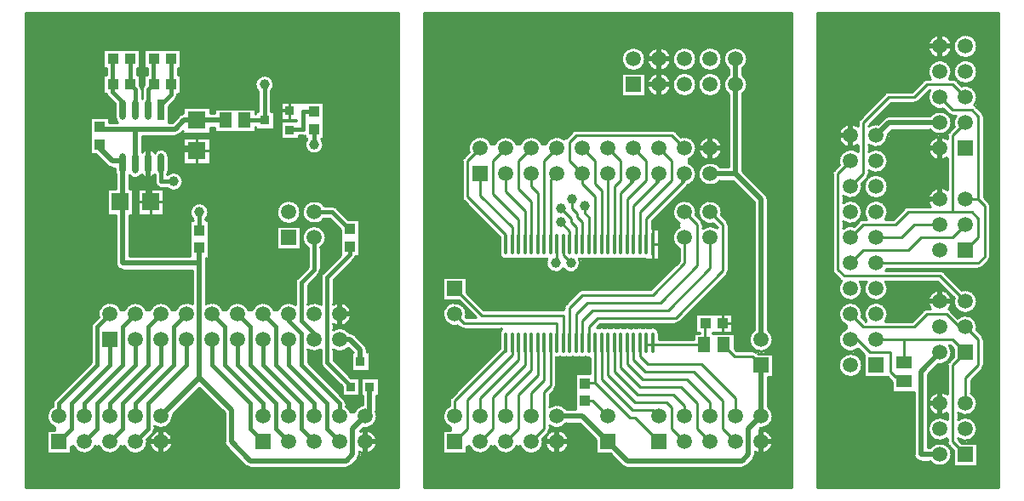
<source format=gtl>
%FSLAX44Y44*%
%MOMM*%
G71*
G01*
G75*
G04 Layer_Physical_Order=1*
%ADD10C,0.2540*%
%ADD11R,1.0000X1.1000*%
%ADD12R,1.3000X1.5000*%
%ADD13O,0.3500X2.2000*%
%ADD14R,1.1000X1.0000*%
%ADD15O,0.6350X2.0320*%
%ADD16R,0.6350X2.0320*%
%ADD17R,1.7000X1.8000*%
%ADD18R,1.8000X1.7000*%
%ADD19R,0.9000X0.9500*%
%ADD20R,0.9500X0.9000*%
%ADD21R,1.5000X1.3000*%
%ADD22R,0.3500X2.2000*%
%ADD23C,0.5080*%
%ADD24C,0.3810*%
%ADD25R,2.5400X4.6990*%
%ADD26R,1.5000X1.5000*%
%ADD27C,1.5000*%
%ADD28C,1.5000*%
%ADD29R,1.5240X1.5240*%
%ADD30C,1.0000*%
%ADD31C,1.0000*%
D10*
X298577Y391047D02*
G03*
X300482Y369999I6223J-10047D01*
G01*
X319199Y351282D02*
G03*
X341201Y351282I11001J4318D01*
G01*
X300400Y398100D02*
G03*
X298577Y393700I4400J-4400D01*
G01*
X300406Y398106D02*
G03*
X298577Y393700I4394J-4406D01*
G01*
X344599Y351282D02*
G03*
X366601Y351282I11001J4318D01*
G01*
X338500Y474300D02*
G03*
X336677Y469900I4400J-4400D01*
G01*
X338506Y474306D02*
G03*
X336677Y469900I4394J-4406D01*
G01*
X366601Y486918D02*
G03*
X344095Y479896I-11001J-4318D01*
G01*
X361442Y533400D02*
G03*
X368300Y526542I6858J0D01*
G01*
X361442Y533400D02*
G03*
X368300Y526542I6858J0D01*
G01*
X369999Y351282D02*
G03*
X392818Y355600I11001J4318D01*
G01*
G03*
X392505Y358304I-11818J0D01*
G01*
X398635Y364509D02*
G03*
X399923Y368300I-4935J3791D01*
G01*
X397127Y362926D02*
G03*
X418218Y355600I9273J-7326D01*
G01*
G03*
X398635Y364509I-11818J0D01*
G01*
G03*
X399923Y368300I-4935J3791D01*
G01*
Y371115D02*
G03*
X418218Y381000I6477J9885D01*
G01*
X392001Y486918D02*
G03*
X369999Y486918I-11001J-4318D01*
G01*
X417401D02*
G03*
X395399Y486918I-11001J-4318D01*
G01*
X437642Y492873D02*
G03*
X420799Y486918I-5842J-10273D01*
G01*
X453818Y584200D02*
G03*
X438277Y577265I-9318J0D01*
G01*
X353291Y630151D02*
G03*
X358140Y628142I4849J4849D01*
G01*
X353291Y630151D02*
G03*
X358140Y628142I4849J4849D01*
G01*
X360807Y625475D02*
G03*
X361442Y622456I7493J0D01*
G01*
X375158Y620783D02*
G03*
X387350Y621497I5842J4692D01*
G01*
X352153Y701882D02*
G03*
X353746Y699174I5987J1698D01*
G01*
X352153Y701882D02*
G03*
X353740Y699180I5987J1698D01*
G01*
X360807Y678815D02*
G03*
X362912Y673608I7493J0D01*
G01*
X387223Y706120D02*
G03*
X385394Y710526I-6223J0D01*
G01*
X387223Y706120D02*
G03*
X385400Y710520I-6223J0D01*
G01*
X389300D02*
G03*
X387477Y706120I4400J-4400D01*
G01*
X389306Y710526D02*
G03*
X387477Y706120I4394J-4406D01*
G01*
X400177Y614680D02*
G03*
X406400Y608457I6223J0D01*
G01*
X400177Y614680D02*
G03*
X406400Y608457I6223J0D01*
G01*
X412165D02*
G03*
X428418Y614680I6935J6223D01*
G01*
X387350Y621497D02*
G03*
X400050Y621497I6350J3978D01*
G01*
Y643423D02*
G03*
X387858Y644137I-6350J-3978D01*
G01*
X413893Y639445D02*
G03*
X400050Y643423I-7493J0D01*
G01*
X428418Y614680D02*
G03*
X412753Y621502I-9318J0D01*
G01*
G03*
X413893Y625475I-6353J3973D01*
G01*
X420370Y659892D02*
G03*
X425219Y661901I0J6858D01*
G01*
X420370Y659892D02*
G03*
X425219Y661901I0J6858D01*
G01*
X428642Y682470D02*
G03*
X424411Y680489I618J-6830D01*
G01*
X428642Y682470D02*
G03*
X424411Y680489I618J-6830D01*
G01*
X420954Y696634D02*
G03*
X422783Y701040I-4394J4406D01*
G01*
X420960Y696640D02*
G03*
X422783Y701040I-4400J4400D01*
G01*
X469392Y355600D02*
G03*
X471401Y350751I6858J0D01*
G01*
X469392Y355600D02*
G03*
X471401Y350751I6858J0D01*
G01*
X490451Y331701D02*
G03*
X495300Y329692I4849J4849D01*
G01*
X490451Y331701D02*
G03*
X495300Y329692I4849J4849D01*
G01*
X565277Y434340D02*
G03*
X567106Y429934I6223J0D01*
G01*
X565277Y434340D02*
G03*
X567100Y429940I6223J0D01*
G01*
X468201Y486918D02*
G03*
X451358Y492873I-11001J-4318D01*
G01*
X493601Y486918D02*
G03*
X471599Y486918I-11001J-4318D01*
G01*
X519001D02*
G03*
X496999Y486918I-11001J-4318D01*
G01*
X539877Y492485D02*
G03*
X522399Y486918I-6477J-9885D01*
G01*
X552323Y447315D02*
G03*
X565277Y447315I6477J9885D01*
G01*
Y492485D02*
G03*
X552323Y492485I-6477J-9885D01*
G01*
X541700Y518750D02*
G03*
X539877Y514350I4400J-4400D01*
G01*
X590550Y329692D02*
G03*
X595399Y331701I0J6858D01*
G01*
X590550Y329692D02*
G03*
X595399Y331701I0J6858D01*
G01*
X595201Y385318D02*
G03*
X590423Y391047I-11001J-4318D01*
G01*
X601749Y338051D02*
G03*
X603758Y342900I-4849J4849D01*
G01*
X601749Y338051D02*
G03*
X603758Y342900I-4849J4849D01*
G01*
X606552Y392418D02*
G03*
X598599Y385318I3048J-11418D01*
G01*
X603758Y345327D02*
G03*
X621418Y355600I5842J10273D01*
G01*
G03*
X604613Y366314I-11818J0D01*
G01*
X590423Y393700D02*
G03*
X588594Y398106I-6223J0D01*
G01*
X590423Y393700D02*
G03*
X588600Y398100I-6223J0D01*
G01*
X607644Y369345D02*
G03*
X621418Y381000I1956J11655D01*
G01*
G03*
X620268Y386085I-11818J0D01*
G01*
X577723Y447315D02*
G03*
X592784Y449077I6477J9885D01*
G01*
X593825Y464058D02*
G03*
X577723Y467085I-9625J-6858D01*
G01*
X599209Y462049D02*
G03*
X594360Y464058I-4849J-4849D01*
G01*
X599209Y462049D02*
G03*
X594360Y464058I-4849J-4849D01*
G01*
X577723Y472715D02*
G03*
X596018Y482600I6477J9885D01*
G01*
G03*
X577723Y492485I-11818J0D01*
G01*
X611378Y447040D02*
G03*
X609369Y451889I-6858J0D01*
G01*
X611378Y447040D02*
G03*
X609369Y451889I-6858J0D01*
G01*
X450723Y577265D02*
G03*
X453818Y584200I-6223J6935D01*
G01*
X541706Y518756D02*
G03*
X539877Y514350I4394J-4406D01*
G01*
X545218Y584200D02*
G03*
X545218Y584200I-11818J0D01*
G01*
X518588Y711200D02*
G03*
X503047Y704265I-9318J0D01*
G01*
X515493D02*
G03*
X518588Y711200I-6223J6935D01*
G01*
X567100Y523830D02*
G03*
X565277Y519430I4400J-4400D01*
G01*
X567106Y523836D02*
G03*
X565277Y519430I4394J-4406D01*
G01*
X563194Y522644D02*
G03*
X565023Y527050I-4394J4406D01*
G01*
X563200Y522650D02*
G03*
X565023Y527050I-4400J4400D01*
G01*
X570618Y558800D02*
G03*
X552577Y548753I-11818J0D01*
G01*
X565023D02*
G03*
X570618Y558800I-6223J10047D01*
G01*
X568847Y590423D02*
G03*
X568847Y577977I-10047J-6223D01*
G01*
X598754Y537884D02*
G03*
X600314Y540482I-4394J4406D01*
G01*
X598760Y537890D02*
G03*
X600314Y540482I-4400J4400D01*
G01*
X580980Y588600D02*
G03*
X576580Y590423I-4400J-4400D01*
G01*
X580986Y588594D02*
G03*
X576580Y590423I-4406J-4394D01*
G01*
X551517Y657322D02*
G03*
X568118Y651510I7283J-5812D01*
G01*
G03*
X566083Y657322I-9318J0D01*
G01*
X692912Y391413D02*
G03*
X694182Y369999I5588J-10413D01*
G01*
X694549Y400191D02*
G03*
X692912Y396240I3951J-3951D01*
G01*
X694559Y400201D02*
G03*
X692912Y396240I3941J-3961D01*
G01*
X712899Y351282D02*
G03*
X734901Y351282I11001J4318D01*
G01*
X738299D02*
G03*
X760301Y351282I11001J4318D01*
G01*
X703429Y469769D02*
G03*
X707390Y468122I3961J3941D01*
G01*
X703439Y469759D02*
G03*
X707390Y468122I3951J3951D01*
G01*
X710318Y482600D02*
G03*
X701912Y471285I-11818J0D01*
G01*
X709847Y479298D02*
G03*
X710318Y482600I-11347J3302D01*
G01*
X745145Y468122D02*
G03*
X743232Y463700I4155J-4422D01*
G01*
X763699Y351282D02*
G03*
X786518Y355600I11001J4318D01*
G01*
G03*
X786015Y359012I-11818J0D01*
G01*
X791341Y364339D02*
G03*
X792988Y368300I-3941J3961D01*
G01*
X791351Y364349D02*
G03*
X792988Y368300I-3951J3951D01*
G01*
X811918Y355600D02*
G03*
X811918Y355600I-11818J0D01*
G01*
X792988Y371562D02*
G03*
X809725Y374142I7112J9438D01*
G01*
X865101Y331701D02*
G03*
X869950Y329692I4849J4849D01*
G01*
X865101Y331701D02*
G03*
X869950Y329692I4849J4849D01*
G01*
X797691Y407519D02*
G03*
X799338Y411480I-3941J3961D01*
G01*
X797701Y407529D02*
G03*
X799338Y411480I-3951J3951D01*
G01*
X809725Y387858D02*
G03*
X792988Y390438I-9625J-6858D01*
G01*
X799338Y439180D02*
G03*
X803275Y440029I762J6020D01*
G01*
X808849Y492901D02*
G03*
X807212Y488950I3951J-3951D01*
G01*
X808859Y492911D02*
G03*
X807212Y488950I3941J-3961D01*
G01*
X803275Y440029D02*
G03*
X809625Y440029I3175J5171D01*
G01*
G03*
X815975Y440029I3175J5171D01*
G01*
G03*
X822325Y440029I3175J5171D01*
G01*
G03*
X828675Y440029I3175J5171D01*
G01*
G03*
X832612Y439180I3175J5171D01*
G01*
X847725Y468871D02*
G03*
X841375Y468871I-3175J-5171D01*
G01*
X854075D02*
G03*
X847725Y468871I-3175J-5171D01*
G01*
X860425D02*
G03*
X854075Y468871I-3175J-5171D01*
G01*
X866775D02*
G03*
X860425Y468871I-3175J-5171D01*
G01*
X873125D02*
G03*
X866775Y468871I-3175J-5171D01*
G01*
X879475D02*
G03*
X873125Y468871I-3175J-5171D01*
G01*
X885825D02*
G03*
X879475Y468871I-3175J-5171D01*
G01*
X892175D02*
G03*
X885825Y468871I-3175J-5171D01*
G01*
X752475Y538029D02*
G03*
X758825Y538029I3175J5171D01*
G01*
X743232Y543200D02*
G03*
X752475Y538029I6068J0D01*
G01*
X758825D02*
G03*
X765175Y538029I3175J5171D01*
G01*
G03*
X771525Y538029I3175J5171D01*
G01*
G03*
X777875Y538029I3175J5171D01*
G01*
G03*
X784225Y538029I3175J5171D01*
G01*
X705612Y599440D02*
G03*
X707259Y595479I5588J0D01*
G01*
X705612Y599440D02*
G03*
X707249Y595489I5588J0D01*
G01*
Y638951D02*
G03*
X705612Y635000I3951J-3951D01*
G01*
X784225Y538029D02*
G03*
X790575Y538029I3175J5171D01*
G01*
X707259Y638961D02*
G03*
X705612Y635000I3941J-3961D01*
G01*
X734901Y652018D02*
G03*
X712585Y644288I-11001J-4318D01*
G01*
X760301Y652018D02*
G03*
X738299Y652018I-11001J-4318D01*
G01*
X785701D02*
G03*
X763699Y652018I-11001J-4318D01*
G01*
X790701Y537954D02*
G03*
X806450Y528037I8129J-4554D01*
G01*
X825500Y507238D02*
G03*
X821539Y505591I0J-5588D01*
G01*
X825500Y507238D02*
G03*
X821549Y505601I0J-5588D01*
G01*
X806450Y528037D02*
G03*
X823388Y533400I7620J5363D01*
G01*
G03*
X822199Y537954I-9318J0D01*
G01*
X807842Y656629D02*
G03*
X789099Y652018I-7742J-8929D01*
G01*
X819150Y665988D02*
G03*
X815189Y664341I0J-5588D01*
G01*
X819150Y665988D02*
G03*
X815199Y664351I0J-5588D01*
G01*
X822325Y538029D02*
G03*
X828675Y538029I3175J5171D01*
G01*
G03*
X835025Y538029I3175J5171D01*
G01*
G03*
X841375Y538029I3175J5171D01*
G01*
G03*
X847725Y538029I3175J5171D01*
G01*
G03*
X854075Y538029I3175J5171D01*
G01*
G03*
X860425Y538029I3175J5171D01*
G01*
G03*
X866775Y538029I3175J5171D01*
G01*
G03*
X873125Y538029I3175J5171D01*
G01*
G03*
X879475Y538029I3175J5171D01*
G01*
G03*
X885825Y538029I3175J5171D01*
G01*
G03*
X889282Y537138I3175J5171D01*
G01*
X888118Y736600D02*
G03*
X888118Y736600I-11818J0D01*
G01*
X901418Y463700D02*
G03*
X892175Y468871I-6068J0D01*
G01*
X918210Y473202D02*
G03*
X922161Y474839I0J5588D01*
G01*
X918210Y473202D02*
G03*
X922171Y474849I0J5588D01*
G01*
X984250Y329692D02*
G03*
X989099Y331701I0J6858D01*
G01*
X984250Y329692D02*
G03*
X989099Y331701I0J6858D01*
G01*
X921597Y569259D02*
G03*
X921512Y548387I5503J-10459D01*
G01*
X938918Y584200D02*
G03*
X921597Y573741I-11818J0D01*
G01*
X959612Y568238D02*
G03*
X945388Y568238I-7112J-9438D01*
G01*
Y571500D02*
G03*
X943741Y575461I-5588J0D01*
G01*
X945388Y571500D02*
G03*
X943751Y575451I-5588J0D01*
G01*
X969141Y521819D02*
G03*
X970788Y525780I-3941J3961D01*
G01*
X969151Y521829D02*
G03*
X970788Y525780I-3951J3951D01*
G01*
Y571500D02*
G03*
X969141Y575461I-5588J0D01*
G01*
X964318Y584200D02*
G03*
X955912Y572885I-11818J0D01*
G01*
X970788Y571500D02*
G03*
X969151Y575451I-5588J0D01*
G01*
X995449Y338051D02*
G03*
X997458Y342900I-4849J4849D01*
G01*
X995449Y338051D02*
G03*
X997458Y342900I-4849J4849D01*
G01*
Y345327D02*
G03*
X1015118Y355600I5842J10273D01*
G01*
G03*
X1002284Y367374I-11818J0D01*
G01*
Y369226D02*
G03*
X1015118Y381000I1016J11774D01*
G01*
X998361Y444641D02*
G03*
X994410Y446278I-3951J-3951D01*
G01*
X998371Y444631D02*
G03*
X994410Y446278I-3961J-3941D01*
G01*
X1015118Y381000D02*
G03*
X1010158Y390625I-11818J0D01*
G01*
X996442Y466825D02*
G03*
X1015118Y457200I6858J-9625D01*
G01*
G03*
X1010158Y466825I-11818J0D01*
G01*
X929862Y610809D02*
G03*
X938918Y622300I-2762J11491D01*
G01*
G03*
X931418Y633301I-11818J0D01*
G01*
X938918Y647700D02*
G03*
X923688Y659015I-11818J0D01*
G01*
X931418Y636699D02*
G03*
X938918Y647700I-4318J11001D01*
G01*
X918351Y664351D02*
G03*
X914400Y665988I-3951J-3951D01*
G01*
X918361Y664341D02*
G03*
X914400Y665988I-3961J-3941D01*
G01*
X938415Y580788D02*
G03*
X938918Y584200I-11315J3412D01*
G01*
X962125Y629158D02*
G03*
X962125Y615442I-9625J-6858D01*
G01*
X913518Y711200D02*
G03*
X913518Y711200I-11818J0D01*
G01*
X938918D02*
G03*
X938918Y711200I-11818J0D01*
G01*
X913518Y736600D02*
G03*
X913518Y736600I-11818J0D01*
G01*
X938918D02*
G03*
X938918Y736600I-11818J0D01*
G01*
X963815Y580788D02*
G03*
X964318Y584200I-11315J3412D01*
G01*
Y647700D02*
G03*
X964318Y647700I-11818J0D01*
G01*
X1010158Y596900D02*
G03*
X1008149Y601749I-6858J0D01*
G01*
X1010158Y596900D02*
G03*
X1008149Y601749I-6858J0D01*
G01*
X964318Y711200D02*
G03*
X964318Y711200I-11818J0D01*
G01*
Y736600D02*
G03*
X964318Y736600I-11818J0D01*
G01*
X971042Y720825D02*
G03*
X971042Y701575I6858J-9625D01*
G01*
X984758D02*
G03*
X989718Y711200I-6858J9625D01*
G01*
G03*
X984758Y720825I-11818J0D01*
G01*
Y726975D02*
G03*
X989718Y736600I-6858J9625D01*
G01*
G03*
X971042Y726975I-11818J0D01*
G01*
X1104018Y431800D02*
G03*
X1104018Y431800I-11818J0D01*
G01*
X1087882Y468201D02*
G03*
X1099744Y448103I4318J-11001D01*
G01*
X1103515Y479188D02*
G03*
X1104018Y482600I-11315J3412D01*
G01*
G03*
X1087882Y471599I-11818J0D01*
G01*
X1073912Y527050D02*
G03*
X1075559Y523089I5588J0D01*
G01*
X1073912Y527050D02*
G03*
X1075549Y523099I5588J0D01*
G01*
X1095612Y570115D02*
G03*
X1085088Y568238I-3412J-11315D01*
G01*
X1083271Y515742D02*
G03*
X1104018Y508000I8929J-7742D01*
G01*
G03*
X1101638Y515112I-11818J0D01*
G01*
X1085088Y574762D02*
G03*
X1104018Y584200I7112J9438D01*
G01*
X1104900Y577088D02*
G03*
X1100939Y575441I0J-5588D01*
G01*
X1104900Y577088D02*
G03*
X1100949Y575451I0J-5588D01*
G01*
X1127038Y475488D02*
G03*
X1129418Y482600I-9438J7112D01*
G01*
G03*
X1108161Y475488I-11818J0D01*
G01*
Y515112D02*
G03*
X1129418Y508000I9438J-7112D01*
G01*
Y584200D02*
G03*
X1108161Y577088I-11818J0D01*
G01*
X1129418Y508000D02*
G03*
X1127038Y515112I-11818J0D01*
G01*
Y577088D02*
G03*
X1129418Y584200I-9438J7112D01*
G01*
X1075549Y626251D02*
G03*
X1073912Y622300I3951J-3951D01*
G01*
X1075559Y626261D02*
G03*
X1073912Y622300I3941J-3961D01*
G01*
X1099312Y644438D02*
G03*
X1080885Y631588I-7112J-9438D01*
G01*
X1104018Y584200D02*
G03*
X1085088Y593638I-11818J0D01*
G01*
Y600162D02*
G03*
X1104018Y609600I7112J9438D01*
G01*
G03*
X1103515Y613012I-11818J0D01*
G01*
X1108841Y618339D02*
G03*
X1110488Y622300I-3941J3961D01*
G01*
X1108851Y618349D02*
G03*
X1110488Y622300I-3951J3951D01*
G01*
X1099312Y669838D02*
G03*
X1099312Y650962I-7112J-9438D01*
G01*
X1119556Y672055D02*
G03*
X1110488Y669838I-1956J-11655D01*
G01*
X1100949Y677051D02*
G03*
X1099312Y673100I3951J-3951D01*
G01*
X1100959Y677061D02*
G03*
X1099312Y673100I3941J-3961D01*
G01*
X1129418Y609600D02*
G03*
X1129418Y609600I-11818J0D01*
G01*
X1110488Y625561D02*
G03*
X1129418Y635000I7112J9438D01*
G01*
G03*
X1110488Y644438I-11818J0D01*
G01*
Y650962D02*
G03*
X1129418Y660400I7112J9438D01*
G01*
X1130300Y679958D02*
G03*
X1125451Y677949I0J-6858D01*
G01*
X1130300Y679958D02*
G03*
X1125451Y677949I0J-6858D01*
G01*
X1149350Y589788D02*
G03*
X1145389Y588141I0J-5588D01*
G01*
X1149350Y589788D02*
G03*
X1145399Y588151I0J-5588D01*
G01*
X1130300Y704088D02*
G03*
X1126339Y702441I0J-5588D01*
G01*
X1130300Y704088D02*
G03*
X1126349Y702451I0J-5588D01*
G01*
X1155192Y342900D02*
G03*
X1162050Y336042I6858J0D01*
G01*
X1155192Y342900D02*
G03*
X1162050Y336042I6858J0D01*
G01*
X1171475D02*
G03*
X1192918Y342900I9625J6858D01*
G01*
G03*
X1171475Y349758I-11818J0D01*
G01*
X1188212Y377738D02*
G03*
X1188212Y358862I-7112J-9438D01*
G01*
Y355600D02*
G03*
X1189859Y351639I5588J0D01*
G01*
X1188212Y355600D02*
G03*
X1189849Y351649I5588J0D01*
G01*
X1188212Y403139D02*
G03*
X1188212Y384262I-7112J-9438D01*
G01*
X1168400Y488188D02*
G03*
X1164439Y486541I0J-5588D01*
G01*
X1168400Y488188D02*
G03*
X1164449Y486551I0J-5588D01*
G01*
X1192918Y495300D02*
G03*
X1171662Y488188I-11818J0D01*
G01*
X1189849Y435751D02*
G03*
X1188212Y431800I3951J-3951D01*
G01*
X1189859Y435761D02*
G03*
X1188212Y431800I3941J-3961D01*
G01*
X1179144Y432845D02*
G03*
X1192918Y444500I1956J11655D01*
G01*
G03*
X1190538Y451612I-11818J0D01*
G01*
X1190029Y487557D02*
G03*
X1192918Y495300I-8929J7742D01*
G01*
X1199388Y358862D02*
G03*
X1218318Y368300I7112J9438D01*
G01*
G03*
X1199388Y377738I-11818J0D01*
G01*
Y384262D02*
G03*
X1218318Y393700I7112J9438D01*
G01*
G03*
X1212088Y404113I-11818J0D01*
G01*
X1218318Y469900D02*
G03*
X1198956Y478997I-11818J0D01*
G01*
X1217815Y466488D02*
G03*
X1218318Y469900I-11315J3412D01*
G01*
X1195185Y498712D02*
G03*
X1218318Y495300I11315J-3412D01*
G01*
G03*
X1203088Y506615I-11818J0D01*
G01*
X1223141Y427839D02*
G03*
X1224788Y431800I-3941J3961D01*
G01*
X1223151Y427849D02*
G03*
X1224788Y431800I-3951J3951D01*
G01*
Y457200D02*
G03*
X1223151Y461151I-5588J0D01*
G01*
X1224788Y457200D02*
G03*
X1223141Y461161I-5588J0D01*
G01*
X1185051Y524651D02*
G03*
X1181100Y526288I-3951J-3951D01*
G01*
X1188212Y606339D02*
G03*
X1171662Y589788I-7112J-9438D01*
G01*
X1155700Y692912D02*
G03*
X1159661Y694559I0J5588D01*
G01*
X1155700Y692912D02*
G03*
X1159651Y694549I0J5588D01*
G01*
X1188212Y657139D02*
G03*
X1188212Y638261I-7112J-9438D01*
G01*
X1171475Y666242D02*
G03*
X1192918Y673100I9625J6858D01*
G01*
G03*
X1171475Y679958I-11818J0D01*
G01*
X1185051Y524651D02*
G03*
X1181100Y526288I-3951J-3951D01*
G01*
X1185061Y524641D02*
G03*
X1181100Y526288I-3961J-3941D01*
G01*
X1189849Y664351D02*
G03*
X1188212Y660400I3951J-3951D01*
G01*
X1189859Y664361D02*
G03*
X1188212Y660400I3941J-3961D01*
G01*
X1189849Y681849D02*
G03*
X1193800Y680212I3951J3951D01*
G01*
X1189839Y681859D02*
G03*
X1193800Y680212I3961J3941D01*
G01*
X1197061D02*
G03*
X1195185Y669688I9438J-7112D01*
G01*
X1168400Y716788D02*
G03*
X1164439Y715141I0J-5588D01*
G01*
X1171662Y705612D02*
G03*
X1184512Y687185I9438J-7112D01*
G01*
X1168400Y716788D02*
G03*
X1164449Y715151I0J-5588D01*
G01*
X1192918Y723900D02*
G03*
X1171662Y716788I-11818J0D01*
G01*
X1192918Y749300D02*
G03*
X1192918Y749300I-11818J0D01*
G01*
X1190538Y716788D02*
G03*
X1192918Y723900I-9438J7112D01*
G01*
X1197751Y715151D02*
G03*
X1193800Y716788I-3951J-3951D01*
G01*
X1197761Y715141D02*
G03*
X1193800Y716788I-3961J-3941D01*
G01*
X1219200Y527812D02*
G03*
X1223151Y529449I0J5588D01*
G01*
X1219200Y527812D02*
G03*
X1223161Y529459I0J5588D01*
G01*
X1229491Y535789D02*
G03*
X1231138Y539750I-3941J3961D01*
G01*
X1229501Y535799D02*
G03*
X1231138Y539750I-3951J3951D01*
G01*
Y590550D02*
G03*
X1229501Y594501I-5588J0D01*
G01*
X1231138Y590550D02*
G03*
X1229491Y594511I-5588J0D01*
G01*
X1215429Y690758D02*
G03*
X1218318Y698500I-8929J7742D01*
G01*
G03*
X1203088Y709815I-11818J0D01*
G01*
X1218318Y723900D02*
G03*
X1218318Y723900I-11818J0D01*
G01*
Y749300D02*
G03*
X1218318Y749300I-11818J0D01*
G01*
X1224788Y679450D02*
G03*
X1223141Y683411I-5588J0D01*
G01*
X1224788Y679450D02*
G03*
X1223151Y683401I-5588J0D01*
G01*
X873760Y613410D02*
Y617220D01*
X899160Y613410D02*
Y617220D01*
X924560Y613410D02*
Y617220D01*
X895350Y552450D02*
X911860D01*
X895350Y534670D02*
Y570230D01*
X835660Y396240D02*
X850900Y381000D01*
X828040Y414020D02*
X838200D01*
X1111250Y444500D02*
X1131570D01*
X1092200Y457200D02*
X1098550D01*
X814070Y574040D02*
X819150Y568960D01*
X828040Y582930D02*
Y590550D01*
X831850Y551180D02*
Y579120D01*
X803910Y588010D02*
X814070Y577850D01*
X820420Y579120D02*
Y582930D01*
X825500Y551180D02*
Y574040D01*
X965200Y525780D02*
Y571500D01*
X952500Y528320D02*
Y558800D01*
X939800Y530860D02*
Y571500D01*
X927100Y533400D02*
Y558800D01*
X812800Y488950D02*
X825500Y501650D01*
X819150Y482600D02*
X830580Y494030D01*
X825500Y476250D02*
X835660Y486410D01*
X831850Y469900D02*
X840740Y478790D01*
X830580Y494030D02*
X902970D01*
X895350Y501650D02*
X927100Y533400D01*
X825500Y501650D02*
X895350D01*
X812800Y453390D02*
Y488950D01*
X902970Y494030D02*
X939800Y530860D01*
X927100Y584200D02*
X939800Y571500D01*
X819150Y453390D02*
Y482600D01*
X840740Y478790D02*
X918210D01*
X965200Y525780D01*
X952500Y584200D02*
X965200Y571500D01*
X831850Y453390D02*
Y469900D01*
X910590Y486410D02*
X952500Y528320D01*
X835660Y486410D02*
X910590D01*
X825500Y453390D02*
Y476250D01*
X838200Y414020D02*
X872490Y379730D01*
X844550Y417830D02*
X875030Y387350D01*
X850900Y421640D02*
X877570Y394970D01*
X857250Y425450D02*
X880110Y402590D01*
X863600Y429260D02*
X882650Y410210D01*
X877570Y379730D02*
X901700Y355600D01*
X872490Y379730D02*
X877570D01*
X838200Y414020D02*
Y453390D01*
X895350Y387350D02*
X901700Y381000D01*
X875030Y387350D02*
X895350D01*
X844550Y417830D02*
Y453390D01*
X909320Y394970D02*
X914400Y389890D01*
Y368300D02*
X927100Y355600D01*
X914400Y368300D02*
Y389890D01*
X877570Y394970D02*
X909320D01*
X850900Y421640D02*
Y453390D01*
X927100Y381000D02*
Y391160D01*
X915670Y402590D02*
X927100Y391160D01*
X880110Y402590D02*
X915670D01*
X857250Y425450D02*
Y453390D01*
X923290Y410210D02*
X939800Y393700D01*
X882650Y410210D02*
X923290D01*
X939800Y368300D02*
Y393700D01*
Y368300D02*
X952500Y355600D01*
X863600Y429260D02*
Y453390D01*
X869950Y433070D02*
X885190Y417830D01*
X929640D02*
X952500Y394970D01*
X885190Y417830D02*
X929640D01*
X952500Y381000D02*
Y394970D01*
X869950Y433070D02*
Y453390D01*
X882650Y440690D02*
Y453390D01*
X876300Y436880D02*
X887730Y425450D01*
X935990D01*
X965200Y396240D01*
Y368300D02*
Y396240D01*
Y368300D02*
X977900Y355600D01*
X876300Y436880D02*
Y453390D01*
X882650Y440690D02*
X890270Y433070D01*
X943610D01*
X977900Y398780D01*
Y381000D02*
Y398780D01*
X838200Y551180D02*
Y599440D01*
X825500Y612140D02*
Y622300D01*
Y612140D02*
X838200Y599440D01*
X844550Y551180D02*
Y605790D01*
X825500Y647700D02*
X838200Y635000D01*
Y612140D02*
X844550Y605790D01*
X838200Y612140D02*
Y635000D01*
X857250Y551180D02*
Y609600D01*
X850900Y647700D02*
X863600Y635000D01*
Y615950D02*
Y635000D01*
X857250Y609600D02*
X863600Y615950D01*
Y551180D02*
Y603250D01*
X876300Y615950D02*
Y622300D01*
X863600Y603250D02*
X876300Y615950D01*
X869950Y551180D02*
Y596900D01*
X876300Y647700D02*
X889000Y635000D01*
Y615950D02*
Y635000D01*
X869950Y596900D02*
X889000Y615950D01*
X882650Y551180D02*
Y584200D01*
X901700Y647700D02*
X914400Y635000D01*
Y615950D02*
Y635000D01*
X882650Y584200D02*
X914400Y615950D01*
X901700D02*
Y622300D01*
X876300Y551180D02*
Y590550D01*
X901700Y615950D01*
X749300Y552450D02*
Y561340D01*
X762000Y551180D02*
Y576580D01*
X850900Y551180D02*
Y622300D01*
X793750Y615950D02*
X800100Y622300D01*
X787400Y635000D02*
X800100Y647700D01*
X774700Y609600D02*
X781050Y603250D01*
Y552450D02*
Y603250D01*
X774700Y551180D02*
Y594360D01*
X749300Y604520D02*
X768350Y585470D01*
X762000Y607060D02*
X774700Y594360D01*
X762000Y635000D02*
X774700Y647700D01*
X768350Y551180D02*
Y585470D01*
X736600Y601980D02*
X762000Y576580D01*
X736600Y601980D02*
Y635000D01*
X723900Y600710D02*
X755650Y568960D01*
Y552450D02*
Y568960D01*
X711200Y599440D02*
X749300Y561340D01*
X711200Y599440D02*
Y635000D01*
X793750Y551180D02*
Y615950D01*
X787400Y551180D02*
Y635000D01*
X774700Y609600D02*
Y622300D01*
X762000Y607060D02*
Y635000D01*
X749300Y604520D02*
Y622300D01*
X736600Y635000D02*
X749300Y647700D01*
X723900Y600710D02*
Y622300D01*
X711200Y635000D02*
X723900Y647700D01*
X698500Y396240D02*
X749300Y447040D01*
Y461010D01*
X723900Y398780D02*
X762000Y436880D01*
Y461010D01*
X749300Y401320D02*
X774700Y426720D01*
Y461010D01*
Y403860D02*
X787400Y416560D01*
Y461010D01*
X711200Y397510D02*
X755650Y441960D01*
X711200Y368300D02*
Y397510D01*
X755650Y441960D02*
Y461010D01*
X736600Y400050D02*
X768350Y431800D01*
X736600Y368300D02*
Y400050D01*
X768350Y431800D02*
Y461010D01*
X762000Y368300D02*
Y402590D01*
X781050Y421640D01*
Y461010D01*
X787400Y405130D02*
X793750Y411480D01*
X787400Y368300D02*
Y405130D01*
X793750Y411480D02*
Y461010D01*
X698500Y381000D02*
Y396240D01*
X723900Y381000D02*
Y398780D01*
X749300Y381000D02*
Y401320D01*
X774700Y381000D02*
Y403860D01*
Y355600D02*
X787400Y368300D01*
X698500Y355600D02*
X711200Y368300D01*
X723900Y355600D02*
X736600Y368300D01*
X749300Y355600D02*
X762000Y368300D01*
X406400Y318770D02*
Y349250D01*
X441960Y645160D02*
X506730D01*
X521970Y685800D02*
X534670D01*
X521970Y660400D02*
Y685800D01*
X506730Y645160D02*
X521970Y660400D01*
X392938Y358394D02*
X400304Y365760D01*
Y370078D01*
X611886Y447040D02*
X613410Y445516D01*
X965200Y452120D02*
X976630Y440690D01*
X994410D02*
X1003300Y431800D01*
X889000Y452120D02*
X947420D01*
Y473710D01*
X889000Y551180D02*
Y577850D01*
X927100Y615950D01*
Y622300D01*
X698500Y482600D02*
X707390Y473710D01*
X800100Y453390D02*
Y473710D01*
X806450Y453390D02*
Y481330D01*
X698500Y508000D02*
X725170Y481330D01*
X798830Y533400D02*
X800100Y534670D01*
X806450Y541020D02*
Y551180D01*
X1131570Y425450D02*
Y444500D01*
X1117600Y457200D02*
X1145540D01*
Y434340D02*
Y457200D01*
X1193800D01*
X1206500Y444500D01*
X1092200Y482600D02*
X1104900Y469900D01*
X1155700D01*
X1168400Y482600D01*
X1187450D02*
X1200150Y469900D01*
X1168400Y482600D02*
X1187450D01*
X1193800Y355600D02*
X1206500Y342900D01*
X1193800Y355600D02*
Y431800D01*
X1206500Y444500D01*
Y469900D02*
X1219200Y457200D01*
X1206500Y393700D02*
Y419100D01*
X1219200Y431800D01*
X1117600Y558800D02*
X1143000D01*
X1155700Y571500D02*
X1181100D01*
X1143000Y558800D02*
X1155700Y571500D01*
X1092200Y558800D02*
X1104900Y571500D01*
X1092200Y533400D02*
X1104900Y546100D01*
X1193800Y558800D02*
X1206500Y571500D01*
X1162050Y558800D02*
X1193800D01*
X1149350Y546100D02*
X1162050Y558800D01*
X1104900Y546100D02*
X1149350D01*
X1092200Y609600D02*
X1104900Y622300D01*
X1193800Y711200D02*
X1206500Y698500D01*
X1168400Y711200D02*
X1193800D01*
X1155700Y698500D02*
X1168400Y711200D01*
X1130300Y698500D02*
X1155700D01*
X1104900Y622300D02*
Y673100D01*
X1206500Y546100D02*
X1219200Y558800D01*
Y577850D01*
X1149350Y584200D02*
X1212850D01*
X1104900Y571500D02*
X1136650D01*
X1149350Y584200D01*
X1079500Y527050D02*
Y622300D01*
Y527050D02*
X1085850Y520700D01*
X1079500Y622300D02*
X1092200Y635000D01*
X1181100Y520700D02*
X1206500Y495300D01*
X1181100Y698500D02*
X1193800Y685800D01*
X1219200Y596900D02*
Y679450D01*
X1181100Y520700D02*
X1187450Y514350D01*
X1117600Y533400D02*
X1219200D01*
X1206500Y596900D02*
X1219200D01*
X1225550Y539750D02*
Y590550D01*
X1193800Y685800D02*
X1212850D01*
X1193800Y584200D02*
Y660400D01*
X1206500Y673100D01*
X1085850Y520700D02*
X1181100D01*
X1219200Y533400D02*
X1225550Y539750D01*
X1219200Y596900D02*
X1225550Y590550D01*
X1212850Y685800D02*
X1219200Y679450D01*
X1212850Y584200D02*
X1219200Y577850D01*
X1104900Y673100D02*
X1130300Y698500D01*
X1200150Y469900D02*
X1206500D01*
X1219200Y431800D02*
Y457200D01*
X976630Y440690D02*
X994410D01*
X812800Y635000D02*
X825500Y622300D01*
X914400Y660400D02*
X927100Y647700D01*
X819150Y660400D02*
X914400D01*
X812800Y635000D02*
Y654050D01*
X819150Y660400D01*
X812800Y551180D02*
Y565150D01*
X803910Y574040D02*
X812800Y565150D01*
X819150Y551180D02*
Y568960D01*
X815340Y588010D02*
Y596900D01*
X820420Y579120D02*
X825500Y574040D01*
X814070D02*
Y577850D01*
X828040Y582930D02*
X831850Y579120D01*
X815340Y588010D02*
X820420Y582930D01*
X828040Y396240D02*
X835660D01*
X1005840Y368300D02*
X1008380D01*
X1002030Y366268D02*
Y369062D01*
X997458Y342138D02*
Y345440D01*
X806450Y541020D02*
X814070Y533400D01*
X800100Y534670D02*
Y551180D01*
X725170Y481330D02*
X806450D01*
X707390Y473710D02*
X800100D01*
X1131570Y425450D02*
X1136650Y420370D01*
X1098550Y457200D02*
X1111250Y444500D01*
X1136650Y420370D02*
X1141730D01*
X271780Y345186D02*
X292982D01*
X271780Y347472D02*
X292982D01*
X271780Y349758D02*
X292982D01*
X271780Y352044D02*
X292982D01*
X271780Y354330D02*
X292982D01*
X271780Y356616D02*
X292982D01*
X271780Y358902D02*
X292982D01*
X271780Y361188D02*
X292982D01*
X271780Y363474D02*
X292982D01*
Y343782D02*
Y367418D01*
X271780Y365760D02*
X292982D01*
X271780Y379476D02*
X293081D01*
X271780Y381762D02*
X293007D01*
X292982Y343782D02*
X316618D01*
X271780Y370332D02*
X299715D01*
X271780Y368046D02*
X300482D01*
X294894Y309880D02*
Y343782D01*
X297180Y309880D02*
Y343782D01*
X292982Y367418D02*
X300482D01*
X271780Y372618D02*
X296469D01*
X271780Y377190D02*
X293613D01*
X271780Y374904D02*
X294676D01*
X294894Y367418D02*
Y374555D01*
X297180Y367418D02*
Y371967D01*
X271780Y384048D02*
X293382D01*
X271780Y386334D02*
X294254D01*
X271780Y388620D02*
X295767D01*
X271780Y390906D02*
X298355D01*
X271780Y393192D02*
X298577D01*
X271780Y395478D02*
X298836D01*
X271780Y397764D02*
X300087D01*
X271780Y400050D02*
X302349D01*
X271780Y402336D02*
X304635D01*
X271780Y404622D02*
X306921D01*
X271780Y406908D02*
X309207D01*
X271780Y409194D02*
X311493D01*
X271780Y411480D02*
X313779D01*
X271780Y413766D02*
X316065D01*
X271780Y416052D02*
X318351D01*
X271780Y418338D02*
X320637D01*
X271780Y420624D02*
X322923D01*
X271780Y422910D02*
X325209D01*
X271780Y425196D02*
X327495D01*
X271780Y427482D02*
X329781D01*
X271780Y429768D02*
X332067D01*
X271780Y432054D02*
X334353D01*
X271780Y434340D02*
X336639D01*
X271780Y436626D02*
X336677D01*
X271780Y438912D02*
X336677D01*
X271780Y441198D02*
X336677D01*
X271780Y443484D02*
X336677D01*
X271780Y445770D02*
X336677D01*
X299466Y309880D02*
Y343782D01*
X301752Y309880D02*
Y343782D01*
X304038Y309880D02*
Y343782D01*
X306324Y309880D02*
Y343782D01*
X308610Y309880D02*
Y343782D01*
X310896Y309880D02*
Y343782D01*
X313182Y309880D02*
Y343782D01*
X315468Y309880D02*
Y343782D01*
X317754Y309880D02*
Y351282D01*
X320040Y309880D02*
Y349563D01*
X322326Y309880D02*
Y346787D01*
X324612Y309880D02*
Y345187D01*
X326898Y309880D02*
Y344253D01*
X329184Y309880D02*
Y343826D01*
X331470Y309880D02*
Y343850D01*
X333756Y309880D02*
Y344330D01*
X352044Y309880D02*
Y344330D01*
X354330Y309880D02*
Y343850D01*
X356616Y309880D02*
Y343826D01*
X358902Y309880D02*
Y344253D01*
X336042Y309880D02*
Y345327D01*
X338328Y309880D02*
Y347021D01*
X340614Y309880D02*
Y350013D01*
X342900Y309880D02*
Y351282D01*
X345186Y309880D02*
Y350013D01*
X347472Y309880D02*
Y347021D01*
X349758Y309880D02*
Y345327D01*
X316618Y345186D02*
X324613D01*
X316618Y349758D02*
X319927D01*
X316618Y347472D02*
X321621D01*
X316618Y343782D02*
Y351282D01*
X319199D01*
X298577Y391047D02*
Y393700D01*
X299466Y367418D02*
Y370454D01*
X341201Y351282D02*
X344599D01*
X300482Y367418D02*
Y369999D01*
X300406Y398106D02*
X336677Y434378D01*
X361188Y309880D02*
Y345187D01*
X338779Y347472D02*
X347021D01*
X335787Y345186D02*
X350013D01*
X363474Y309880D02*
Y346787D01*
X372618Y309880D02*
Y347269D01*
X364179Y347472D02*
X372421D01*
X374904Y309880D02*
Y345476D01*
X365760Y309880D02*
Y349563D01*
X340473Y349758D02*
X345327D01*
X368046Y309880D02*
Y351282D01*
X370332Y309880D02*
Y350515D01*
X365873Y349758D02*
X370727D01*
X366601Y351282D02*
X369999D01*
X271780Y448056D02*
X336677D01*
X271780Y450342D02*
X336677D01*
X271780Y452628D02*
X336677D01*
X271780Y454914D02*
X336677D01*
X271780Y457200D02*
X336677D01*
X271780Y459486D02*
X336677D01*
X271780Y309880D02*
Y782320D01*
X272034Y309880D02*
Y782320D01*
X274320Y309880D02*
Y782320D01*
X276606Y309880D02*
Y782320D01*
X278892Y309880D02*
Y782320D01*
X281178Y309880D02*
Y737362D01*
X283464Y309880D02*
Y737362D01*
X271780Y461772D02*
X336677D01*
X271780Y464058D02*
X336677D01*
X271780Y466344D02*
X336677D01*
X271780Y468630D02*
X336677D01*
X271780Y470916D02*
X336760D01*
X271780Y473202D02*
X337625D01*
X271780Y475488D02*
X339687D01*
X271780Y477774D02*
X341973D01*
X271780Y480060D02*
X344058D01*
X271780Y482346D02*
X343785D01*
X271780Y484632D02*
X343958D01*
X271780Y486918D02*
X344599D01*
X271780Y489204D02*
X345799D01*
X271780Y491490D02*
X347813D01*
X271780Y493776D02*
X351758D01*
X271780Y532638D02*
X361484D01*
X271780Y534924D02*
X361442D01*
X271780Y537210D02*
X361442D01*
X271780Y539496D02*
X361442D01*
X271780Y541782D02*
X361442D01*
X271780Y544068D02*
X361442D01*
X271780Y546354D02*
X361442D01*
X271780Y548640D02*
X361442D01*
X271780Y550926D02*
X361442D01*
X271780Y553212D02*
X361442D01*
X271780Y582930D02*
X352932D01*
X271780Y585216D02*
X352932D01*
X271780Y528066D02*
X363989D01*
X271780Y555498D02*
X361442D01*
X271780Y530352D02*
X362157D01*
X271780Y557784D02*
X361442D01*
X271780Y560070D02*
X361442D01*
X271780Y562356D02*
X361442D01*
X271780Y564642D02*
X361442D01*
X271780Y566928D02*
X361442D01*
X271780Y569214D02*
X361442D01*
X271780Y571500D02*
X361442D01*
X271780Y573786D02*
X361442D01*
X271780Y576072D02*
X361442D01*
X271780Y578358D02*
X361442D01*
X271780Y580644D02*
X361442D01*
X285750Y309880D02*
Y737362D01*
X288036Y309880D02*
Y737362D01*
X290322Y309880D02*
Y737362D01*
X292608Y309880D02*
Y737362D01*
X294894Y387445D02*
Y737362D01*
X297180Y390033D02*
Y737362D01*
X299466Y396905D02*
Y737362D01*
X301752Y399453D02*
Y737362D01*
X304038Y401739D02*
Y737362D01*
X306324Y404025D02*
Y782320D01*
X308610Y406311D02*
Y782320D01*
X310896Y408597D02*
Y782320D01*
X313182Y410883D02*
Y782320D01*
X315468Y413169D02*
Y782320D01*
X317754Y415455D02*
Y782320D01*
X320040Y417741D02*
Y782320D01*
X336677Y434378D02*
Y469900D01*
X338328Y474122D02*
Y642082D01*
X322326Y420027D02*
Y782320D01*
X324612Y422313D02*
Y782320D01*
X326898Y424599D02*
Y782320D01*
X329184Y426885D02*
Y782320D01*
X331470Y429171D02*
Y782320D01*
X333756Y431457D02*
Y782320D01*
X336042Y433743D02*
Y782320D01*
X338506Y474306D02*
X344095Y479896D01*
X354330Y494350D02*
Y581042D01*
X356616Y494374D02*
Y581042D01*
X361188Y493013D02*
Y581042D01*
X358902Y493947D02*
Y581042D01*
X361442Y533400D02*
Y581042D01*
X340614Y476415D02*
Y642082D01*
X342900Y478701D02*
Y640541D01*
X345186Y488187D02*
Y638255D01*
X347472Y491179D02*
Y635969D01*
X349758Y492873D02*
Y633683D01*
X352044Y493870D02*
Y631397D01*
X352932Y581042D02*
Y607678D01*
X365401Y489204D02*
X371199D01*
X363387Y491490D02*
X373213D01*
X366601Y486918D02*
X369999D01*
X366601D02*
X369999D01*
X365760Y488637D02*
Y527030D01*
X368046Y486918D02*
Y526547D01*
X352932Y581042D02*
X361442D01*
X363474Y491413D02*
Y528527D01*
X370332Y487685D02*
Y526542D01*
X372618Y490931D02*
Y526542D01*
X374904Y492724D02*
Y526542D01*
X377190Y309880D02*
Y344413D01*
X379476Y309880D02*
Y343881D01*
X381762Y309880D02*
Y343807D01*
X384048Y309880D02*
Y344182D01*
X402336Y309880D02*
Y344503D01*
X404622Y309880D02*
Y343917D01*
X386334Y309880D02*
Y345054D01*
X388620Y309880D02*
Y346567D01*
X390906Y309880D02*
Y349155D01*
X393192Y309880D02*
Y358991D01*
X395478Y309880D02*
Y351086D01*
X397764Y309880D02*
Y347533D01*
X400050Y309880D02*
Y345633D01*
X271780Y309880D02*
X642620D01*
X271780Y310896D02*
X642620D01*
X271780Y313182D02*
X642620D01*
X271780Y315468D02*
X642620D01*
X271780Y317754D02*
X642620D01*
X271780Y320040D02*
X642620D01*
X271780Y322326D02*
X642620D01*
X271780Y324612D02*
X642620D01*
X271780Y326898D02*
X642620D01*
X271780Y331470D02*
X490693D01*
X271780Y329184D02*
X642620D01*
X271780Y336042D02*
X486109D01*
X271780Y333756D02*
X488395D01*
X361187Y345186D02*
X375413D01*
X389579Y347472D02*
X397821D01*
X391273Y349758D02*
X396127D01*
X392270Y352044D02*
X395130D01*
X390801Y489204D02*
X396599D01*
X359442Y493776D02*
X377158D01*
X388787Y491490D02*
X398613D01*
X392505Y358304D02*
X397127Y362926D01*
X392001Y486918D02*
X395399D01*
X392001D02*
X395399D01*
X271780Y338328D02*
X483823D01*
X271780Y342900D02*
X479251D01*
X271780Y340614D02*
X481537D01*
X386587Y345186D02*
X400813D01*
X395852Y355600D02*
X406400D01*
X384842Y493776D02*
X402558D01*
X399918Y368046D02*
X469392D01*
X400050Y365567D02*
Y371033D01*
X402336Y366697D02*
Y369903D01*
X399923Y368300D02*
Y371115D01*
X406908Y309880D02*
Y343793D01*
X406400Y345052D02*
Y355600D01*
X409194Y309880D02*
Y344117D01*
X411480Y309880D02*
Y344930D01*
X413766Y309880D02*
Y346358D01*
X416052Y309880D02*
Y348781D01*
X418338Y309880D02*
Y383239D01*
X406400Y355600D02*
Y366148D01*
Y355600D02*
X416948D01*
X420624Y309880D02*
Y385525D01*
X422910Y309880D02*
Y387811D01*
X425196Y309880D02*
Y390097D01*
X427482Y309880D02*
Y392383D01*
X411987Y345186D02*
X476965D01*
X416673Y349758D02*
X472393D01*
X414979Y347472D02*
X474679D01*
X418150Y354330D02*
X469511D01*
X417670Y352044D02*
X470386D01*
X418174Y356616D02*
X469392D01*
X417747Y358902D02*
X469392D01*
X429768Y309880D02*
Y394669D01*
X432054Y309880D02*
Y396955D01*
X416813Y361188D02*
X469392D01*
X434340Y309880D02*
Y399241D01*
X436626Y309880D02*
Y401527D01*
X438912Y309880D02*
Y403813D01*
X441198Y309880D02*
Y406099D01*
X416052Y362419D02*
Y374181D01*
X411480Y366270D02*
Y370330D01*
X413766Y364842D02*
Y371758D01*
X435149Y400050D02*
X453851D01*
X439721Y404622D02*
X449279D01*
X437435Y402336D02*
X451565D01*
X416201Y489204D02*
X421999D01*
X414187Y491490D02*
X424013D01*
X410242Y493776D02*
X427958D01*
X418055Y382956D02*
X444500Y409401D01*
X442007Y406908D02*
X446993D01*
X417401Y486918D02*
X420799D01*
X417401D02*
X420799D01*
X412436Y365760D02*
X469392D01*
X411485Y370332D02*
X469392D01*
X414731Y372618D02*
X469392D01*
X415213Y363474D02*
X469392D01*
X416524Y374904D02*
X469392D01*
X417587Y377190D02*
X469392D01*
X418119Y379476D02*
X469392D01*
X419147Y384048D02*
X469392D01*
X423719Y388620D02*
X465281D01*
X421433Y386334D02*
X467567D01*
X428291Y393192D02*
X460709D01*
X426005Y390906D02*
X462995D01*
X432863Y397764D02*
X456137D01*
X430577Y395478D02*
X458423D01*
X377190Y493787D02*
Y526542D01*
X271780Y496062D02*
X437642D01*
X379476Y494319D02*
Y526542D01*
X381762Y494393D02*
Y526542D01*
X384048Y494018D02*
Y526542D01*
X375158Y540258D02*
X435182D01*
X375158D02*
Y581042D01*
X377190Y540258D02*
Y581042D01*
X388620Y491633D02*
Y526542D01*
X390906Y489045D02*
Y526542D01*
X379476Y540258D02*
Y618139D01*
X386334Y493146D02*
Y526542D01*
X271780Y498348D02*
X437642D01*
X271780Y500634D02*
X437642D01*
X271780Y502920D02*
X437642D01*
X271780Y505206D02*
X437642D01*
X271780Y507492D02*
X437642D01*
X271780Y509778D02*
X437642D01*
X271780Y512064D02*
X437642D01*
X271780Y514350D02*
X437642D01*
X271780Y516636D02*
X437642D01*
X271780Y518922D02*
X437642D01*
X271780Y521208D02*
X437642D01*
X271780Y523494D02*
X437642D01*
X271780Y525780D02*
X437642D01*
X368300Y526542D02*
X437642D01*
X375158Y541782D02*
X435182D01*
X375158Y544068D02*
X435182D01*
X375158Y546354D02*
X435182D01*
X384048Y540258D02*
Y581042D01*
X375158D02*
X378568D01*
X386334Y540258D02*
Y581042D01*
X378568D02*
Y607678D01*
Y582930D02*
X383432D01*
X378568Y585216D02*
X383432D01*
X381762Y540258D02*
Y618021D01*
X388620Y540258D02*
Y581042D01*
X383432D02*
Y607678D01*
Y581042D02*
X409068D01*
X375158Y548640D02*
X435182D01*
X375158Y550926D02*
X435182D01*
X375158Y553212D02*
X435182D01*
X375158Y555498D02*
X435182D01*
X375158Y557784D02*
X435182D01*
X375158Y560070D02*
X435182D01*
X375158Y562356D02*
X435182D01*
X375158Y564642D02*
X435182D01*
X375158Y566928D02*
X435182D01*
X375158Y569214D02*
X435182D01*
X375158Y571500D02*
X435182D01*
X375158Y573786D02*
X435182D01*
X375158Y580644D02*
X435887D01*
X375158Y578358D02*
X437241D01*
X393192Y486918D02*
Y526542D01*
X395478Y487114D02*
Y526542D01*
X397764Y490667D02*
Y526542D01*
X400050Y492567D02*
Y526542D01*
X402336Y493697D02*
Y526542D01*
X404622Y494283D02*
Y526542D01*
X390906Y540258D02*
Y581042D01*
X393192Y540258D02*
Y581042D01*
X395478Y540258D02*
Y581042D01*
X406908Y494407D02*
Y526542D01*
X411480Y493270D02*
Y526542D01*
X397764Y540258D02*
Y581042D01*
X409194Y494083D02*
Y526542D01*
X413766Y491842D02*
Y526542D01*
X416052Y489419D02*
Y526542D01*
X418338Y486918D02*
Y526542D01*
X420624Y486918D02*
Y526542D01*
X422910Y490387D02*
Y526542D01*
X425196Y492401D02*
Y526542D01*
X427482Y493601D02*
Y526542D01*
X429768Y494242D02*
Y526542D01*
X436626Y493388D02*
Y526542D01*
X437642Y492873D02*
Y526542D01*
X432054Y494415D02*
Y526542D01*
X434340Y494142D02*
Y526542D01*
X400050Y540258D02*
Y581042D01*
X396250Y582312D02*
Y594360D01*
X402336Y540258D02*
Y581042D01*
X404622Y540258D02*
Y581042D01*
X406908Y540258D02*
Y581042D01*
X418338Y540258D02*
Y605393D01*
X409194Y540258D02*
Y608457D01*
X409068Y581042D02*
Y607678D01*
X411480Y540258D02*
Y608457D01*
X413766Y540258D02*
Y607040D01*
X416052Y540258D02*
Y605875D01*
X420624Y540258D02*
Y605488D01*
X422910Y540258D02*
Y606176D01*
X435182Y540258D02*
Y556212D01*
Y558848D01*
X409068Y582930D02*
X435269D01*
X435182Y556212D02*
Y558848D01*
Y575848D01*
X436626D02*
Y579217D01*
X435182Y575848D02*
X438277D01*
X425196Y540258D02*
Y607633D01*
X427482Y540258D02*
Y610610D01*
X409068Y585216D02*
X435238D01*
X429768Y540258D02*
Y632332D01*
X432054Y540258D02*
Y632332D01*
X434340Y540258D02*
Y632332D01*
X271780Y587502D02*
X352932D01*
X271780Y589788D02*
X352932D01*
X271780Y592074D02*
X352932D01*
X271780Y594360D02*
X352932D01*
X271780Y596646D02*
X352932D01*
X271780Y598932D02*
X352932D01*
X271780Y601218D02*
X352932D01*
X271780Y635508D02*
X347933D01*
X271780Y633222D02*
X350219D01*
X271780Y640080D02*
X343361D01*
X271780Y637794D02*
X345647D01*
X271780Y642366D02*
X336122D01*
Y642082D02*
X341359D01*
X271780Y603504D02*
X352932D01*
X271780Y605790D02*
X352932D01*
X271780Y608076D02*
X361442D01*
X271780Y610362D02*
X361442D01*
X271780Y612648D02*
X361442D01*
X271780Y614934D02*
X361442D01*
X271780Y617220D02*
X361442D01*
X271780Y619506D02*
X361442D01*
X271780Y621792D02*
X361442D01*
X271780Y624078D02*
X360938D01*
X271780Y626364D02*
X360807D01*
X271780Y630936D02*
X352505D01*
X271780Y628650D02*
X355550D01*
X271780Y644652D02*
X336122D01*
X271780Y646938D02*
X336122D01*
X271780Y649224D02*
X336122D01*
X271780Y651510D02*
X336122D01*
X271780Y653796D02*
X336122D01*
X271780Y656082D02*
X336122D01*
X271780Y658368D02*
X336122D01*
X271780Y660654D02*
X336122D01*
X271780Y662940D02*
X336122D01*
X271780Y665226D02*
X336122D01*
X271780Y667512D02*
X336122D01*
X271780Y669798D02*
X336122D01*
X271780Y672084D02*
X336122D01*
X271780Y674370D02*
X336122D01*
X271780Y676656D02*
X336122D01*
X271780Y678942D02*
X360807D01*
X271780Y681228D02*
X360807D01*
X271780Y683514D02*
X360807D01*
X271780Y685800D02*
X360807D01*
X271780Y688086D02*
X360807D01*
X271780Y690372D02*
X360807D01*
X271780Y694944D02*
X357975D01*
X271780Y692658D02*
X360261D01*
X271780Y699516D02*
X353427D01*
X271780Y697230D02*
X355689D01*
X271780Y704088D02*
X348712D01*
X271780Y701802D02*
X352176D01*
X352932Y607678D02*
X361442D01*
Y622456D01*
X361188Y607678D02*
Y623116D01*
X375158Y607678D02*
X378568D01*
X375158D02*
Y620783D01*
X377190Y607678D02*
Y619023D01*
X354330Y607678D02*
Y629298D01*
X356616Y607678D02*
Y628313D01*
X358902Y607678D02*
Y628142D01*
X360807Y625475D02*
Y628142D01*
X378568Y587502D02*
X383432D01*
X378568Y589788D02*
X383432D01*
X378568Y592074D02*
X383432D01*
X378568Y594360D02*
X383432D01*
X378568Y596646D02*
X383432D01*
X378568Y598932D02*
X383432D01*
X378568Y601218D02*
X383432D01*
X378568Y603504D02*
X383432D01*
X378568Y605790D02*
X383432D01*
X384048Y607678D02*
Y618630D01*
X386334Y607678D02*
Y620213D01*
X388620Y607678D02*
Y619967D01*
X385530Y619506D02*
X389170D01*
X336122Y642082D02*
Y659082D01*
Y661718D01*
Y659082D02*
Y661718D01*
X341359Y642082D02*
X353291Y630151D01*
X336122Y661718D02*
Y678718D01*
X354758Y673608D02*
Y678718D01*
X336122D02*
X354758D01*
X349758D02*
Y701882D01*
X348712D02*
X352153D01*
X352044Y678718D02*
Y701882D01*
X354330Y678718D02*
Y698589D01*
X354758Y673608D02*
X362912D01*
X354758Y676656D02*
X361125D01*
X354758Y674370D02*
X362268D01*
X358140Y628142D02*
X360807D01*
X387858Y644137D02*
Y659892D01*
X361188Y673608D02*
Y676456D01*
X388620Y644953D02*
Y659892D01*
X356616Y673608D02*
Y696303D01*
X358902Y673608D02*
Y694017D01*
X353746Y699174D02*
X360807Y692112D01*
Y678815D02*
Y692112D01*
X387223Y696959D02*
Y706120D01*
X387477Y696959D02*
Y706120D01*
X271780Y706374D02*
X348712D01*
X271780Y708660D02*
X348712D01*
X271780Y710946D02*
X348712D01*
X271780Y713232D02*
X348712D01*
X271780Y738378D02*
X280162D01*
Y737362D02*
X304038D01*
X271780Y740664D02*
X280162D01*
X271780Y742950D02*
X280162D01*
X271780Y745236D02*
X280162D01*
Y737362D02*
Y761238D01*
X304038Y737362D02*
Y761238D01*
X292100Y738632D02*
Y749300D01*
X304038Y737362D02*
Y761238D01*
X271780Y715518D02*
X348712D01*
X271780Y717804D02*
X348712D01*
X271780Y720090D02*
X348712D01*
X271780Y722376D02*
X351917D01*
X271780Y724662D02*
X351917D01*
X271780Y729234D02*
X348712D01*
X271780Y726948D02*
X351917D01*
X271780Y731520D02*
X348712D01*
X271780Y733806D02*
X348712D01*
X271780Y736092D02*
X348712D01*
X304038Y738378D02*
X348712D01*
X304038Y740664D02*
X348712D01*
X304038Y742950D02*
X348712D01*
X304038Y745236D02*
X348712D01*
X271780Y747522D02*
X280162D01*
X271780Y749808D02*
X280162D01*
X271780Y752094D02*
X280162D01*
X271780Y754380D02*
X280162D01*
X271780Y756666D02*
X280162D01*
X271780Y758952D02*
X280162D01*
X271780Y761238D02*
X280162D01*
X271780Y763524D02*
X280162D01*
X271780Y765810D02*
X280162D01*
Y762762D02*
Y782320D01*
X271780Y768096D02*
X280162D01*
X271780Y770382D02*
X280162D01*
X271780Y772668D02*
X280162D01*
Y761238D02*
X304038D01*
X271780Y774954D02*
X280162D01*
Y761238D02*
X304038D01*
X281432Y749300D02*
X292100D01*
X302768D01*
X292100D02*
Y759968D01*
X280162Y762762D02*
X304038D01*
X271780Y777240D02*
X280162D01*
X271780Y779526D02*
X280162D01*
X271780Y781812D02*
X280162D01*
X292100Y764032D02*
Y774700D01*
X281432D02*
X292100D01*
X271780Y782320D02*
X280162D01*
X292100Y774700D02*
X302768D01*
X348712Y701882D02*
Y720518D01*
X351917D01*
X348712Y727282D02*
X351917D01*
X349758Y720518D02*
Y727282D01*
X351917Y720518D02*
Y727282D01*
X382143Y720518D02*
Y727282D01*
X338328Y678718D02*
Y782320D01*
X340614Y678718D02*
Y782320D01*
X342900Y678718D02*
Y782320D01*
X345186Y678718D02*
Y782320D01*
X347472Y678718D02*
Y782320D01*
X348712Y727282D02*
Y745918D01*
X384048Y720518D02*
Y727282D01*
X385348Y710946D02*
X389352D01*
X385348Y713232D02*
X389352D01*
X385348Y715518D02*
X389352D01*
X385348Y717804D02*
X389352D01*
X382143Y720518D02*
X385348D01*
Y720090D02*
X389352D01*
X386334Y709325D02*
Y782320D01*
X388620Y709714D02*
Y782320D01*
X385348Y710573D02*
Y720518D01*
X389352Y710573D02*
Y720518D01*
X348712Y745918D02*
X365712D01*
X304038Y762762D02*
Y782320D01*
Y762762D02*
Y782320D01*
X349758Y745918D02*
Y782320D01*
X352044Y745918D02*
Y782320D01*
X365712Y745918D02*
X368348D01*
X354330D02*
Y782320D01*
X356616Y745918D02*
Y782320D01*
X358902Y745918D02*
Y782320D01*
X361188Y745918D02*
Y782320D01*
X363474Y745918D02*
Y782320D01*
X365760Y745918D02*
Y782320D01*
X368046Y745918D02*
Y782320D01*
X382143Y727282D02*
X385348D01*
X365712Y745918D02*
X368348D01*
X385348D01*
Y727282D02*
Y745918D01*
X389352Y727282D02*
Y745918D01*
X385348Y729234D02*
X389352D01*
X385348Y731520D02*
X389352D01*
X370332Y745918D02*
Y782320D01*
X372618Y745918D02*
Y782320D01*
X374904Y745918D02*
Y782320D01*
X377190Y745918D02*
Y782320D01*
X379476Y745918D02*
Y782320D01*
X381762Y745918D02*
Y782320D01*
X384048Y745918D02*
Y782320D01*
X384702Y594360D02*
X396250D01*
X375158Y612648D02*
X400518D01*
X375158Y610362D02*
X401919D01*
X396250Y594360D02*
X407798D01*
X396250D02*
Y606408D01*
X390906Y607678D02*
Y618522D01*
X393192Y607678D02*
Y617999D01*
X395478Y607678D02*
Y618196D01*
X397764Y607678D02*
Y619180D01*
X400050Y607678D02*
Y621497D01*
X400177Y614680D02*
Y621301D01*
X409068Y587502D02*
X435787D01*
X409068Y589788D02*
X437043D01*
X409068Y592074D02*
X439518D01*
X409068Y594360D02*
X527364D01*
X409068Y596646D02*
X642620D01*
X409068Y598932D02*
X642620D01*
X383432Y607678D02*
X409068D01*
X406400Y608457D02*
X412165D01*
X375158Y608076D02*
X412526D01*
X409068Y601218D02*
X642620D01*
X409068Y603504D02*
X642620D01*
X409068Y605790D02*
X416308D01*
X375158Y614934D02*
X400177D01*
X375158Y617220D02*
X400177D01*
X393700Y619252D02*
Y632460D01*
Y645668D01*
X387858Y646938D02*
X393700D01*
X390906Y646398D02*
Y659892D01*
X393192Y646921D02*
Y659892D01*
X397764Y645740D02*
Y659892D01*
X400050Y643423D02*
Y659892D01*
X395478Y646724D02*
Y659892D01*
X402336Y645740D02*
Y659892D01*
X387858Y649224D02*
X428642D01*
X387858Y651510D02*
X428642D01*
X387858Y653796D02*
X428642D01*
X411788Y644652D02*
X428642D01*
X393700Y646938D02*
X406400D01*
X428642D01*
X387858Y656082D02*
X428642D01*
X387858Y659892D02*
X420370D01*
X387858Y658368D02*
X525402D01*
X404622Y646724D02*
Y659892D01*
X411480Y644953D02*
Y659892D01*
X406908Y646921D02*
Y659892D01*
X409194Y646398D02*
Y659892D01*
X413893Y625475D02*
Y639445D01*
X436626Y589183D02*
Y632332D01*
X438912Y591656D02*
Y632332D01*
X441198Y592913D02*
Y632332D01*
X416052Y623485D02*
Y659892D01*
X418338Y623967D02*
Y659892D01*
X420624Y623872D02*
Y659897D01*
X425196Y621727D02*
Y661877D01*
X427482Y618750D02*
Y664163D01*
X422910Y623184D02*
Y660380D01*
X428642Y632332D02*
Y657968D01*
X421892Y605790D02*
X642620D01*
X425674Y608076D02*
X642620D01*
X427357Y610362D02*
X642620D01*
X428194Y612648D02*
X642620D01*
X428414Y614934D02*
X642620D01*
X428065Y617220D02*
X642620D01*
X427071Y619506D02*
X642620D01*
X413762Y624078D02*
X642620D01*
X413893Y626364D02*
X642620D01*
X413893Y628650D02*
X642620D01*
X443484Y593462D02*
Y632332D01*
X425120Y621792D02*
X642620D01*
X428642Y632332D02*
X455278D01*
X413893Y630936D02*
X642620D01*
X413893Y633222D02*
X428642D01*
X413893Y635508D02*
X428642D01*
X413893Y637794D02*
X428642D01*
X413866Y640080D02*
X428642D01*
X413766Y640819D02*
Y659892D01*
X413300Y642366D02*
X428642D01*
X413893Y673608D02*
X417529D01*
X413893Y674370D02*
X418291D01*
X413893Y676656D02*
X420577D01*
X413893Y678942D02*
X422863D01*
X425219Y661901D02*
X428642Y665323D01*
Y657968D02*
X455278D01*
X429768D02*
Y662832D01*
X423512Y660654D02*
X525402D01*
X441960Y633602D02*
Y645150D01*
X429912D02*
X441960D01*
Y656698D01*
Y645150D02*
X454008D01*
X432054Y657968D02*
Y662832D01*
X434340Y657968D02*
Y662832D01*
X428642D02*
X455278D01*
X436626Y657968D02*
Y662832D01*
X438912Y657968D02*
Y662832D01*
X441198Y657968D02*
Y662832D01*
X443484Y657968D02*
Y662832D01*
X382143Y722376D02*
X392557D01*
X382143Y724662D02*
X392557D01*
X382143Y726948D02*
X392557D01*
X389352Y720518D02*
X392557D01*
X390906D02*
Y727282D01*
X392557Y720518D02*
Y727282D01*
X385348Y733806D02*
X389352D01*
X385348Y736092D02*
X389352D01*
X385348Y738378D02*
X389352D01*
X385348Y740664D02*
X389352D01*
X385348Y742950D02*
X389352D01*
X385348Y745236D02*
X389352D01*
X390906Y745918D02*
Y782320D01*
X413893Y681228D02*
X425284D01*
X413893Y683514D02*
X428642D01*
X413893Y685800D02*
X428642D01*
X413893Y673608D02*
Y689572D01*
X416052Y673608D02*
Y691731D01*
X413893Y688086D02*
X428642D01*
X414693Y690372D02*
X503047D01*
X389352Y727282D02*
X392557D01*
X393192Y745918D02*
Y782320D01*
X389352Y745918D02*
X406352D01*
X395478D02*
Y782320D01*
X413893Y689572D02*
X420954Y696634D01*
X397764Y745918D02*
Y782320D01*
X400050Y745918D02*
Y782320D01*
X304038Y747522D02*
X610362D01*
X304038Y749808D02*
X610362D01*
X304038Y752094D02*
X610362D01*
X406352Y745918D02*
X408988D01*
X406352D02*
X408988D01*
X425988D01*
X402336D02*
Y782320D01*
X404622Y745918D02*
Y782320D01*
X406908Y745918D02*
Y782320D01*
X409194Y745918D02*
Y782320D01*
X411480Y745918D02*
Y782320D01*
X413766Y745918D02*
Y782320D01*
X416052Y745918D02*
Y782320D01*
X304038Y754380D02*
X610362D01*
X304038Y756666D02*
X610362D01*
X304038Y758952D02*
X610362D01*
X304038Y761238D02*
X610362D01*
X304038Y763524D02*
X610362D01*
X304038Y765810D02*
X610362D01*
X304038Y768096D02*
X610362D01*
X304038Y770382D02*
X610362D01*
X304038Y772668D02*
X610362D01*
X304038Y774954D02*
X610362D01*
X304038Y777240D02*
X610362D01*
X304038Y779526D02*
X610362D01*
X304038Y781812D02*
X610362D01*
X304038Y782320D02*
X610362D01*
X417529Y673608D02*
X424411Y680489D01*
X418338Y674417D02*
Y694017D01*
X420624Y676703D02*
Y696303D01*
X428642Y682470D02*
Y688468D01*
X422910Y678989D02*
Y701882D01*
X425196Y681164D02*
Y701882D01*
X427482Y682263D02*
Y782320D01*
X422783Y701882D02*
X425988D01*
Y720518D01*
X416979Y692658D02*
X503047D01*
X419265Y694944D02*
X503047D01*
X421480Y697230D02*
X503047D01*
X428642Y688468D02*
X455278D01*
X422593Y699516D02*
X503047D01*
X425988Y706374D02*
X501299D01*
X425988Y704088D02*
X503047D01*
X429768Y688468D02*
Y782320D01*
X432054Y688468D02*
Y782320D01*
X434340Y688468D02*
Y782320D01*
X436626Y688468D02*
Y782320D01*
X438912Y688468D02*
Y782320D01*
X441198Y688468D02*
Y782320D01*
X443484Y688468D02*
Y782320D01*
X422783Y720518D02*
X425988D01*
X422783D02*
Y727282D01*
X422910Y720518D02*
Y727282D01*
X425988Y708660D02*
X500305D01*
X425988Y710946D02*
X499955D01*
X425988Y713232D02*
X500176D01*
X422783Y727282D02*
X425988D01*
X418338Y745918D02*
Y782320D01*
X420624Y745918D02*
Y782320D01*
X425196Y720518D02*
Y727282D01*
X425988D02*
Y745918D01*
X422910D02*
Y782320D01*
X425196Y745918D02*
Y782320D01*
X422783Y722376D02*
X642620D01*
X422783Y724662D02*
X642620D01*
X422783Y726948D02*
X642620D01*
X425988Y715518D02*
X501013D01*
X425988Y717804D02*
X502696D01*
X425988Y720090D02*
X506478D01*
X425988Y729234D02*
X642620D01*
X425988Y731520D02*
X642620D01*
X425988Y733806D02*
X642620D01*
X425988Y736092D02*
X642620D01*
X425988Y738378D02*
X610362D01*
X425988Y740664D02*
X610362D01*
X425988Y742950D02*
X610362D01*
X425988Y745236D02*
X610362D01*
X459486Y309880D02*
Y394415D01*
X461772Y309880D02*
Y392129D01*
X464058Y309880D02*
Y389843D01*
X466344Y309880D02*
Y387557D01*
X468630Y309880D02*
Y385271D01*
X470916Y309880D02*
Y351289D01*
X443484Y309880D02*
Y408385D01*
X445770Y309880D02*
Y408131D01*
X448056Y309880D02*
Y405845D01*
X450342Y309880D02*
Y403559D01*
X452628Y309880D02*
Y401273D01*
X454914Y309880D02*
Y398987D01*
X457200Y309880D02*
Y396701D01*
X489204Y309880D02*
Y332947D01*
X491490Y309880D02*
Y330848D01*
X493776Y309880D02*
Y329864D01*
X496062Y309880D02*
Y329692D01*
X498348Y309880D02*
Y329692D01*
X500634Y309880D02*
Y329692D01*
X473202Y309880D02*
Y348949D01*
X475488Y309880D02*
Y346663D01*
X477774Y309880D02*
Y344377D01*
X480060Y309880D02*
Y342091D01*
X482346Y309880D02*
Y339805D01*
X484632Y309880D02*
Y337519D01*
X486918Y309880D02*
Y335233D01*
X502920Y309880D02*
Y329692D01*
X505206Y309880D02*
Y329692D01*
X507492Y309880D02*
Y329692D01*
X509778Y309880D02*
Y329692D01*
X512064Y309880D02*
Y329692D01*
X514350Y309880D02*
Y329692D01*
X444500Y409401D02*
X469392Y384509D01*
Y355600D02*
Y384509D01*
X471401Y350751D02*
X490451Y331701D01*
X516636Y309880D02*
Y329692D01*
X518922Y309880D02*
Y329692D01*
X521208Y309880D02*
Y329692D01*
X523494Y309880D02*
Y329692D01*
X525780Y309880D02*
Y329692D01*
X528066Y309880D02*
Y329692D01*
X530352Y309880D02*
Y329692D01*
X532638Y309880D02*
Y329692D01*
X534924Y309880D02*
Y329692D01*
X537210Y309880D02*
Y329692D01*
X539496Y309880D02*
Y329692D01*
X541782Y309880D02*
Y329692D01*
X544068Y309880D02*
Y329692D01*
X546354Y309880D02*
Y329692D01*
X548640Y309880D02*
Y329692D01*
X550926Y309880D02*
Y329692D01*
X553212Y309880D02*
Y329692D01*
X555498Y309880D02*
Y329692D01*
X557784Y309880D02*
Y329692D01*
X560070Y309880D02*
Y329692D01*
X562356Y309880D02*
Y329692D01*
X564642Y309880D02*
Y329692D01*
X566928Y309880D02*
Y329692D01*
X569214Y309880D02*
Y329692D01*
X571500Y309880D02*
Y329692D01*
X569214Y417487D02*
Y427825D01*
X571500Y415201D02*
Y425539D01*
X573786Y309880D02*
Y329692D01*
X576072Y309880D02*
Y329692D01*
X578358Y309880D02*
Y329692D01*
X580644Y309880D02*
Y329692D01*
X582930Y309880D02*
Y329692D01*
X585216Y309880D02*
Y329692D01*
Y401485D02*
Y411823D01*
X573786Y412915D02*
Y423253D01*
X570649Y416052D02*
X580987D01*
X572935Y413766D02*
X583273D01*
X580644Y406057D02*
Y416395D01*
X582930Y403771D02*
Y414109D01*
X576072Y410629D02*
Y420967D01*
X578358Y408343D02*
Y418681D01*
X552361Y434340D02*
X565277D01*
X552323Y436626D02*
X565277D01*
X552323Y438912D02*
X565277D01*
X557784Y428917D02*
Y445426D01*
X552323Y441198D02*
X565277D01*
X552323Y443484D02*
X565277D01*
X553212Y433489D02*
Y446787D01*
X552323Y434378D02*
Y447315D01*
Y445770D02*
X555797D01*
X560070Y426631D02*
Y445450D01*
X562356Y424345D02*
Y445930D01*
X555498Y431203D02*
Y445853D01*
X561803Y445770D02*
X565277D01*
X561505Y425196D02*
X571843D01*
X556933Y429768D02*
X567271D01*
X559219Y427482D02*
X569557D01*
X566928Y419773D02*
Y430118D01*
X568363Y418338D02*
X578701D01*
X563791Y422910D02*
X574129D01*
X566077Y420624D02*
X576415D01*
X554647Y432054D02*
X565712D01*
X582930Y431711D02*
Y445450D01*
X585216Y429425D02*
Y445426D01*
X580644Y433997D02*
Y445930D01*
X577723Y445770D02*
X581197D01*
X451358Y492873D02*
Y533400D01*
X464987Y491490D02*
X474813D01*
X468201Y486918D02*
X471599D01*
X468201D02*
X471599D01*
X467001Y489204D02*
X472799D01*
X468630Y486918D02*
Y663822D01*
X464058Y492225D02*
Y663822D01*
X466344Y490087D02*
Y663822D01*
X470916Y486918D02*
Y663822D01*
X473202Y489765D02*
Y663822D01*
X475488Y492038D02*
Y663822D01*
X489204Y492401D02*
Y663822D01*
X492401Y489204D02*
X498199D01*
X490387Y491490D02*
X500213D01*
X493601Y486918D02*
X496999D01*
X493601D02*
X496999D01*
X517801Y489204D02*
X523599D01*
X515787Y491490D02*
X525613D01*
X493776Y486918D02*
Y663822D01*
X491490Y490387D02*
Y663822D01*
X496062Y486918D02*
Y663822D01*
X498348Y489419D02*
Y663822D01*
X500634Y491842D02*
Y666822D01*
X516636Y490667D02*
Y666822D01*
X461042Y493776D02*
X478758D01*
X454914Y494195D02*
Y632332D01*
X461772Y493498D02*
Y663822D01*
X477774Y493388D02*
Y663822D01*
X480060Y494142D02*
Y663822D01*
X486442Y493776D02*
X504158D01*
X457200Y494418D02*
Y668782D01*
X459486Y494195D02*
Y668782D01*
X482346Y494415D02*
Y663822D01*
X486918Y493601D02*
Y663822D01*
X502920Y493270D02*
Y666822D01*
X484632Y494242D02*
Y663822D01*
X505206Y494083D02*
Y666822D01*
X451358Y496062D02*
X539877D01*
X451358Y498348D02*
X539877D01*
X451358Y500634D02*
X539877D01*
X511842Y493776D02*
X529558D01*
X451358Y502920D02*
X539877D01*
X451358Y505206D02*
X539877D01*
X451358Y507492D02*
X539877D01*
X451358Y509778D02*
X539877D01*
X451358Y512064D02*
X539877D01*
X451358Y514350D02*
X539877D01*
X512064Y493697D02*
Y666822D01*
X514350Y492567D02*
Y666822D01*
X507492Y494407D02*
Y666822D01*
X509778Y494283D02*
Y666822D01*
X519001Y486918D02*
X522399D01*
X519001D02*
X522399D01*
X564642Y422059D02*
Y446927D01*
X552323Y492485D02*
Y511772D01*
X553212Y493013D02*
Y512661D01*
X518922Y487114D02*
Y782320D01*
X521208Y486918D02*
Y782320D01*
X523494Y489045D02*
Y546982D01*
X525780Y491633D02*
Y546982D01*
X528066Y493146D02*
Y546982D01*
X539496Y492724D02*
Y546982D01*
X539877Y492485D02*
Y514350D01*
X565277Y434340D02*
Y447315D01*
X577723Y436918D02*
Y447315D01*
X578358Y436283D02*
Y446927D01*
X577723Y468630D02*
X581197D01*
X580644Y468470D02*
Y471330D01*
X577723Y470916D02*
X582425D01*
X564642Y492873D02*
Y524906D01*
X565277Y492485D02*
Y519430D01*
X577723Y467085D02*
Y472715D01*
X578358Y467473D02*
Y472327D01*
X584200Y472052D02*
Y482600D01*
Y493148D01*
X537242Y493776D02*
X539877D01*
X552323D02*
X554958D01*
X555498Y493947D02*
Y514947D01*
X557784Y494374D02*
Y517233D01*
X562642Y493776D02*
X565277D01*
X530352Y494018D02*
Y546982D01*
X532638Y494393D02*
Y546982D01*
X534924Y494319D02*
Y546982D01*
X537210Y493787D02*
Y546982D01*
X562356Y493870D02*
Y521805D01*
X560070Y494350D02*
Y519519D01*
X552323Y511772D02*
X563194Y522644D01*
X552323Y496062D02*
X565277D01*
X552323Y498348D02*
X565277D01*
X552323Y500634D02*
X565277D01*
X552323Y502920D02*
X565277D01*
X577723Y493776D02*
X580358D01*
X552323Y505206D02*
X565277D01*
X552323Y507492D02*
X565277D01*
X577723Y492485D02*
Y516852D01*
X552323Y509778D02*
X565277D01*
X552615Y512064D02*
X565277D01*
X578358Y492873D02*
Y517487D01*
X580644Y493870D02*
Y519773D01*
X582930Y494350D02*
Y522059D01*
X585216Y494374D02*
Y524345D01*
X587502Y309880D02*
Y329692D01*
X589788Y309880D02*
Y329692D01*
X495300D02*
X590550D01*
X592074Y309880D02*
Y329864D01*
X594360Y309880D02*
Y330848D01*
X595201Y385318D02*
X598599D01*
X596646Y309880D02*
Y332947D01*
X598932Y309880D02*
Y335233D01*
X596646Y385318D02*
Y401342D01*
X601218Y309880D02*
Y337519D01*
X595157Y331470D02*
X642620D01*
X595399Y331701D02*
X601749Y338051D01*
X597455Y333756D02*
X642620D01*
X599741Y336042D02*
X642620D01*
X602012Y338328D02*
X642620D01*
X603366Y340614D02*
X642620D01*
X603504Y309880D02*
Y341051D01*
X604613Y366314D02*
X607644Y369345D01*
X590423Y391047D02*
Y393700D01*
X594746Y386334D02*
X599054D01*
X589788Y396439D02*
Y401342D01*
X592074Y389813D02*
Y401342D01*
X579793Y406908D02*
X586202D01*
X577507Y409194D02*
X586202D01*
X575221Y411480D02*
X585559D01*
X594360Y387037D02*
Y401342D01*
X598932Y386085D02*
Y401342D01*
X586202D02*
Y410837D01*
X582079Y404622D02*
X586202D01*
X590423Y393192D02*
X606552D01*
X588913Y397764D02*
X606552D01*
X586651Y400050D02*
X606552D01*
X593233Y388620D02*
X600567D01*
X601218Y389331D02*
Y401342D01*
X590645Y390906D02*
X603155D01*
X590164Y395478D02*
X606552D01*
X586202Y401342D02*
X603838D01*
X595163Y419478D02*
X603838D01*
X594017Y420624D02*
X642620D01*
X603504Y391124D02*
Y401342D01*
X603838D02*
Y419478D01*
X605202Y401342D02*
Y419478D01*
X622838D01*
X605790Y309880D02*
Y344413D01*
X608076Y309880D02*
Y343881D01*
X610362Y309880D02*
Y343807D01*
X612648Y309880D02*
Y344182D01*
X614934Y309880D02*
Y345054D01*
X617220Y309880D02*
Y346567D01*
X609600Y345052D02*
Y355600D01*
Y366148D01*
X612648Y367018D02*
Y369582D01*
X619506Y309880D02*
Y349155D01*
Y362045D02*
Y374555D01*
X614934Y366146D02*
Y370454D01*
X617220Y364633D02*
Y371967D01*
X615187Y345186D02*
X642620D01*
X609600Y355600D02*
X620148D01*
X618179Y347472D02*
X642620D01*
X619873Y349758D02*
X642620D01*
X620870Y352044D02*
X642620D01*
X621350Y354330D02*
X642620D01*
X621374Y356616D02*
X642620D01*
X615636Y365760D02*
X642620D01*
X606345Y368046D02*
X642620D01*
X621792Y309880D02*
Y401342D01*
X620947Y358902D02*
X642620D01*
X620013Y361188D02*
X642620D01*
X618413Y363474D02*
X642620D01*
X614685Y370332D02*
X642620D01*
X617931Y372618D02*
X642620D01*
X619724Y374904D02*
X642620D01*
X620787Y377190D02*
X642620D01*
X621319Y379476D02*
X642620D01*
X621393Y381762D02*
X642620D01*
X606552Y392418D02*
Y401342D01*
X620268Y386334D02*
X642620D01*
X620268Y386085D02*
Y401342D01*
X621018Y384048D02*
X642620D01*
X620268Y401342D02*
X622838D01*
Y419478D01*
X620268Y388620D02*
X642620D01*
X620268Y390906D02*
X642620D01*
X620268Y393192D02*
X642620D01*
X620268Y395478D02*
X642620D01*
X620268Y397764D02*
X642620D01*
X620268Y400050D02*
X642620D01*
X622838Y402336D02*
X642620D01*
X622838Y404622D02*
X642620D01*
X622838Y406908D02*
X642620D01*
X622838Y409194D02*
X642620D01*
X622838Y411480D02*
X642620D01*
X622838Y413766D02*
X642620D01*
X622838Y416052D02*
X642620D01*
X622838Y418338D02*
X642620D01*
X552323Y434378D02*
X588594Y398106D01*
X567106Y429934D02*
X586202Y410837D01*
X577723Y436918D02*
X595163Y419478D01*
X587159Y427482D02*
X595702D01*
X584873Y429768D02*
X595702D01*
X582587Y432054D02*
X595702D01*
X587502Y427139D02*
Y445853D01*
X592074Y422567D02*
Y448387D01*
X594360Y420281D02*
Y447501D01*
X589788Y424853D02*
Y446787D01*
X594360Y464058D02*
Y476563D01*
X578015Y436626D02*
X595702D01*
X577723Y438912D02*
X595702D01*
X577723Y441198D02*
X595702D01*
X591731Y422910D02*
X642620D01*
X589445Y425196D02*
X642620D01*
X580301Y434340D02*
X595702D01*
Y426342D02*
X613338D01*
X577723Y443484D02*
X595702D01*
X587203Y445770D02*
X596091D01*
X591687Y466344D02*
X642620D01*
X592784Y449077D02*
X597383Y444478D01*
X594360Y464058D02*
X642620D01*
X587203Y468630D02*
X642620D01*
X587502Y468547D02*
Y471253D01*
X585975Y470916D02*
X642620D01*
X592074Y466013D02*
Y473787D01*
X589788Y467613D02*
Y472187D01*
X591365Y473202D02*
X642620D01*
X584200Y482600D02*
X594748D01*
X592074Y491413D02*
Y531203D01*
X594360Y488637D02*
Y533489D01*
X587502Y493947D02*
Y526631D01*
X589788Y493013D02*
Y528917D01*
X591987Y491490D02*
X642620D01*
X588042Y493776D02*
X642620D01*
X577723Y496062D02*
X642620D01*
X593638Y475488D02*
X642620D01*
X594988Y477774D02*
X642620D01*
X595201Y486918D02*
X642620D01*
X594001Y489204D02*
X642620D01*
X577723Y498348D02*
X642620D01*
X577723Y500634D02*
X642620D01*
X577723Y502920D02*
X642620D01*
X577723Y505206D02*
X642620D01*
X577723Y507492D02*
X642620D01*
X577723Y509778D02*
X642620D01*
X577723Y512064D02*
X642620D01*
X596646Y419478D02*
Y426342D01*
X598932Y419478D02*
Y426342D01*
X601218Y419478D02*
Y426342D01*
X603504Y419478D02*
Y426342D01*
X605790Y419478D02*
Y426342D01*
X608076Y419478D02*
Y426342D01*
X610362Y419478D02*
Y426342D01*
X595702D02*
Y444478D01*
X612648Y419478D02*
Y426342D01*
X614934Y419478D02*
Y737362D01*
X617220Y419478D02*
Y737362D01*
X613338Y426342D02*
Y444478D01*
X619506Y419478D02*
Y737362D01*
X613338Y427482D02*
X642620D01*
X613338Y429768D02*
X642620D01*
X613338Y432054D02*
X642620D01*
X624078Y309880D02*
Y737362D01*
X626364Y309880D02*
Y737362D01*
X621792Y419478D02*
Y737362D01*
X628650Y309880D02*
Y737362D01*
X630936Y309880D02*
Y737362D01*
X633222Y309880D02*
Y737362D01*
X635508Y309880D02*
Y782320D01*
X637794Y309880D02*
Y782320D01*
X640080Y309880D02*
Y782320D01*
X642620Y309880D02*
Y782320D01*
X642366Y309880D02*
Y782320D01*
X599209Y462049D02*
X609369Y451889D01*
X613338Y434340D02*
X642620D01*
X611378Y444478D02*
Y447040D01*
X613338Y436626D02*
X642620D01*
X601218Y460041D02*
Y540482D01*
X596646Y463666D02*
Y535775D01*
X598932Y462312D02*
Y538068D01*
X608076Y453183D02*
Y782320D01*
X610362Y450632D02*
Y737362D01*
X603504Y457755D02*
Y540482D01*
X605790Y455469D02*
Y782320D01*
X611302Y448056D02*
X642620D01*
X610531Y450342D02*
X642620D01*
X608631Y452628D02*
X642620D01*
X613338Y438912D02*
X642620D01*
X613338Y441198D02*
X642620D01*
X613338Y443484D02*
X642620D01*
X611378Y445770D02*
X642620D01*
X595742Y480060D02*
X642620D01*
X596015Y482346D02*
X642620D01*
X595842Y484632D02*
X642620D01*
X606345Y454914D02*
X642620D01*
X604059Y457200D02*
X642620D01*
X601773Y459486D02*
X642620D01*
X599487Y461772D02*
X642620D01*
X451358Y516636D02*
X540312D01*
X451358Y533400D02*
Y539212D01*
X453818Y548640D02*
X521582D01*
X453818Y550926D02*
X521582D01*
X453818Y553212D02*
X521582D01*
X453818Y555498D02*
X521582D01*
X453818Y539212D02*
Y556212D01*
Y558848D01*
Y557784D02*
X521582D01*
X453818Y556212D02*
Y558848D01*
Y575848D01*
Y560070D02*
X521582D01*
X453818Y562356D02*
X521582D01*
X451358Y518922D02*
X541871D01*
X451358Y521208D02*
X544157D01*
X451358Y523494D02*
X546443D01*
X451358Y525780D02*
X548729D01*
X451358Y528066D02*
X551015D01*
X451358Y530352D02*
X552577D01*
X451358Y532638D02*
X552577D01*
X451358Y534924D02*
X552577D01*
X451358Y537210D02*
X552577D01*
X453818Y539496D02*
X552577D01*
X453818Y541782D02*
X552577D01*
X453818Y544068D02*
X552577D01*
X453818Y546354D02*
X552577D01*
X450723Y575848D02*
X453818D01*
X452628D02*
Y579644D01*
X453818Y564642D02*
X521582D01*
X453818Y566928D02*
X521582D01*
X453818Y569214D02*
X521582D01*
X448056Y592813D02*
Y632332D01*
X445770Y593431D02*
Y632332D01*
Y657968D02*
Y662832D01*
X450342Y591459D02*
Y632332D01*
X452628Y588756D02*
Y632332D01*
X448056Y657968D02*
Y662832D01*
X455278Y632332D02*
Y657968D01*
X451759Y578358D02*
X523127D01*
X453113Y580644D02*
X522130D01*
X451956Y589788D02*
X522987D01*
X453731Y582930D02*
X521650D01*
X453818Y573786D02*
X527813D01*
X453762Y585216D02*
X521626D01*
X453213Y587502D02*
X522053D01*
X449482Y592074D02*
X524587D01*
X455278Y646938D02*
X550681D01*
X455278Y644652D02*
X552492D01*
X455278Y651510D02*
X549482D01*
X455278Y649224D02*
X549767D01*
X455278Y653796D02*
X549767D01*
X455278Y656082D02*
X550681D01*
X521582Y546982D02*
Y570618D01*
Y546982D02*
X545218D01*
X541782Y518833D02*
Y546982D01*
X544068Y521119D02*
Y546982D01*
X545218D02*
Y570618D01*
X521582D02*
X545218D01*
X523494D02*
Y577755D01*
X525780Y570618D02*
Y575167D01*
X528066Y570618D02*
Y573654D01*
X546354Y523405D02*
Y660527D01*
X539496Y570618D02*
Y574076D01*
X541782Y570618D02*
Y575869D01*
X541706Y518756D02*
X552577Y529628D01*
X545218Y550926D02*
X549987D01*
X545218Y548640D02*
X552577D01*
X548640Y525691D02*
Y552763D01*
X550926Y527977D02*
Y549987D01*
X545218Y553212D02*
X548387D01*
X552577Y529628D02*
Y548753D01*
X545218Y564642D02*
X548527D01*
X545218Y566928D02*
X550221D01*
X545218Y569214D02*
X553213D01*
X548640Y564837D02*
Y578163D01*
X550926Y567613D02*
Y575387D01*
X553212Y569213D02*
Y573787D01*
X555498Y570147D02*
Y572853D01*
X525780Y593233D02*
Y657322D01*
X528066Y594746D02*
Y657322D01*
X544068Y570618D02*
Y579115D01*
X530352Y595618D02*
Y657322D01*
X532638Y595993D02*
Y657322D01*
X537210Y595387D02*
Y657322D01*
X534924Y595919D02*
Y657322D01*
X525402D02*
X543538D01*
X541782Y592531D02*
Y657322D01*
X544068Y589285D02*
Y660527D01*
X539496Y594324D02*
Y657322D01*
X543538D02*
Y660527D01*
X538987Y573786D02*
X553213D01*
X541979Y576072D02*
X550221D01*
X542213Y592074D02*
X549987D01*
X544670Y580644D02*
X547530D01*
X543673Y578358D02*
X548527D01*
X544747Y587502D02*
X547453D01*
X543813Y589788D02*
X548387D01*
X539436Y594360D02*
X552763D01*
X543538Y660527D02*
X547370D01*
X543538Y658368D02*
X549482D01*
X550926Y593013D02*
Y646527D01*
X553212Y594613D02*
Y644053D01*
X549482Y657322D02*
Y660896D01*
X555498Y595547D02*
Y642797D01*
X450342Y657968D02*
Y662832D01*
X452628Y657968D02*
Y662832D01*
X454914Y657968D02*
Y662832D01*
X455278D02*
Y668782D01*
Y665226D02*
X459742D01*
X455278Y667512D02*
X459742D01*
X455278Y668782D02*
X459742D01*
X455278Y682498D02*
Y688468D01*
Y682498D02*
X459742D01*
X457200D02*
Y782320D01*
X459742Y663822D02*
Y668782D01*
Y682498D02*
Y687458D01*
X459486Y682498D02*
Y782320D01*
X455278Y662940D02*
X525402D01*
X459742Y663822D02*
X478742D01*
X481378D01*
X478742D02*
X481378D01*
X500378D01*
X500402Y666822D02*
X518538D01*
X500378Y665226D02*
X525402D01*
X500378Y663822D02*
Y669417D01*
X455278Y683514D02*
X459742D01*
X455278Y685800D02*
X459742D01*
X500402Y666822D02*
Y669417D01*
Y681863D02*
Y684458D01*
X503047D01*
X500378Y685800D02*
X503047D01*
X445770Y688468D02*
Y782320D01*
X448056Y688468D02*
Y782320D01*
X450342Y688468D02*
Y782320D01*
X461772Y687458D02*
Y782320D01*
X452628Y688468D02*
Y782320D01*
X454914Y688468D02*
Y782320D01*
X464058Y687458D02*
Y782320D01*
X466344Y687458D02*
Y782320D01*
X468630Y687458D02*
Y782320D01*
X470916Y687458D02*
Y782320D01*
X473202Y687458D02*
Y782320D01*
X475488Y687458D02*
Y782320D01*
X477774Y687458D02*
Y782320D01*
X459742Y687458D02*
X478742D01*
X481378D01*
X455278Y688086D02*
X503047D01*
X480060Y687458D02*
Y782320D01*
X478742Y687458D02*
X481378D01*
X482346D02*
Y782320D01*
X481378Y687458D02*
X500378D01*
X484632D02*
Y782320D01*
X486918Y687458D02*
Y782320D01*
X489204Y687458D02*
Y782320D01*
X491490Y687458D02*
Y782320D01*
X493776Y687458D02*
Y782320D01*
X496062Y687458D02*
Y782320D01*
X498348Y687458D02*
Y782320D01*
X518538Y667512D02*
X525402D01*
X515493Y684458D02*
X518538D01*
Y669798D02*
X525402D01*
Y657322D02*
Y674958D01*
X518538Y666822D02*
Y684458D01*
Y672084D02*
X525402D01*
X500378Y681863D02*
Y687458D01*
X500634Y684458D02*
Y707701D01*
X503047Y684458D02*
Y704265D01*
X502920Y684458D02*
Y704381D01*
X523494Y590645D02*
Y782320D01*
X515493Y684458D02*
Y704265D01*
X516636Y684458D02*
Y705493D01*
X518538Y674370D02*
X525402D01*
X518538Y676656D02*
X525402D01*
X518538Y678942D02*
X525402D01*
Y674958D02*
X541147D01*
X525402Y676322D02*
X541147D01*
X518538Y681228D02*
X525402D01*
X518538Y683514D02*
X525402D01*
X515493Y685800D02*
X525402D01*
X515493Y688086D02*
X525402D01*
X515493Y690372D02*
X525402D01*
Y676322D02*
Y693958D01*
X534470Y677592D02*
Y685140D01*
X526672D02*
X534470D01*
Y692688D01*
X500634Y714699D02*
Y782320D01*
X502920Y718019D02*
Y782320D01*
X515493Y692658D02*
X525402D01*
X505206Y719585D02*
Y782320D01*
X507492Y720347D02*
Y782320D01*
X509778Y720504D02*
Y782320D01*
X512064Y720089D02*
Y782320D01*
X525780Y693958D02*
Y782320D01*
X528066Y693958D02*
Y782320D01*
X514350Y719011D02*
Y782320D01*
X516636Y716907D02*
Y782320D01*
X525402Y693958D02*
X543538D01*
X530352D02*
Y782320D01*
X532638Y693958D02*
Y782320D01*
X534924Y693958D02*
Y782320D01*
X537210Y693958D02*
Y782320D01*
X539496Y693958D02*
Y782320D01*
X543538Y693928D02*
X549482D01*
X541782Y693958D02*
Y782320D01*
X544068Y693928D02*
Y782320D01*
X546354Y693928D02*
Y782320D01*
X548640Y693928D02*
Y782320D01*
X550926Y693958D02*
Y782320D01*
X553212Y693958D02*
Y782320D01*
X555498Y693958D02*
Y782320D01*
X554901Y514350D02*
X565277D01*
X557187Y516636D02*
X565277D01*
X559473Y518922D02*
X565277D01*
X561759Y521208D02*
X565536D01*
X563907Y523494D02*
X566787D01*
X566928Y523652D02*
Y550221D01*
X564892Y525780D02*
X569049D01*
X565023Y527050D02*
Y548753D01*
X569214Y525945D02*
Y553213D01*
X565023Y528066D02*
X571335D01*
X565023Y530352D02*
X573621D01*
X565023Y532638D02*
X575907D01*
X565023Y534924D02*
X578193D01*
X565023Y537210D02*
X580479D01*
X565023Y539496D02*
X582765D01*
X565023Y541782D02*
X585042D01*
X565023Y544068D02*
X585042D01*
X571500Y528231D02*
Y577977D01*
X567106Y523836D02*
X585042Y541773D01*
X573786Y530517D02*
Y577977D01*
X565023Y546354D02*
X585042D01*
X564387Y569214D02*
X582765D01*
X562356Y570070D02*
Y572930D01*
X453818Y571500D02*
X580479D01*
X565023Y548640D02*
X585042D01*
X564387Y573786D02*
X578193D01*
X566928Y567379D02*
Y575621D01*
X564642Y569073D02*
Y573927D01*
X569214Y564387D02*
Y577977D01*
X567379Y576072D02*
X575907D01*
X568847Y577977D02*
X574002D01*
X568847Y590423D02*
X576580D01*
X567613Y550926D02*
X585042D01*
X569213Y553212D02*
X585042D01*
X569073Y564642D02*
X585042D01*
X570147Y555498D02*
X585042D01*
X570574Y557784D02*
X585042D01*
X570550Y560070D02*
X585042D01*
X570070Y562356D02*
X585042D01*
X455278Y633222D02*
X642620D01*
X455278Y635508D02*
X642620D01*
X455278Y637794D02*
X642620D01*
X567379Y566928D02*
X585042D01*
X574002Y577977D02*
X585042Y566937D01*
X567613Y592074D02*
X642620D01*
X564837Y594360D02*
X642620D01*
X577723Y514350D02*
X642620D01*
X577723Y516852D02*
X598754Y537884D01*
X577723Y516636D02*
X642620D01*
X579793Y518922D02*
X642620D01*
X576072Y532803D02*
Y575907D01*
X578358Y535089D02*
Y573621D01*
X580644Y537375D02*
Y571335D01*
X582930Y539661D02*
Y569049D01*
X600314Y540482D02*
X603678D01*
X585042Y541773D02*
Y557482D01*
X603678Y540482D02*
Y557482D01*
X582079Y521208D02*
X642620D01*
X584365Y523494D02*
X642620D01*
X586651Y525780D02*
X642620D01*
X588937Y528066D02*
X642620D01*
X591223Y530352D02*
X642620D01*
X593509Y532638D02*
X642620D01*
X595795Y534924D02*
X642620D01*
X598081Y537210D02*
X642620D01*
X599921Y539496D02*
X642620D01*
X603678Y541782D02*
X642620D01*
X603678Y544068D02*
X642620D01*
X603678Y546354D02*
X642620D01*
X603678Y548640D02*
X642620D01*
X603678Y550926D02*
X642620D01*
X603678Y553212D02*
X642620D01*
X585042Y557482D02*
Y560118D01*
Y557482D02*
Y560118D01*
X603678Y555498D02*
X642620D01*
X603678Y557482D02*
Y560118D01*
Y557784D02*
X642620D01*
X580986Y588594D02*
X592463Y577118D01*
X585042Y560118D02*
Y566937D01*
X603678Y557482D02*
Y560118D01*
Y577118D01*
X592463D02*
X603678D01*
Y560070D02*
X642620D01*
X603678Y562356D02*
X642620D01*
X603678Y564642D02*
X642620D01*
X603678Y566928D02*
X642620D01*
X603678Y569214D02*
X642620D01*
X603678Y571500D02*
X642620D01*
X603678Y573786D02*
X642620D01*
X584365Y585216D02*
X642620D01*
X582079Y587502D02*
X642620D01*
X579319Y589788D02*
X642620D01*
X603678Y576072D02*
X642620D01*
X591223Y578358D02*
X642620D01*
X588937Y580644D02*
X642620D01*
X586651Y582930D02*
X642620D01*
X557784Y595974D02*
Y642248D01*
X455278Y642366D02*
X557008D01*
X455278Y640080D02*
X642620D01*
X562356Y595470D02*
Y642897D01*
X560070Y595950D02*
Y642279D01*
X560592Y642366D02*
X642620D01*
X564642Y594473D02*
Y644251D01*
X566928Y592779D02*
Y646954D01*
X568118Y657322D02*
Y674322D01*
Y676958D01*
Y674322D02*
Y676958D01*
X565108Y644652D02*
X642620D01*
X566919Y646938D02*
X642620D01*
X566919Y656082D02*
X642620D01*
X567833Y649224D02*
X642620D01*
X568118Y651510D02*
X642620D01*
X567833Y653796D02*
X642620D01*
X568118Y658368D02*
X642620D01*
X568118Y660654D02*
X642620D01*
X568118Y662940D02*
X642620D01*
X568118Y665226D02*
X642620D01*
X568118Y667512D02*
X642620D01*
X568118Y669798D02*
X642620D01*
X568118Y672084D02*
X642620D01*
X568118Y674370D02*
X642620D01*
X568118Y676656D02*
X642620D01*
X568118Y678942D02*
X642620D01*
X568118Y681228D02*
X642620D01*
X568118Y683514D02*
X642620D01*
X568118Y685800D02*
X642620D01*
X568118Y688086D02*
X642620D01*
X549482Y693958D02*
X568118D01*
X557784D02*
Y782320D01*
X560070Y693958D02*
Y782320D01*
X562356Y693958D02*
Y782320D01*
X568118Y676958D02*
Y693958D01*
X564642D02*
Y782320D01*
X566928Y693958D02*
Y782320D01*
X515493Y694944D02*
X642620D01*
X515493Y697230D02*
X642620D01*
X515493Y699516D02*
X642620D01*
X568118Y690372D02*
X642620D01*
X568118Y692658D02*
X642620D01*
X515493Y701802D02*
X642620D01*
X515493Y704088D02*
X642620D01*
X517241Y706374D02*
X642620D01*
X515844Y717804D02*
X642620D01*
X512062Y720090D02*
X642620D01*
X518235Y708660D02*
X642620D01*
X518585Y710946D02*
X642620D01*
X518364Y713232D02*
X642620D01*
X517527Y715518D02*
X642620D01*
X569214Y590423D02*
Y782320D01*
X571500Y590423D02*
Y782320D01*
X573786Y590423D02*
Y782320D01*
X580644Y588913D02*
Y782320D01*
X576072Y590423D02*
Y782320D01*
X578358Y590164D02*
Y782320D01*
X587502Y582079D02*
Y782320D01*
X582930Y586651D02*
Y782320D01*
X585216Y584365D02*
Y782320D01*
X594360Y577118D02*
Y782320D01*
X596646Y577118D02*
Y782320D01*
X589788Y579793D02*
Y782320D01*
X592074Y577507D02*
Y782320D01*
X610362Y737362D02*
X634238D01*
X622300Y738632D02*
Y749300D01*
X634238Y738378D02*
X642620D01*
X634238Y740664D02*
X642620D01*
X634238Y742950D02*
X642620D01*
X634238Y745236D02*
X642620D01*
X634238Y747522D02*
X642620D01*
X598932Y577118D02*
Y782320D01*
X601218Y577118D02*
Y782320D01*
X603504Y577118D02*
Y782320D01*
X610362Y737362D02*
Y761238D01*
Y737362D02*
Y761238D01*
X611632Y749300D02*
X622300D01*
X634238Y737362D02*
Y761238D01*
X622300Y749300D02*
X632968D01*
X610362Y761238D02*
X634238D01*
X610362D02*
X634238D01*
X622300Y749300D02*
Y759968D01*
X634238Y749808D02*
X642620D01*
X634238Y752094D02*
X642620D01*
X610362Y762762D02*
X634238D01*
X610362D02*
Y782320D01*
Y762762D02*
Y782320D01*
X622300Y764032D02*
Y774700D01*
X634238Y762762D02*
Y782320D01*
X611632Y774700D02*
X622300D01*
X632968D01*
X634238Y754380D02*
X642620D01*
X634238Y756666D02*
X642620D01*
X634238Y758952D02*
X642620D01*
X634238Y761238D02*
X642620D01*
X634238Y763524D02*
X642620D01*
X634238Y765810D02*
X642620D01*
X634238Y768096D02*
X642620D01*
X634238Y770382D02*
X642620D01*
X634238Y772668D02*
X642620D01*
X634238Y774954D02*
X642620D01*
X634238Y777240D02*
X642620D01*
X634238Y779526D02*
X642620D01*
X634238Y781812D02*
X642620D01*
X634238Y782320D02*
X642620D01*
X668020Y345186D02*
X686682D01*
X668020Y347472D02*
X686682D01*
X668020Y349758D02*
X686682D01*
X688086Y309880D02*
Y343782D01*
X668020Y352044D02*
X686682D01*
X668020Y354330D02*
X686682D01*
X668020Y356616D02*
X686682D01*
X668020Y358902D02*
X686682D01*
X668020Y361188D02*
X686682D01*
Y343782D02*
Y367418D01*
X668020Y363474D02*
X686682D01*
X668020Y365760D02*
X686682D01*
X688086Y367418D02*
Y375413D01*
X690372Y309880D02*
Y343782D01*
X686682Y367418D02*
X694182D01*
X686682Y343782D02*
X710318D01*
X692658Y309880D02*
Y343782D01*
X694944Y309880D02*
Y343782D01*
X697230Y309880D02*
Y343782D01*
X668020Y368046D02*
X694182D01*
X668020Y372618D02*
X690169D01*
X668020Y370332D02*
X693415D01*
X690372Y367418D02*
Y372421D01*
X692658Y367418D02*
Y370727D01*
X694182Y367418D02*
Y369999D01*
X668020Y374904D02*
X688376D01*
X668020Y379476D02*
X686781D01*
X668020Y377190D02*
X687313D01*
X668020Y381762D02*
X686707D01*
X668020Y384048D02*
X687082D01*
X668020Y386334D02*
X687954D01*
X668020Y388620D02*
X689467D01*
X668020Y390906D02*
X692055D01*
X668020Y393192D02*
X692912D01*
Y391413D02*
Y396240D01*
X668020Y395478D02*
X692912D01*
X668020Y397764D02*
X693124D01*
X668020Y400050D02*
X694412D01*
X668020Y402336D02*
X696693D01*
X668020Y404622D02*
X698979D01*
X668020Y406908D02*
X701265D01*
X668020Y409194D02*
X703551D01*
X668020Y411480D02*
X705837D01*
X668020Y413766D02*
X708123D01*
X668020Y416052D02*
X710409D01*
X668020Y418338D02*
X712695D01*
X668020Y420624D02*
X714981D01*
X668020Y422910D02*
X717267D01*
X668020Y425196D02*
X719553D01*
X699516Y309880D02*
Y343782D01*
X701802Y309880D02*
Y343782D01*
X704088Y309880D02*
Y343782D01*
X706374Y309880D02*
Y343782D01*
X708660Y309880D02*
Y343782D01*
X722376Y309880D02*
Y343881D01*
X710946Y309880D02*
Y351282D01*
X713232Y309880D02*
Y350515D01*
X715518Y309880D02*
Y347269D01*
X717804Y309880D02*
Y345476D01*
X720090Y309880D02*
Y344413D01*
X724662Y309880D02*
Y343807D01*
X726948Y309880D02*
Y344182D01*
X729234Y309880D02*
Y345054D01*
X745236Y309880D02*
Y344503D01*
X747522Y309880D02*
Y343917D01*
X749808Y309880D02*
Y343793D01*
X752094Y309880D02*
Y344117D01*
X754380Y309880D02*
Y344930D01*
X731520Y309880D02*
Y346567D01*
X733806Y309880D02*
Y349155D01*
X736092Y309880D02*
Y351282D01*
X738378Y309880D02*
Y351086D01*
X740664Y309880D02*
Y347533D01*
X742950Y309880D02*
Y345633D01*
X756666Y309880D02*
Y346358D01*
X710318Y345186D02*
X718313D01*
X710318Y349758D02*
X713627D01*
X710318Y347472D02*
X715321D01*
X758952Y309880D02*
Y348781D01*
X732479Y347472D02*
X740721D01*
X729487Y345186D02*
X743713D01*
X710318Y343782D02*
Y351282D01*
X712899D01*
X761238Y309880D02*
Y351282D01*
X734901D02*
X738299D01*
X734173Y349758D02*
X739027D01*
X768096Y309880D02*
Y345799D01*
X770382Y309880D02*
Y344599D01*
X772668Y309880D02*
Y343958D01*
X774954Y309880D02*
Y343785D01*
X777240Y309880D02*
Y344058D01*
X779526Y309880D02*
Y344812D01*
X754887Y345186D02*
X769113D01*
X759573Y349758D02*
X764427D01*
X757879Y347472D02*
X766121D01*
X763524Y309880D02*
Y351282D01*
X765810Y309880D02*
Y347813D01*
X760301Y351282D02*
X763699D01*
X781812Y309880D02*
Y346161D01*
X674370Y309880D02*
Y737362D01*
X676656Y309880D02*
Y737362D01*
X688086Y386587D02*
Y477013D01*
X690372Y389579D02*
Y474021D01*
X692658Y391273D02*
Y472327D01*
X694944Y400587D02*
Y471330D01*
X668020Y309880D02*
Y782320D01*
X669798Y309880D02*
Y782320D01*
X672084Y309880D02*
Y782320D01*
X678942Y309880D02*
Y737362D01*
X681228Y309880D02*
Y737362D01*
X683514Y309880D02*
Y737362D01*
X685800Y309880D02*
Y737362D01*
X668020Y427482D02*
X721839D01*
X668020Y429768D02*
X724125D01*
X668020Y432054D02*
X726411D01*
X668020Y434340D02*
X728697D01*
X668020Y436626D02*
X730983D01*
X668020Y438912D02*
X733269D01*
X694559Y400201D02*
X743232Y448875D01*
X697230Y402873D02*
Y470850D01*
X668020Y441198D02*
X735555D01*
X699516Y405159D02*
Y470826D01*
X701802Y407445D02*
Y471253D01*
X704088Y409731D02*
Y469202D01*
X706374Y412017D02*
Y468215D01*
X668020Y468630D02*
X705062D01*
X668020Y473202D02*
X691335D01*
X668020Y470916D02*
X696725D01*
X668020Y475488D02*
X689062D01*
X668020Y477774D02*
X687712D01*
X668020Y480060D02*
X686958D01*
X668020Y482346D02*
X686685D01*
X668020Y484632D02*
X686858D01*
X668020Y486918D02*
X687499D01*
X688086Y488187D02*
Y496182D01*
X668020Y489204D02*
X688699D01*
X668020Y443484D02*
X737841D01*
X668020Y445770D02*
X740127D01*
X668020Y448056D02*
X742413D01*
X668020Y450342D02*
X743232D01*
X668020Y452628D02*
X743232D01*
X668020Y454914D02*
X743232D01*
X668020Y457200D02*
X743232D01*
X668020Y459486D02*
X743232D01*
X668020Y461772D02*
X743232D01*
X668020Y464058D02*
X743243D01*
X668020Y466344D02*
X743838D01*
X702415Y496182D02*
X719299Y479298D01*
X708660Y414303D02*
Y468122D01*
X710946Y416589D02*
Y468122D01*
X713232Y418875D02*
Y468122D01*
X715518Y421161D02*
Y468122D01*
X717804Y423447D02*
Y468122D01*
X720090Y425733D02*
Y468122D01*
X709847Y479298D02*
X719299D01*
X710042Y480060D02*
X718537D01*
X710946Y479298D02*
Y487651D01*
X713232Y479298D02*
Y485365D01*
X715518Y479298D02*
Y483079D01*
X710315Y482346D02*
X716251D01*
X722376Y428019D02*
Y468122D01*
X724662Y430305D02*
Y468122D01*
X726948Y432591D02*
Y468122D01*
X729234Y434877D02*
Y468122D01*
X731520Y437163D02*
Y468122D01*
X743232Y448875D02*
Y463700D01*
X733806Y439449D02*
Y468122D01*
X736092Y441735D02*
Y468122D01*
X707390D02*
X745145D01*
X738378Y444021D02*
Y468122D01*
X740664Y446307D02*
Y468122D01*
X742950Y448593D02*
Y468122D01*
X710142Y484632D02*
X713965D01*
X710318Y504085D02*
X727485Y486918D01*
X742950D02*
Y559787D01*
X745236Y486918D02*
Y538694D01*
X747522Y486918D02*
Y537398D01*
X749808Y486918D02*
Y537153D01*
X729234Y486918D02*
Y573503D01*
X726948Y487455D02*
Y575789D01*
X731520Y486918D02*
Y571217D01*
X733806Y486918D02*
Y568931D01*
X736092Y486918D02*
Y566645D01*
X738378Y486918D02*
Y564359D01*
X740664Y486918D02*
Y562073D01*
X752094Y486918D02*
Y537813D01*
X754380Y486918D02*
Y537266D01*
X756666Y486918D02*
Y537218D01*
X761238Y486918D02*
Y537180D01*
X768096Y486918D02*
Y537137D01*
X774954Y486918D02*
Y537137D01*
X781812Y486918D02*
Y537180D01*
X758952Y486918D02*
Y537953D01*
X763524Y486918D02*
Y537327D01*
X765810Y486918D02*
Y537689D01*
X770382Y486918D02*
Y537482D01*
X772668Y486918D02*
Y537482D01*
X777240Y486918D02*
Y537689D01*
X779526Y486918D02*
Y537327D01*
X795528Y309880D02*
Y344702D01*
X668020Y340614D02*
X856187D01*
X668020Y338328D02*
X858473D01*
X797814Y309880D02*
Y344005D01*
X800100Y309880D02*
Y343782D01*
X802386Y309880D02*
Y344005D01*
X784098Y309880D02*
Y348435D01*
X786384Y309880D02*
Y353825D01*
X788670Y309880D02*
Y352597D01*
X790956Y309880D02*
Y348113D01*
X793242Y309880D02*
Y345975D01*
X804672Y309880D02*
Y344702D01*
X806958Y309880D02*
Y345975D01*
X668020Y309880D02*
X1033780D01*
X668020Y310896D02*
X1033780D01*
X668020Y313182D02*
X1033780D01*
X668020Y315468D02*
X1033780D01*
X668020Y317754D02*
X1033780D01*
X668020Y320040D02*
X1033780D01*
X668020Y322326D02*
X1033780D01*
X668020Y324612D02*
X1033780D01*
X668020Y326898D02*
X1033780D01*
X668020Y331470D02*
X865343D01*
X668020Y329184D02*
X1033780D01*
X668020Y336042D02*
X860759D01*
X668020Y333756D02*
X863045D01*
X783279Y347472D02*
X791521D01*
X780287Y345186D02*
X794513D01*
X784973Y349758D02*
X789827D01*
X785970Y352044D02*
X788830D01*
X786047Y358902D02*
X788753D01*
X788670Y358603D02*
Y361667D01*
X786015Y359012D02*
X791341Y364339D01*
X793242Y365225D02*
Y371375D01*
X792988Y368300D02*
Y371562D01*
X668020Y342900D02*
X853901D01*
X800100Y345052D02*
Y355600D01*
X789552D02*
X800100D01*
X805687Y345186D02*
X839082D01*
X800100Y355600D02*
X810648D01*
X806136Y365760D02*
X831041D01*
X792982Y368046D02*
X828755D01*
X795528Y366498D02*
Y370102D01*
X800100Y355600D02*
Y366148D01*
X804672Y366498D02*
Y370102D01*
X805185Y370332D02*
X826469D01*
X809244Y309880D02*
Y348113D01*
X811530Y309880D02*
Y352597D01*
X829818Y309880D02*
Y366983D01*
X832104Y309880D02*
Y364697D01*
X834390Y309880D02*
Y362411D01*
X836676Y309880D02*
Y360125D01*
X813816Y309880D02*
Y374142D01*
X816102Y309880D02*
Y374142D01*
X818388Y309880D02*
Y374142D01*
X820674Y309880D02*
Y374142D01*
X822960Y309880D02*
Y373841D01*
X825246Y309880D02*
Y371555D01*
X827532Y309880D02*
Y369269D01*
X854964Y309880D02*
Y341837D01*
X857250Y309880D02*
Y339551D01*
X859536Y309880D02*
Y337265D01*
X861822Y309880D02*
Y334979D01*
X864108Y309880D02*
Y332693D01*
X866394Y309880D02*
Y330686D01*
X838962Y309880D02*
Y357839D01*
X841248Y309880D02*
Y343782D01*
X843534Y309880D02*
Y343782D01*
X845820Y309880D02*
Y343782D01*
X848106Y309880D02*
Y343782D01*
X850392Y309880D02*
Y343782D01*
X852678Y309880D02*
Y343782D01*
X808679Y347472D02*
X839082D01*
X810373Y349758D02*
X839082D01*
X811370Y352044D02*
X839082D01*
Y343782D02*
Y357719D01*
X811447Y358902D02*
X837899D01*
X811850Y354330D02*
X839082D01*
X808913Y363474D02*
X833327D01*
X806958Y365225D02*
Y371375D01*
X808431Y372618D02*
X824183D01*
X811530Y358603D02*
Y374142D01*
X810513Y361188D02*
X835613D01*
X809244Y363087D02*
Y373513D01*
X809725Y374142D02*
X822659D01*
X868680Y309880D02*
Y329811D01*
X870966Y309880D02*
Y329692D01*
X873252Y309880D02*
Y329692D01*
X875538Y309880D02*
Y329692D01*
X877824Y309880D02*
Y329692D01*
X880110Y309880D02*
Y329692D01*
X882396Y309880D02*
Y329692D01*
X853019Y343782D02*
X865101Y331701D01*
X811874Y356616D02*
X839082D01*
Y343782D02*
X853019D01*
X884682Y309880D02*
Y329692D01*
X869950D02*
X984250D01*
X792988Y390438D02*
Y402815D01*
X793242Y390625D02*
Y403069D01*
X792988Y402815D02*
X797691Y407519D01*
X795528Y391898D02*
Y405355D01*
X797814Y392595D02*
Y407645D01*
X800100Y392818D02*
Y439132D01*
X799338Y411480D02*
Y439180D01*
X806958Y390625D02*
Y439153D01*
X809244Y388487D02*
Y439813D01*
X802386Y392595D02*
Y439579D01*
X804672Y391898D02*
Y439398D01*
X792988Y393192D02*
X818722D01*
X792988Y395478D02*
X818722D01*
X809133Y388620D02*
X818722D01*
X806545Y390906D02*
X818722D01*
X792988Y397764D02*
X818722D01*
X792988Y400050D02*
X818722D01*
X792988Y402336D02*
X818722D01*
X794795Y404622D02*
X818722D01*
X797081Y406908D02*
X818722D01*
X798849Y409194D02*
X818722D01*
X799338Y411480D02*
X818722D01*
X799338Y413766D02*
X818722D01*
X727485Y486918D02*
X806450D01*
X795528D02*
Y524687D01*
X797814Y486918D02*
Y524137D01*
X800100Y486918D02*
Y524169D01*
X784098Y486918D02*
Y537953D01*
X786384Y486918D02*
Y537218D01*
X788670Y486918D02*
Y537266D01*
X790956Y486918D02*
Y528418D01*
X793242Y486918D02*
Y525943D01*
X802386Y486918D02*
Y524787D01*
X804672Y486918D02*
Y526141D01*
X799338Y416052D02*
X818722D01*
X799338Y418338D02*
X818722D01*
X799338Y420624D02*
X818722D01*
X799338Y422910D02*
X818722D01*
X799338Y425196D02*
X832612D01*
X799338Y427482D02*
X832612D01*
X799338Y429768D02*
X832612D01*
X799338Y432054D02*
X832612D01*
X799338Y434340D02*
X832612D01*
X799338Y436626D02*
X832612D01*
X799338Y438912D02*
X832612D01*
X809725Y387858D02*
X818722D01*
X811530D02*
Y439266D01*
X818722Y387858D02*
Y403812D01*
Y406448D01*
Y403812D02*
Y406448D01*
Y423448D01*
X813816Y387858D02*
Y439218D01*
X816102Y387858D02*
Y439953D01*
X818388Y387858D02*
Y439180D01*
X820674Y423448D02*
Y439327D01*
X822960Y423448D02*
Y439689D01*
X822659Y374142D02*
X839082Y357719D01*
X825246Y423448D02*
Y439137D01*
X818722Y423448D02*
X832612D01*
X827532D02*
Y439482D01*
X829818Y423448D02*
Y439482D01*
X832612Y423448D02*
Y439180D01*
X832104Y423448D02*
Y439137D01*
X839483Y469631D02*
X843055Y473202D01*
X843534Y469682D02*
Y473202D01*
X845820Y469634D02*
Y473202D01*
X848106Y469086D02*
Y473202D01*
X850392Y469747D02*
Y473202D01*
X852678Y469502D02*
Y473202D01*
X854964Y469321D02*
Y473202D01*
X857250Y469768D02*
Y473202D01*
X859536Y469321D02*
Y473202D01*
X861822Y469502D02*
Y473202D01*
X864108Y469747D02*
Y473202D01*
X866394Y469086D02*
Y473202D01*
X868680Y469634D02*
Y473202D01*
X870966Y469682D02*
Y473202D01*
X840769Y470916D02*
X937992D01*
X873252Y468947D02*
Y473202D01*
X875538Y469720D02*
Y473202D01*
X843055D02*
X918210D01*
X843055D02*
X918210D01*
X877824Y469574D02*
Y473202D01*
X880110Y469211D02*
Y473202D01*
X882396Y469763D02*
Y473202D01*
X884682Y469418D02*
Y473202D01*
X668020Y491490D02*
X690713D01*
X668020Y493776D02*
X694658D01*
X668020Y496062D02*
X702535D01*
X668020Y498348D02*
X686682D01*
X668020Y500634D02*
X686682D01*
X668020Y502920D02*
X686682D01*
X668020Y505206D02*
X686682D01*
X668020Y507492D02*
X686682D01*
X668020Y509778D02*
X686682D01*
X668020Y512064D02*
X686682D01*
X668020Y514350D02*
X686682D01*
X668020Y516636D02*
X686682D01*
X668020Y518922D02*
X686682D01*
X668020Y525780D02*
X793467D01*
X668020Y530352D02*
X790025D01*
X668020Y528066D02*
X791190D01*
X668020Y532638D02*
X789543D01*
X668020Y537210D02*
X748330D01*
X668020Y534924D02*
X789638D01*
X668020Y539496D02*
X744494D01*
X668020Y541782D02*
X743400D01*
X668020Y544068D02*
X743232D01*
X668020Y546354D02*
X743232D01*
X668020Y548640D02*
X743232D01*
X668020Y550926D02*
X743232D01*
X668020Y553212D02*
X743232D01*
X668020Y585216D02*
X717521D01*
X668020Y589788D02*
X712949D01*
X668020Y587502D02*
X715235D01*
X668020Y592074D02*
X710663D01*
X668020Y596646D02*
X706361D01*
X668020Y594360D02*
X708377D01*
X668020Y598932D02*
X705635D01*
X668020Y601218D02*
X705612D01*
X668020Y603504D02*
X705612D01*
X668020Y605790D02*
X705612D01*
X668020Y608076D02*
X705612D01*
X668020Y610362D02*
X705612D01*
X668020Y612648D02*
X705612D01*
X668020Y555498D02*
X743232D01*
X668020Y560070D02*
X742667D01*
X668020Y557784D02*
X743232D01*
X668020Y562356D02*
X740381D01*
X668020Y566928D02*
X735809D01*
X668020Y564642D02*
X738095D01*
X668020Y569214D02*
X733523D01*
X668020Y573786D02*
X728951D01*
X668020Y571500D02*
X731237D01*
X668020Y578358D02*
X724379D01*
X668020Y576072D02*
X726665D01*
X668020Y582930D02*
X719807D01*
X668020Y580644D02*
X722093D01*
X686682Y496182D02*
X702415D01*
X686682D02*
Y519818D01*
X710318D01*
X690372Y491179D02*
Y496182D01*
X692658Y492873D02*
Y496182D01*
X710318Y504085D02*
Y519818D01*
X710946Y503457D02*
Y591791D01*
X706374Y519818D02*
Y596623D01*
X708660Y519818D02*
Y594077D01*
X717804Y496599D02*
Y584933D01*
X720090Y494313D02*
Y582647D01*
X713232Y501171D02*
Y589505D01*
X715518Y498885D02*
Y587219D01*
X750270Y537210D02*
X754680D01*
X756620D02*
X761030D01*
X762970D02*
X767380D01*
X769320D02*
X773730D01*
X775670D02*
X780080D01*
X724662Y489741D02*
Y578075D01*
X722376Y492027D02*
Y580361D01*
X668020Y614934D02*
X705612D01*
X668020Y617220D02*
X705612D01*
X668020Y619506D02*
X705612D01*
X668020Y621792D02*
X705612D01*
X668020Y624078D02*
X705612D01*
X668020Y626364D02*
X705612D01*
X668020Y628650D02*
X705612D01*
X668020Y630936D02*
X705612D01*
Y599440D02*
Y635000D01*
X668020Y633222D02*
X705612D01*
X668020Y635508D02*
X705635D01*
X668020Y637794D02*
X706361D01*
X707259Y595479D02*
X743232Y559505D01*
X782020Y537210D02*
X786430D01*
X743232Y543200D02*
Y559505D01*
X668020Y640080D02*
X708377D01*
X668020Y642366D02*
X710663D01*
X668020Y644652D02*
X712482D01*
X707259Y638961D02*
X712585Y644288D01*
X668020Y646938D02*
X712107D01*
X668020Y649224D02*
X712181D01*
X688086Y519818D02*
Y737362D01*
X668020Y738378D02*
X673862D01*
X690372Y519818D02*
Y737362D01*
X692658Y519818D02*
Y737362D01*
X694944Y519818D02*
Y737362D01*
X697230Y519818D02*
Y737362D01*
X668020Y740664D02*
X673862D01*
X668020Y742950D02*
X673862D01*
X668020Y745236D02*
X673862D01*
Y737362D02*
Y761238D01*
X685800Y738632D02*
Y749300D01*
X668020Y747522D02*
X673862D01*
X675132Y749300D02*
X685800D01*
X668020Y651510D02*
X712713D01*
X668020Y653796D02*
X713776D01*
X668020Y656082D02*
X715569D01*
X673862Y737362D02*
X697738D01*
X668020Y658368D02*
X718815D01*
X699516Y519818D02*
Y782320D01*
X697738Y737362D02*
Y761238D01*
X701802Y519818D02*
Y782320D01*
X704088Y519818D02*
Y782320D01*
X706374Y637817D02*
Y782320D01*
X708660Y640363D02*
Y782320D01*
X710946Y642649D02*
Y782320D01*
X668020Y749808D02*
X673862D01*
X668020Y752094D02*
X673862D01*
X668020Y754380D02*
X673862D01*
X668020Y756666D02*
X673862D01*
X668020Y758952D02*
X673862D01*
X668020Y761238D02*
X673862D01*
X668020Y763524D02*
X673862D01*
X668020Y765810D02*
X673862D01*
X668020Y768096D02*
X673862D01*
Y762762D02*
Y782320D01*
X668020Y770382D02*
X673862D01*
X668020Y772668D02*
X673862D01*
X668020Y774954D02*
X673862D01*
Y761238D02*
X697738D01*
X673862D02*
X697738D01*
X673862Y762762D02*
X697738D01*
X685800Y749300D02*
X696468D01*
X685800D02*
Y759968D01*
Y764032D02*
Y774700D01*
X668020Y777240D02*
X673862D01*
X668020Y779526D02*
X673862D01*
X668020Y781812D02*
X673862D01*
X675132Y774700D02*
X685800D01*
X697738Y762762D02*
Y782320D01*
X668020D02*
X673862D01*
X685800Y774700D02*
X696468D01*
X713232Y652785D02*
Y782320D01*
X715518Y656031D02*
Y782320D01*
X732231Y656082D02*
X740969D01*
X734901Y652018D02*
X738299D01*
X734024Y653796D02*
X739176D01*
X736092Y652018D02*
Y782320D01*
X731520Y656733D02*
Y782320D01*
X733806Y654145D02*
Y782320D01*
X738378Y652214D02*
Y782320D01*
X761238Y652018D02*
Y782320D01*
X740664Y655768D02*
Y782320D01*
X758952Y654519D02*
Y782320D01*
X760301Y652018D02*
X763699D01*
X759424Y653796D02*
X764576D01*
X757631Y656082D02*
X766369D01*
X785701Y652018D02*
X789099D01*
X784824Y653796D02*
X789976D01*
X783031Y656082D02*
X791769D01*
X763524Y652018D02*
Y782320D01*
X765810Y655487D02*
Y782320D01*
X786384Y652018D02*
Y782320D01*
X788670Y652018D02*
Y782320D01*
X784098Y654865D02*
Y782320D01*
X790956Y655187D02*
Y782320D01*
X717804Y657824D02*
Y782320D01*
X720090Y658887D02*
Y782320D01*
X722376Y659419D02*
Y782320D01*
X728985Y658368D02*
X744215D01*
X724662Y659493D02*
Y782320D01*
X726948Y659118D02*
Y782320D01*
X742950Y657667D02*
Y782320D01*
X729234Y658246D02*
Y782320D01*
X745236Y658797D02*
Y782320D01*
X747522Y659383D02*
Y782320D01*
X754380Y658371D02*
Y782320D01*
X749808Y659507D02*
Y782320D01*
X752094Y659183D02*
Y782320D01*
X756666Y656942D02*
Y782320D01*
X768096Y657501D02*
Y782320D01*
X754385Y658368D02*
X769615D01*
X770382Y658701D02*
Y782320D01*
X779785Y658368D02*
X795015D01*
X772668Y659342D02*
Y782320D01*
X774954Y659515D02*
Y782320D01*
X781812Y657139D02*
Y782320D01*
X777240Y659242D02*
Y782320D01*
X779526Y658488D02*
Y782320D01*
X793242Y657325D02*
Y782320D01*
X795528Y658598D02*
Y782320D01*
X797814Y659295D02*
Y782320D01*
X800100Y659518D02*
Y782320D01*
X718341Y496062D02*
X812009D01*
X716055Y498348D02*
X814295D01*
X713769Y500634D02*
X816581D01*
X725199Y489204D02*
X807218D01*
X722913Y491490D02*
X807823D01*
X720627Y493776D02*
X809723D01*
X809244Y493297D02*
Y525429D01*
X711483Y502920D02*
X818867D01*
X811530Y495583D02*
Y524435D01*
X813816Y497869D02*
Y524085D01*
X816102Y500155D02*
Y524306D01*
X818388Y502441D02*
Y525143D01*
X710318Y505206D02*
X821153D01*
X710318Y507492D02*
X893289D01*
X710318Y509778D02*
X895575D01*
X808859Y492911D02*
X821539Y505591D01*
X710318Y512064D02*
X897861D01*
X668020Y521208D02*
X907005D01*
X668020Y523494D02*
X909291D01*
X820674Y504727D02*
Y526826D01*
X710318Y514350D02*
X900147D01*
X710318Y516636D02*
X902433D01*
X710318Y518922D02*
X904719D01*
X804193Y525780D02*
X808707D01*
X805185Y658368D02*
X809215D01*
X819433Y525780D02*
X911577D01*
X821710Y528066D02*
X913863D01*
X668020Y660654D02*
X811501D01*
X668020Y662940D02*
X813787D01*
X668020Y665226D02*
X816333D01*
X808859Y658011D02*
X815189Y664341D01*
X668020Y667512D02*
X971042D01*
X668020Y669798D02*
X971042D01*
X668020Y672084D02*
X971042D01*
X819150Y665988D02*
X914400D01*
X668020Y674370D02*
X971042D01*
X668020Y676656D02*
X971042D01*
X668020Y678942D02*
X971042D01*
X668020Y681228D02*
X971042D01*
X668020Y683514D02*
X971042D01*
X668020Y685800D02*
X971042D01*
X668020Y688086D02*
X971042D01*
X668020Y690372D02*
X971042D01*
X668020Y692658D02*
X971042D01*
X822960Y506627D02*
Y530608D01*
X825246Y507232D02*
Y537137D01*
X832104Y507238D02*
Y537137D01*
X838962Y507238D02*
Y537180D01*
X843534Y507238D02*
Y537218D01*
X850392Y507238D02*
Y537153D01*
X827532Y507238D02*
Y537482D01*
X829818Y507238D02*
Y537482D01*
X834390Y507238D02*
Y537689D01*
X836676Y507238D02*
Y537327D01*
X841248Y507238D02*
Y537953D01*
X845820Y507238D02*
Y537266D01*
X848106Y507238D02*
Y537813D01*
X825500Y507238D02*
X893035D01*
X852678D02*
Y537398D01*
X857250Y507238D02*
Y537132D01*
X864108Y507238D02*
Y537153D01*
X870966Y507238D02*
Y537218D01*
X875538Y507238D02*
Y537180D01*
X854964Y507238D02*
Y537579D01*
X859536Y507238D02*
Y537579D01*
X861822Y507238D02*
Y537398D01*
X866394Y507238D02*
Y537813D01*
X868680Y507238D02*
Y537266D01*
X873252Y507238D02*
Y537953D01*
X877824Y507238D02*
Y537327D01*
X826470Y537210D02*
X830880D01*
X832820D02*
X837230D01*
X839170D02*
X843580D01*
X845520D02*
X849930D01*
X851870D02*
X856280D01*
X858220D02*
X862630D01*
X822875Y530352D02*
X916149D01*
X823357Y532638D02*
X918435D01*
X823262Y534924D02*
X920721D01*
X864570Y537210D02*
X868980D01*
X882396Y507238D02*
Y537137D01*
X870920Y537210D02*
X875330D01*
X877270D02*
X881680D01*
X880110Y507238D02*
Y537689D01*
X884682Y507238D02*
Y537482D01*
X883620Y537210D02*
X888030D01*
X804672Y658598D02*
Y782320D01*
X802386Y659295D02*
Y782320D01*
X668020Y699516D02*
X864482D01*
X806958Y657325D02*
Y782320D01*
X809244Y658397D02*
Y782320D01*
X811530Y660683D02*
Y782320D01*
X813816Y662969D02*
Y782320D01*
X816102Y665083D02*
Y782320D01*
X818388Y665936D02*
Y782320D01*
X820674Y665988D02*
Y782320D01*
X822960Y665988D02*
Y782320D01*
X825246Y665988D02*
Y782320D01*
X827532Y665988D02*
Y782320D01*
X668020Y694944D02*
X971042D01*
X668020Y701802D02*
X864482D01*
X668020Y697230D02*
X971042D01*
X668020Y704088D02*
X864482D01*
X668020Y706374D02*
X864482D01*
X668020Y708660D02*
X864482D01*
X668020Y710946D02*
X864482D01*
X668020Y713232D02*
X864482D01*
X668020Y715518D02*
X864482D01*
X668020Y717804D02*
X864482D01*
X668020Y720090D02*
X864482D01*
X668020Y722376D02*
X864482D01*
X668020Y724662D02*
X971042D01*
X668020Y726948D02*
X869481D01*
X668020Y731520D02*
X865630D01*
X668020Y729234D02*
X867058D01*
X668020Y733806D02*
X864817D01*
X668020Y736092D02*
X864493D01*
X697738Y738378D02*
X864616D01*
X697738Y740664D02*
X865203D01*
X697738Y742950D02*
X866333D01*
X697738Y745236D02*
X868232D01*
X697738Y747522D02*
X871786D01*
X697738Y749808D02*
X1004062D01*
X697738Y752094D02*
X1004062D01*
X697738Y754380D02*
X1004062D01*
X697738Y756666D02*
X1004062D01*
X697738Y758952D02*
X1004062D01*
X697738Y761238D02*
X1004062D01*
X697738Y763524D02*
X1004062D01*
X697738Y765810D02*
X1004062D01*
X697738Y768096D02*
X1004062D01*
X697738Y770382D02*
X1004062D01*
X697738Y772668D02*
X1004062D01*
X697738Y774954D02*
X1004062D01*
X697738Y777240D02*
X1004062D01*
X697738Y779526D02*
X1004062D01*
X697738Y781812D02*
X1004062D01*
X697738Y782320D02*
X1004062D01*
X829818Y665988D02*
Y782320D01*
X832104Y665988D02*
Y782320D01*
X834390Y665988D02*
Y782320D01*
X836676Y665988D02*
Y782320D01*
X838962Y665988D02*
Y782320D01*
X841248Y665988D02*
Y782320D01*
X843534Y665988D02*
Y782320D01*
X845820Y665988D02*
Y782320D01*
X848106Y665988D02*
Y782320D01*
X850392Y665988D02*
Y782320D01*
X852678Y665988D02*
Y782320D01*
X854964Y665988D02*
Y782320D01*
X857250Y665988D02*
Y782320D01*
X866394Y665988D02*
Y699382D01*
X868680Y665988D02*
Y699382D01*
X870966Y665988D02*
Y699382D01*
X873252Y665988D02*
Y699382D01*
X875538Y665988D02*
Y699382D01*
X877824Y665988D02*
Y699382D01*
X859536Y665988D02*
Y782320D01*
X861822Y665988D02*
Y782320D01*
X864108Y665988D02*
Y782320D01*
X880110Y665988D02*
Y699382D01*
X882396Y665988D02*
Y699382D01*
X884682Y665988D02*
Y699382D01*
X886968Y665988D02*
Y699382D01*
X864482D02*
Y723018D01*
X866394D02*
Y730155D01*
Y743045D02*
Y782320D01*
X868680Y723018D02*
Y727567D01*
X870966Y723018D02*
Y726054D01*
X882396Y723018D02*
Y726476D01*
X868680Y745633D02*
Y782320D01*
X870966Y747146D02*
Y782320D01*
X873252Y748018D02*
Y782320D01*
X880110Y747787D02*
Y782320D01*
X882396Y746724D02*
Y782320D01*
X875538Y748393D02*
Y782320D01*
X877824Y748319D02*
Y782320D01*
X864482Y699382D02*
X888118D01*
X864482Y723018D02*
X888118D01*
X883119Y726948D02*
X894881D01*
X884682Y723018D02*
Y728269D01*
X886968Y723018D02*
Y731515D01*
X886971Y731520D02*
X891030D01*
X885542Y729234D02*
X892458D01*
X884368Y745236D02*
X893633D01*
X880814Y747522D02*
X897186D01*
X886968Y741685D02*
Y782320D01*
X887397Y740664D02*
X890603D01*
X884682Y744931D02*
Y782320D01*
X886267Y742950D02*
X891733D01*
X886968Y309880D02*
Y329692D01*
X889254Y309880D02*
Y329692D01*
X891540Y309880D02*
Y329692D01*
X893826Y309880D02*
Y329692D01*
X896112Y309880D02*
Y329692D01*
X898398Y309880D02*
Y329692D01*
X900684Y309880D02*
Y329692D01*
X901418Y457708D02*
Y463700D01*
X902970Y309880D02*
Y329692D01*
X905256Y309880D02*
Y329692D01*
X907542Y309880D02*
Y329692D01*
X902970Y457708D02*
Y473202D01*
X905256Y457708D02*
Y473202D01*
X909828Y309880D02*
Y329692D01*
X912114Y309880D02*
Y329692D01*
X914400Y309880D02*
Y329692D01*
X916686Y309880D02*
Y329692D01*
X918972Y309880D02*
Y329692D01*
X921258Y309880D02*
Y329692D01*
X901418Y457708D02*
X935992D01*
X907542D02*
Y473202D01*
X909828Y457708D02*
Y473202D01*
X923544Y309880D02*
Y329692D01*
X925830Y309880D02*
Y329692D01*
X928116Y309880D02*
Y329692D01*
X930402Y309880D02*
Y329692D01*
X886968Y469418D02*
Y473202D01*
X889254Y469763D02*
Y473202D01*
X891540Y469211D02*
Y473202D01*
X893826Y469574D02*
Y473202D01*
X896112Y469720D02*
Y473202D01*
X912114Y457708D02*
Y473202D01*
X898398Y468947D02*
Y473202D01*
X900684Y466593D02*
Y473202D01*
X914400Y457708D02*
Y473202D01*
X916686Y457708D02*
Y473202D01*
X918972Y457708D02*
Y473254D01*
X921258Y457708D02*
Y474106D01*
X901418Y459486D02*
X935992D01*
X900812Y466344D02*
X937992D01*
X898888Y468630D02*
X937992D01*
X901418Y461772D02*
X935992D01*
X918210Y473202D02*
X937992D01*
X923544Y457708D02*
Y476221D01*
X922811Y475488D02*
X937992D01*
X925830Y457708D02*
Y478507D01*
X928116Y457708D02*
Y480793D01*
X925097Y477774D02*
X937992D01*
X927383Y480060D02*
X937992D01*
X932688Y309880D02*
Y329692D01*
X934974Y309880D02*
Y329692D01*
X937260Y309880D02*
Y329692D01*
X939546Y309880D02*
Y329692D01*
X941832Y309880D02*
Y329692D01*
X944118Y309880D02*
Y329692D01*
X946404Y309880D02*
Y329692D01*
X948690Y309880D02*
Y329692D01*
X950976Y309880D02*
Y329692D01*
X953262Y309880D02*
Y329692D01*
X955548Y309880D02*
Y329692D01*
X957834Y309880D02*
Y329692D01*
X960120Y309880D02*
Y329692D01*
X962406Y309880D02*
Y329692D01*
X964692Y309880D02*
Y329692D01*
X966978Y309880D02*
Y329692D01*
X969264Y309880D02*
Y329692D01*
X971550Y309880D02*
Y329692D01*
X973836Y309880D02*
Y329692D01*
X976122Y309880D02*
Y329692D01*
X978408Y309880D02*
Y329692D01*
X980694Y309880D02*
Y329692D01*
X982980Y309880D02*
Y329692D01*
X985266Y309880D02*
Y329768D01*
X987552Y309880D02*
Y330539D01*
X989838Y309880D02*
Y332439D01*
X935992Y457708D02*
Y463938D01*
X941832D01*
X954992D02*
X957628D01*
X976628Y448595D02*
Y463938D01*
X954992D02*
X957628D01*
X976628D01*
X937992Y464392D02*
X941832D01*
X954992D02*
X957628D01*
X954992D02*
X957628D01*
X964810Y465662D02*
Y473710D01*
X957628Y464392D02*
X974628D01*
X964810Y473710D02*
Y481758D01*
Y473710D02*
X973358D01*
X976628Y448595D02*
X978945Y446278D01*
X994410D01*
X992124Y309880D02*
Y334725D01*
X994410Y309880D02*
Y337011D01*
X976628Y450342D02*
X993675D01*
X976628Y452628D02*
X992402D01*
X976628Y454914D02*
X991705D01*
X976628Y457200D02*
X991482D01*
X992124Y446278D02*
Y453358D01*
X976628Y459486D02*
X991705D01*
X976628Y461772D02*
X992402D01*
X889254Y507238D02*
Y537137D01*
X891540Y507238D02*
Y537132D01*
X893826Y508029D02*
Y537132D01*
X896112Y510315D02*
Y537132D01*
X898398Y512601D02*
Y537132D01*
X900684Y514887D02*
Y537132D01*
X886968Y507238D02*
Y537482D01*
X895350Y538402D02*
Y552450D01*
X889282Y537132D02*
X901418D01*
X902970Y517173D02*
Y583917D01*
X905256Y519459D02*
Y586203D01*
X901418Y537132D02*
Y567768D01*
X907542Y521745D02*
Y588489D01*
X893035Y507238D02*
X921512Y535715D01*
X901418Y537210D02*
X921512D01*
X901418Y539496D02*
X921512D01*
X922171Y474849D02*
X969141Y521819D01*
X901418Y541782D02*
X921512D01*
X901418Y544068D02*
X921512D01*
X909828Y524031D02*
Y590775D01*
X912114Y526317D02*
Y593061D01*
X914400Y528603D02*
Y595347D01*
X916686Y530889D02*
Y553213D01*
X918972Y533175D02*
Y550221D01*
X921258Y535461D02*
Y548527D01*
X921512Y535715D02*
Y548387D01*
X895350Y552450D02*
X900148D01*
X901418Y555498D02*
X915753D01*
X901418Y553212D02*
X916687D01*
X901418Y557784D02*
X915326D01*
X901418Y560070D02*
X915350D01*
X901418Y562356D02*
X915830D01*
X895350Y552450D02*
Y566498D01*
X894588Y567768D02*
Y575535D01*
Y567768D02*
X901418D01*
X896112D02*
Y577059D01*
X916686Y564387D02*
Y578613D01*
X898398Y567768D02*
Y579345D01*
X900684Y567768D02*
Y581631D01*
X901418Y546354D02*
X921512D01*
X901418Y550926D02*
X918287D01*
X901418Y548640D02*
X921064D01*
X901418Y564642D02*
X916827D01*
X901418Y566928D02*
X918521D01*
X894588Y569214D02*
X921513D01*
X895125Y576072D02*
X918521D01*
X894588Y573786D02*
X921513D01*
X918972Y567379D02*
Y575621D01*
X921258Y569073D02*
Y573927D01*
X894588Y575535D02*
X928501Y609449D01*
X930402Y457708D02*
Y483079D01*
X932688Y457708D02*
Y485365D01*
X929669Y482346D02*
X937992D01*
X934974Y457708D02*
Y487651D01*
X937260Y463938D02*
Y489937D01*
X937992Y464392D02*
Y483028D01*
X939546D02*
Y492223D01*
X941832Y483028D02*
Y494509D01*
X944118Y483028D02*
Y496795D01*
X946404Y483028D02*
Y499081D01*
X948690Y483028D02*
Y501367D01*
X950976Y483028D02*
Y503653D01*
X953262Y483028D02*
Y505939D01*
X937992Y483028D02*
X954992D01*
X957628D01*
X954992D02*
X957628D01*
X992124Y461042D02*
Y598377D01*
X955548Y483028D02*
Y508225D01*
X974628Y464392D02*
Y483028D01*
X980694Y446278D02*
Y609807D01*
X976122Y463938D02*
Y614379D01*
X978408Y446815D02*
Y612093D01*
X982980Y446278D02*
Y607521D01*
X985266Y446278D02*
Y605235D01*
X987552Y446278D02*
Y602949D01*
X989838Y446278D02*
Y600663D01*
X945388Y568238D02*
Y571500D01*
X957297D01*
X957834Y483028D02*
Y510511D01*
X960120Y483028D02*
Y512797D01*
X962406Y483028D02*
Y515083D01*
X938415Y580788D02*
X943741Y575461D01*
X946404Y568924D02*
Y574076D01*
X955912Y572885D02*
X959612Y569185D01*
X948690Y569987D02*
Y573013D01*
X955548Y570218D02*
Y572782D01*
X957628Y483028D02*
X974628D01*
X964692D02*
Y517369D01*
X966978Y483028D02*
Y519655D01*
X969264Y483028D02*
Y521945D01*
X970788Y525780D02*
Y571500D01*
X963815Y580788D02*
X969141Y575461D01*
X971550Y483028D02*
Y615442D01*
X973836Y483028D02*
Y615442D01*
X969264Y575335D02*
Y615442D01*
X989099Y331701D02*
X995449Y338051D01*
X996696Y309880D02*
Y339758D01*
X1001268Y309880D02*
Y343958D01*
X1003554Y309880D02*
Y343785D01*
X998982Y309880D02*
Y344599D01*
X1003300Y345052D02*
Y355600D01*
Y366148D01*
X1005840Y309880D02*
Y344058D01*
X1008126Y309880D02*
Y344812D01*
Y366388D02*
Y370212D01*
X1010412Y309880D02*
Y346161D01*
X988857Y331470D02*
X1033780D01*
X991155Y333756D02*
X1033780D01*
X993441Y336042D02*
X1033780D01*
X995712Y338328D02*
X1033780D01*
X997066Y340614D02*
X1033780D01*
X1008887Y345186D02*
X1033780D01*
X1003300Y355600D02*
X1013848D01*
X1009336Y365760D02*
X1033780D01*
X1010412Y365038D02*
Y371562D01*
X1008385Y370332D02*
X1033780D01*
X996738Y445770D02*
X1000297D01*
X1008126Y443618D02*
Y446412D01*
X999385Y443618D02*
X1015118D01*
X974628Y466344D02*
X995813D01*
X974628Y468630D02*
X996442D01*
X974628Y470916D02*
X996442D01*
X994410Y446278D02*
Y449413D01*
X977167Y448056D02*
X995813D01*
X974628Y473202D02*
X996442D01*
X1010158Y390906D02*
X1033780D01*
X1010158Y393192D02*
X1033780D01*
X1010158Y395478D02*
X1033780D01*
X1010158Y397764D02*
X1033780D01*
X1010158Y400050D02*
X1033780D01*
X1010158Y402336D02*
X1033780D01*
X1010158Y404622D02*
X1033780D01*
X1010158Y406908D02*
X1033780D01*
X1006303Y445770D02*
X1033780D01*
X1010158Y409194D02*
X1033780D01*
X1010158Y411480D02*
X1033780D01*
X1010158Y413766D02*
X1033780D01*
X1010158Y416052D02*
X1033780D01*
X1012698Y309880D02*
Y348435D01*
X1011879Y347472D02*
X1033780D01*
X1013573Y349758D02*
X1033780D01*
X1014984Y309880D02*
Y353825D01*
X1014570Y352044D02*
X1033780D01*
X1015050Y354330D02*
X1033780D01*
X1010158Y390625D02*
Y419982D01*
X1010412Y390438D02*
Y419982D01*
X1010158D02*
X1015118D01*
X1012698Y362765D02*
Y373835D01*
X1014984Y357375D02*
Y379225D01*
X1012698Y388165D02*
Y419982D01*
X1014984Y382775D02*
Y419982D01*
X1013713Y361188D02*
X1033780D01*
X1012113Y363474D02*
X1033780D01*
X1011631Y372618D02*
X1033780D01*
X1015074Y356616D02*
X1033780D01*
X1014647Y358902D02*
X1033780D01*
X1013424Y374904D02*
X1033780D01*
X1013846Y386334D02*
X1033780D01*
X1012333Y388620D02*
X1033780D01*
X1010158Y418338D02*
X1033780D01*
X1014487Y377190D02*
X1033780D01*
X1015019Y379476D02*
X1033780D01*
X1015093Y381762D02*
X1033780D01*
X1014718Y384048D02*
X1033780D01*
X1015118Y420624D02*
X1033780D01*
X1015118Y422910D02*
X1033780D01*
X1015118Y425196D02*
X1033780D01*
X1015118Y427482D02*
X1033780D01*
X1015118Y429768D02*
X1033780D01*
X1015118Y432054D02*
X1033780D01*
X1010412Y443618D02*
Y447761D01*
X1012698Y443618D02*
Y450035D01*
X1015118Y419982D02*
Y443618D01*
Y434340D02*
X1033780D01*
X1014984Y443618D02*
Y455425D01*
X1015118Y436626D02*
X1033780D01*
X1010787Y448056D02*
X1033780D01*
X1012925Y450342D02*
X1033780D01*
X1014198Y452628D02*
X1033780D01*
X1015118Y438912D02*
X1033780D01*
X1015118Y441198D02*
X1033780D01*
X1015118Y443484D02*
X1033780D01*
X1014895Y454914D02*
X1033780D01*
X1010787Y466344D02*
X1033780D01*
X1010158Y468630D02*
X1033780D01*
X1010158Y470916D02*
X1033780D01*
X1015118Y457200D02*
X1033780D01*
X1014895Y459486D02*
X1033780D01*
X1014198Y461772D02*
X1033780D01*
X1012925Y464058D02*
X1033780D01*
X974628Y475488D02*
X996442D01*
X931955Y484632D02*
X996442D01*
X934241Y486918D02*
X996442D01*
X974628Y477774D02*
X996442D01*
X974628Y480060D02*
X996442D01*
X974628Y482346D02*
X996442D01*
X936527Y489204D02*
X996442D01*
X938813Y491490D02*
X996442D01*
X941099Y493776D02*
X996442D01*
X994410Y464987D02*
Y596091D01*
X996442Y466825D02*
Y594059D01*
X943385Y496062D02*
X996442D01*
X945671Y498348D02*
X996442D01*
X1010158Y473202D02*
X1033780D01*
X947957Y500634D02*
X996442D01*
X1010158Y475488D02*
X1033780D01*
X1010158Y477774D02*
X1033780D01*
X1010158Y480060D02*
X1033780D01*
X1010158Y482346D02*
X1033780D01*
X950243Y502920D02*
X996442D01*
X952529Y505206D02*
X996442D01*
X954815Y507492D02*
X996442D01*
X957101Y509778D02*
X996442D01*
X959387Y512064D02*
X996442D01*
X961673Y514350D02*
X996442D01*
X963959Y516636D02*
X996442D01*
X966245Y518922D02*
X996442D01*
X968531Y521208D02*
X996442D01*
X970299Y523494D02*
X996442D01*
X970788Y525780D02*
X996442D01*
X970788Y528066D02*
X996442D01*
X970788Y530352D02*
X996442D01*
X970788Y532638D02*
X996442D01*
X970788Y534924D02*
X996442D01*
X970788Y537210D02*
X996442D01*
X970788Y539496D02*
X996442D01*
X970788Y541782D02*
X996442D01*
X970788Y544068D02*
X996442D01*
X970788Y546354D02*
X996442D01*
X970788Y548640D02*
X996442D01*
X970788Y550926D02*
X996442D01*
X970788Y553212D02*
X996442D01*
X970788Y555498D02*
X996442D01*
X970788Y557784D02*
X996442D01*
X970788Y560070D02*
X996442D01*
X970788Y562356D02*
X996442D01*
X970788Y564642D02*
X996442D01*
X968531Y576072D02*
X996442D01*
X970788Y566928D02*
X996442D01*
X970788Y569214D02*
X996442D01*
X970788Y571500D02*
X996442D01*
X970299Y573786D02*
X996442D01*
X1012698Y464365D02*
Y737362D01*
X1010158Y466825D02*
Y596900D01*
X1010412Y466638D02*
Y737362D01*
X1017270Y309880D02*
Y737362D01*
X1014984Y458975D02*
Y737362D01*
X1019556Y309880D02*
Y737362D01*
X1021842Y309880D02*
Y737362D01*
X1024128Y309880D02*
Y737362D01*
X1026414Y309880D02*
Y737362D01*
X1028700Y309880D02*
Y782320D01*
X1030986Y309880D02*
Y782320D01*
X1033272Y309880D02*
Y782320D01*
X1033780Y309880D02*
Y782320D01*
X1010158Y484632D02*
X1033780D01*
X1010158Y486918D02*
X1033780D01*
X1010158Y489204D02*
X1033780D01*
X1010158Y491490D02*
X1033780D01*
X1010158Y493776D02*
X1033780D01*
X1010158Y496062D02*
X1033780D01*
X1010158Y498348D02*
X1033780D01*
X1010158Y500634D02*
X1033780D01*
X1010158Y502920D02*
X1033780D01*
X1010158Y505206D02*
X1033780D01*
X1010158Y507492D02*
X1033780D01*
X1010158Y509778D02*
X1033780D01*
X1010158Y512064D02*
X1033780D01*
X1010158Y514350D02*
X1033780D01*
X1010158Y516636D02*
X1033780D01*
X1010158Y518922D02*
X1033780D01*
X1010158Y521208D02*
X1033780D01*
X1010158Y523494D02*
X1033780D01*
X1010158Y525780D02*
X1033780D01*
X1010158Y528066D02*
X1033780D01*
X1010158Y530352D02*
X1033780D01*
X1010158Y532638D02*
X1033780D01*
X1010158Y534924D02*
X1033780D01*
X1010158Y537210D02*
X1033780D01*
X1010158Y539496D02*
X1033780D01*
X1010158Y541782D02*
X1033780D01*
X1010158Y544068D02*
X1033780D01*
X1010158Y546354D02*
X1033780D01*
X1010158Y548640D02*
X1033780D01*
X1010158Y550926D02*
X1033780D01*
X1010158Y553212D02*
X1033780D01*
X1010158Y555498D02*
X1033780D01*
X1010158Y557784D02*
X1033780D01*
X1010158Y560070D02*
X1033780D01*
X1010158Y562356D02*
X1033780D01*
X1010158Y564642D02*
X1033780D01*
X1010158Y566928D02*
X1033780D01*
X1010158Y569214D02*
X1033780D01*
X1010158Y571500D02*
X1033780D01*
X1010158Y573786D02*
X1033780D01*
X897411Y578358D02*
X916827D01*
X899697Y580644D02*
X915830D01*
X901983Y582930D02*
X915350D01*
X904269Y585216D02*
X915326D01*
X906555Y587502D02*
X915753D01*
X908841Y589788D02*
X916687D01*
X916686Y589787D02*
Y597633D01*
X911127Y592074D02*
X918287D01*
X913413Y594360D02*
X921064D01*
X918972Y592779D02*
Y599919D01*
X921258Y594473D02*
Y602205D01*
X923544Y595470D02*
Y604491D01*
X925830Y595950D02*
Y606777D01*
X928116Y595974D02*
Y609063D01*
X930402Y595547D02*
Y610953D01*
X933137Y594360D02*
X946463D01*
X932688Y594613D02*
Y611887D01*
X933919Y612648D02*
X945681D01*
X931614Y633222D02*
X947986D01*
X931418Y633301D02*
Y636699D01*
X932688Y632713D02*
Y637287D01*
X933545Y637794D02*
X946055D01*
X898398Y665988D02*
Y699853D01*
X888118Y699516D02*
X899925D01*
X900684Y665988D02*
Y699426D01*
X902970Y665988D02*
Y699450D01*
X893826Y665988D02*
Y702387D01*
X888118Y704088D02*
X892262D01*
X888118Y701802D02*
X894535D01*
X896112Y665988D02*
Y700787D01*
X905256Y665988D02*
Y699930D01*
X907542Y665988D02*
Y700927D01*
X909828Y665988D02*
Y702621D01*
X918361Y664341D02*
X923688Y659015D01*
X925830Y659450D02*
Y699450D01*
X903475Y699516D02*
X925325D01*
X932185Y658368D02*
X947415D01*
X928116Y659474D02*
Y699426D01*
X928875Y699516D02*
X950725D01*
X918972Y663731D02*
Y702621D01*
X911139Y704088D02*
X917662D01*
X908865Y701802D02*
X919935D01*
X923544Y659159D02*
Y699930D01*
X932688Y658113D02*
Y700787D01*
X921258Y661445D02*
Y700927D01*
X930402Y659047D02*
Y699853D01*
X937513Y589788D02*
X942087D01*
X934974Y593013D02*
Y613487D01*
X937260Y590237D02*
Y616264D01*
X938559Y580644D02*
X941230D01*
X938447Y587502D02*
X941153D01*
X937067Y628650D02*
X942533D01*
X934974Y631113D02*
Y638887D01*
X937260Y628336D02*
Y641664D01*
X941832Y589285D02*
Y617215D01*
X937770Y617220D02*
X941830D01*
X938197Y626364D02*
X941403D01*
X941832Y627385D02*
Y642615D01*
X935913Y592074D02*
X943687D01*
X948690Y595387D02*
Y611113D01*
X950976Y595919D02*
Y610581D01*
X957834Y594746D02*
Y611754D01*
X953262Y595993D02*
Y610507D01*
X955548Y595618D02*
Y610882D01*
X944118Y592531D02*
Y613969D01*
X936342Y614934D02*
X943258D01*
X960120Y593233D02*
Y613267D01*
X962406Y590645D02*
Y615442D01*
X946404Y594324D02*
Y612176D01*
X962406Y629158D02*
Y641255D01*
X935167Y630936D02*
X944433D01*
X937646Y642366D02*
X941954D01*
X936133Y640080D02*
X943467D01*
X944118Y630631D02*
Y639369D01*
X938518Y644652D02*
X941082D01*
X946404Y632424D02*
Y637576D01*
X935431Y656082D02*
X944169D01*
X934974Y656513D02*
Y702387D01*
X934265Y701802D02*
X945335D01*
X938287Y651510D02*
X941313D01*
X937224Y653796D02*
X942376D01*
X944118Y656031D02*
Y702869D01*
X946404Y657824D02*
Y701076D01*
X948690Y633487D02*
Y636513D01*
X952500Y637152D02*
Y647700D01*
X941952D02*
X952500D01*
X960120Y631333D02*
Y638667D01*
X955548Y633718D02*
Y636282D01*
X957834Y632846D02*
Y637154D01*
X952500Y647700D02*
Y658248D01*
X948690Y658887D02*
Y700013D01*
X950976Y659419D02*
Y699481D01*
X957834Y658246D02*
Y700654D01*
X960120Y656733D02*
Y702167D01*
X953262Y659493D02*
Y699407D01*
X955548Y659118D02*
Y699782D01*
X888118Y706374D02*
X890912D01*
X888118Y715518D02*
X890699D01*
X888118Y717804D02*
X891899D01*
X891540Y665988D02*
Y705163D01*
X901700Y700652D02*
Y711200D01*
X891152D02*
X901700D01*
X888118Y699382D02*
Y723018D01*
Y720090D02*
X893913D01*
X888118Y722376D02*
X897858D01*
X889254Y665988D02*
Y782320D01*
X891540Y717236D02*
Y730564D01*
X893826Y720013D02*
Y727787D01*
X896112Y721613D02*
Y726187D01*
X901700Y711200D02*
X912248D01*
X911501Y717804D02*
X917299D01*
X909487Y720090D02*
X919313D01*
X912114Y665988D02*
Y705613D01*
X912488Y706374D02*
X916312D01*
X912701Y715518D02*
X916099D01*
X901700Y711200D02*
Y721748D01*
X907542Y721473D02*
Y726327D01*
X914400Y665988D02*
Y782320D01*
X909828Y719779D02*
Y728021D01*
X912114Y716787D02*
Y731013D01*
X898398Y722547D02*
Y725253D01*
X891540Y742636D02*
Y782320D01*
X891152Y736600D02*
X901700D01*
X905256Y722470D02*
Y725330D01*
X901700Y726052D02*
Y736600D01*
Y747148D01*
X893826Y745413D02*
Y782320D01*
X896112Y747013D02*
Y782320D01*
X898398Y747947D02*
Y782320D01*
X900684Y748374D02*
Y782320D01*
X907542Y746873D02*
Y782320D01*
X902970Y748350D02*
Y782320D01*
X905256Y747870D02*
Y782320D01*
X905542Y722376D02*
X923258D01*
X901700Y736600D02*
X912248D01*
X908519Y726948D02*
X920281D01*
X910942Y729234D02*
X917858D01*
X912371Y731520D02*
X916430D01*
X912797Y740664D02*
X916003D01*
X909768Y745236D02*
X919033D01*
X906214Y747522D02*
X922586D01*
X912114Y742187D02*
Y782320D01*
X909828Y745179D02*
Y782320D01*
X911667Y742950D02*
X917133D01*
X916686Y665499D02*
Y705613D01*
X923544Y722470D02*
Y725330D01*
X930402Y722547D02*
Y725253D01*
X937260Y653736D02*
Y705163D01*
X937888Y706374D02*
X941712D01*
X938101Y715518D02*
X941499D01*
X916686Y716787D02*
Y731013D01*
X918972Y719779D02*
Y728021D01*
X921258Y721473D02*
Y726327D01*
X937260Y717236D02*
Y730564D01*
X939546Y579657D02*
Y782320D01*
X932688Y721613D02*
Y726187D01*
X934974Y720013D02*
Y727787D01*
X936538Y704088D02*
X943062D01*
X934887Y720090D02*
X944713D01*
X930942Y722376D02*
X948658D01*
X941832Y652785D02*
Y706115D01*
X936901Y717804D02*
X942699D01*
X962406Y654145D02*
Y704755D01*
X941832Y716285D02*
Y731515D01*
X944118Y719531D02*
Y728269D01*
X946404Y721324D02*
Y726476D01*
X960120Y720233D02*
Y727567D01*
X962406Y717645D02*
Y730155D01*
X948690Y722387D02*
Y725413D01*
X957834Y721746D02*
Y726054D01*
X916686Y742187D02*
Y782320D01*
X918972Y745179D02*
Y782320D01*
X921258Y746873D02*
Y782320D01*
X937770Y731520D02*
X941830D01*
X923544Y747870D02*
Y782320D01*
X938197Y740664D02*
X941403D01*
X925830Y748350D02*
Y782320D01*
X928116Y748374D02*
Y782320D01*
X930402Y747947D02*
Y782320D01*
X937260Y742636D02*
Y782320D01*
X941832Y741685D02*
Y782320D01*
X932688Y747013D02*
Y782320D01*
X934974Y745413D02*
Y782320D01*
X933919Y726948D02*
X945681D01*
X935167Y745236D02*
X944433D01*
X931614Y747522D02*
X947986D01*
X936342Y729234D02*
X943258D01*
X955548Y722618D02*
Y725182D01*
X937067Y742950D02*
X942533D01*
X944118Y744931D02*
Y782320D01*
X946404Y746724D02*
Y782320D01*
X948690Y747787D02*
Y782320D01*
X950976Y748319D02*
Y782320D01*
X957834Y747146D02*
Y782320D01*
X960120Y745633D02*
Y782320D01*
X953262Y748393D02*
Y782320D01*
X955548Y748018D02*
Y782320D01*
X917985Y598932D02*
X991569D01*
X922557Y603504D02*
X986997D01*
X920271Y601218D02*
X989283D01*
X927129Y608076D02*
X982425D01*
X924843Y605790D02*
X984711D01*
X959319Y612648D02*
X977853D01*
X961742Y614934D02*
X975567D01*
X962125Y615442D02*
X975059D01*
X964692Y579911D02*
Y615442D01*
X966978Y577625D02*
Y615442D01*
X969264Y629158D02*
Y703132D01*
X962125Y629158D02*
X971042D01*
X963959Y580644D02*
X996442D01*
X963847Y587502D02*
X996442D01*
X962913Y589788D02*
X996442D01*
X966245Y578358D02*
X996442D01*
X964250Y582930D02*
X996442D01*
X964274Y585216D02*
X996442D01*
X961313Y592074D02*
X996442D01*
X915699Y596646D02*
X993855D01*
X958537Y594360D02*
X996141D01*
X975059Y615442D02*
X996442Y594059D01*
X984758Y625141D02*
X1008149Y601749D01*
X984758Y626364D02*
X1033780D01*
X984758Y628650D02*
X1033780D01*
X957014Y633222D02*
X971042D01*
X931418Y635508D02*
X971042D01*
X958945Y637794D02*
X971042D01*
X960567Y630936D02*
X971042D01*
X961533Y640080D02*
X971042D01*
X963046Y642366D02*
X971042D01*
X952500Y647700D02*
X963048D01*
X959665Y701802D02*
X970735D01*
X971042Y629158D02*
Y701575D01*
X963918Y644652D02*
X971042D01*
X964293Y646938D02*
X971042D01*
X964219Y649224D02*
X971042D01*
X984758Y630936D02*
X1033780D01*
X963687Y651510D02*
X971042D01*
X984758Y633222D02*
X1033780D01*
X984758Y635508D02*
X1033780D01*
X984758Y637794D02*
X1033780D01*
X984758Y640080D02*
X1033780D01*
X922049Y660654D02*
X971042D01*
X919763Y662940D02*
X971042D01*
X917217Y665226D02*
X971042D01*
X962624Y653796D02*
X971042D01*
X960831Y656082D02*
X971042D01*
X957585Y658368D02*
X971042D01*
X954275Y699516D02*
X971042D01*
X1010158Y576072D02*
X1033780D01*
X1010158Y578358D02*
X1033780D01*
X1010158Y580644D02*
X1033780D01*
X1010158Y582930D02*
X1033780D01*
X1010158Y585216D02*
X1033780D01*
X1010158Y587502D02*
X1033780D01*
X984758Y625141D02*
Y701575D01*
X985266Y624633D02*
Y701958D01*
X1010158Y589788D02*
X1033780D01*
X1010158Y592074D02*
X1033780D01*
X1010158Y594360D02*
X1033780D01*
X1006395Y603504D02*
X1033780D01*
X1004109Y605790D02*
X1033780D01*
X1001823Y608076D02*
X1033780D01*
X1010158Y596646D02*
X1033780D01*
X1009850Y598932D02*
X1033780D01*
X1008628Y601218D02*
X1033780D01*
X990393Y619506D02*
X1033780D01*
X988107Y621792D02*
X1033780D01*
X985821Y624078D02*
X1033780D01*
X999537Y610362D02*
X1033780D01*
X997251Y612648D02*
X1033780D01*
X994965Y614934D02*
X1033780D01*
X992679Y617220D02*
X1033780D01*
X984758Y642366D02*
X1033780D01*
X984758Y644652D02*
X1033780D01*
X984758Y646938D02*
X1033780D01*
X984758Y649224D02*
X1033780D01*
X984758Y651510D02*
X1033780D01*
X984758Y653796D02*
X1033780D01*
X984758Y656082D02*
X1033780D01*
X984758Y658368D02*
X1033780D01*
X984758Y660654D02*
X1033780D01*
X984758Y662940D02*
X1033780D01*
X984758Y665226D02*
X1033780D01*
X984758Y667512D02*
X1033780D01*
X984758Y669798D02*
X1033780D01*
X984758Y672084D02*
X1033780D01*
X984758Y674370D02*
X1033780D01*
X984758Y676656D02*
X1033780D01*
X984758Y678942D02*
X1033780D01*
X984758Y681228D02*
X1033780D01*
X984758Y683514D02*
X1033780D01*
X984758Y685800D02*
X1033780D01*
X984758Y688086D02*
X1033780D01*
X984758Y690372D02*
X1033780D01*
X984758Y692658D02*
X1033780D01*
X984758Y694944D02*
X1033780D01*
X984758Y697230D02*
X1033780D01*
X984758Y699516D02*
X1033780D01*
X985065Y701802D02*
X1033780D01*
X961938Y704088D02*
X968462D01*
X962301Y717804D02*
X968099D01*
X960287Y720090D02*
X970113D01*
X966978Y629158D02*
Y706686D01*
X963288Y706374D02*
X967112D01*
X963501Y715518D02*
X966899D01*
X964692Y629158D02*
Y782320D01*
X966978Y715714D02*
Y732086D01*
X969264Y719268D02*
Y728532D01*
X971042Y720825D02*
Y726975D01*
X987552Y622347D02*
Y704381D01*
X987338Y704088D02*
X1033780D01*
X988688Y706374D02*
X1033780D01*
X988901Y715518D02*
X1033780D01*
X987701Y717804D02*
X1033780D01*
X956342Y722376D02*
X971042D01*
X984758D02*
X1033780D01*
X987552Y718019D02*
Y729781D01*
X985687Y720090D02*
X1033780D01*
X984758Y720825D02*
Y726975D01*
X985266Y720442D02*
Y727358D01*
X959319Y726948D02*
X971042D01*
X961742Y729234D02*
X968658D01*
X960567Y745236D02*
X969833D01*
X963170Y731520D02*
X967230D01*
X963597Y740664D02*
X966803D01*
X962467Y742950D02*
X967933D01*
X966978Y741114D02*
Y782320D01*
X962406Y743045D02*
Y782320D01*
X957014Y747522D02*
X973386D01*
X969264Y744668D02*
Y782320D01*
X971550Y746567D02*
Y782320D01*
X973836Y747697D02*
Y782320D01*
X976122Y748283D02*
Y782320D01*
X984758Y724662D02*
X1033780D01*
X984758Y726948D02*
X1033780D01*
X987142Y729234D02*
X1033780D01*
X987867Y742950D02*
X1004062D01*
X985967Y745236D02*
X1004062D01*
X978408Y748407D02*
Y782320D01*
X980694Y748083D02*
Y782320D01*
X985266Y745842D02*
Y782320D01*
X987552Y743419D02*
Y782320D01*
X982980Y747271D02*
Y782320D01*
X982414Y747522D02*
X1004062D01*
Y737362D02*
Y761238D01*
X989584Y738378D02*
X1004062D01*
X988997Y740664D02*
X1004062D01*
X1008126Y601773D02*
Y737362D01*
X1005840Y604059D02*
Y737362D01*
X1016000Y738632D02*
Y749300D01*
X994410Y615489D02*
Y782320D01*
X989838Y620061D02*
Y782320D01*
X992124Y617775D02*
Y782320D01*
X1001268Y608631D02*
Y782320D01*
X1003554Y606345D02*
Y782320D01*
X996696Y613203D02*
Y782320D01*
X998982Y610917D02*
Y782320D01*
X989442Y708660D02*
X1033780D01*
X989715Y710946D02*
X1033780D01*
X988570Y731520D02*
X1033780D01*
X989542Y713232D02*
X1033780D01*
X989383Y733806D02*
X1033780D01*
X989707Y736092D02*
X1033780D01*
X1004062Y737362D02*
X1027938D01*
Y738378D02*
X1033780D01*
X1027938Y740664D02*
X1033780D01*
X1027938Y737362D02*
Y761238D01*
Y742950D02*
X1033780D01*
X1027938Y745236D02*
X1033780D01*
X1027938Y747522D02*
X1033780D01*
X1005332Y749300D02*
X1016000D01*
X1026668D01*
X1004062Y761238D02*
X1027938D01*
X1016000Y749300D02*
Y759968D01*
X1027938Y749808D02*
X1033780D01*
X1027938Y752094D02*
X1033780D01*
X1004062Y761238D02*
X1027938D01*
X1004062Y762762D02*
Y782320D01*
Y762762D02*
X1027938D01*
X1016000Y764032D02*
Y774700D01*
X1027938Y762762D02*
Y782320D01*
X1005332Y774700D02*
X1016000D01*
X1026668D01*
X1027938Y754380D02*
X1033780D01*
X1027938Y756666D02*
X1033780D01*
X1027938Y758952D02*
X1033780D01*
X1027938Y761238D02*
X1033780D01*
X1027938Y763524D02*
X1033780D01*
X1027938Y765810D02*
X1033780D01*
X1027938Y768096D02*
X1033780D01*
X1027938Y770382D02*
X1033780D01*
X1027938Y772668D02*
X1033780D01*
X1027938Y774954D02*
X1033780D01*
X1027938Y777240D02*
X1033780D01*
X1027938Y779526D02*
X1033780D01*
X1027938Y781812D02*
X1033780D01*
X1027938Y782320D02*
X1033780D01*
X1059180Y425196D02*
X1082399D01*
X1059180Y427482D02*
X1081199D01*
X1059180Y429768D02*
X1080558D01*
X1059180Y432054D02*
X1080385D01*
X1059180Y434340D02*
X1080658D01*
X1059180Y436626D02*
X1081412D01*
X1059180Y438912D02*
X1082762D01*
X1059180Y452628D02*
X1081302D01*
X1059180Y420624D02*
X1088358D01*
X1059180Y422910D02*
X1084413D01*
X1059180Y441198D02*
X1085035D01*
X1059180Y443484D02*
X1090425D01*
X1059180Y445770D02*
X1089197D01*
X1059180Y448056D02*
X1084713D01*
X1059180Y450342D02*
X1082575D01*
X1059180Y454914D02*
X1080605D01*
X1059180Y457200D02*
X1080382D01*
X1059180Y459486D02*
X1080605D01*
X1059180Y461772D02*
X1081302D01*
X1059180Y477774D02*
X1081412D01*
X1059180Y480060D02*
X1080658D01*
X1059180Y482346D02*
X1080385D01*
X1059180Y484632D02*
X1080558D01*
X1059180Y486918D02*
X1081199D01*
X1059180Y464058D02*
X1082575D01*
X1059180Y466344D02*
X1084713D01*
X1059180Y468630D02*
X1087882D01*
X1059180Y470916D02*
X1087882D01*
X1059180Y473202D02*
X1085035D01*
X1059180Y475488D02*
X1082762D01*
X1059180Y489204D02*
X1082399D01*
X1059180Y491490D02*
X1084413D01*
X1059180Y493776D02*
X1088358D01*
X1088136Y309880D02*
Y420703D01*
X1090422Y309880D02*
Y420117D01*
X1092708Y309880D02*
Y419993D01*
X1094994Y309880D02*
Y420317D01*
X1081278Y309880D02*
Y427286D01*
X1083564Y309880D02*
Y423732D01*
X1085850Y309880D02*
Y421833D01*
X1097280Y309880D02*
Y421129D01*
X1099566Y309880D02*
Y422558D01*
X1096042Y420624D02*
X1105782D01*
X1106424Y309880D02*
Y419982D01*
X1099987Y422910D02*
X1105782D01*
X1101852Y309880D02*
Y424981D01*
X1102001Y425196D02*
X1105782D01*
X1104138Y309880D02*
Y443709D01*
X1105782Y419982D02*
Y442065D01*
X1103201Y427482D02*
X1105782D01*
X1083564Y439868D02*
Y449132D01*
X1085850Y441767D02*
Y447233D01*
X1088136Y442897D02*
Y446103D01*
X1097280Y442471D02*
Y446530D01*
X1081278Y436314D02*
Y452686D01*
Y461714D02*
Y478086D01*
X1083564Y465267D02*
Y474533D01*
X1085850Y467167D02*
Y472633D01*
X1087882Y468201D02*
Y471599D01*
X1099365Y441198D02*
X1105782D01*
X1093975Y443484D02*
X1104363D01*
X1102988Y436626D02*
X1105782D01*
X1101638Y438912D02*
X1105782D01*
X1099566Y441042D02*
Y447958D01*
X1095203Y445770D02*
X1102077D01*
X1101852Y438619D02*
Y445995D01*
X1099744Y448103D02*
X1105782Y442065D01*
X1059180Y521208D02*
X1077439D01*
X1059180Y523494D02*
X1075190D01*
X1059180Y525780D02*
X1074058D01*
X1059180Y528066D02*
X1073912D01*
X1059180Y530352D02*
X1073912D01*
X1059180Y532638D02*
X1073912D01*
X1059180Y534924D02*
X1073912D01*
X1059180Y537210D02*
X1073912D01*
X1059180Y498348D02*
X1085381D01*
X1059180Y500634D02*
X1082958D01*
X1059180Y502920D02*
X1081529D01*
X1059180Y505206D02*
X1080717D01*
X1059180Y507492D02*
X1080393D01*
X1059180Y509778D02*
X1080517D01*
X1059180Y512064D02*
X1081103D01*
X1059180Y518922D02*
X1079725D01*
X1059180Y514350D02*
X1082233D01*
X1059180Y539496D02*
X1073912D01*
X1059180Y541782D02*
X1073912D01*
X1059180Y544068D02*
X1073912D01*
X1059180Y546354D02*
X1073912D01*
X1059180Y548640D02*
X1073912D01*
X1059180Y550926D02*
X1073912D01*
X1059180Y553212D02*
X1073912D01*
X1059180Y555498D02*
X1073912D01*
X1059180Y557784D02*
X1073912D01*
X1059180Y560070D02*
X1073912D01*
X1059180Y562356D02*
X1073912D01*
X1059180Y564642D02*
X1073912D01*
X1059180Y566928D02*
X1073912D01*
X1059180Y569214D02*
X1073912D01*
X1059180Y571500D02*
X1073912D01*
X1059180Y573786D02*
X1073912D01*
X1059180Y576072D02*
X1073912D01*
X1059180Y578358D02*
X1073912D01*
X1059180Y309880D02*
Y782320D01*
X1060704Y309880D02*
Y782320D01*
X1074420Y309880D02*
Y524722D01*
X1076706Y309880D02*
Y521941D01*
X1062990Y309880D02*
Y782320D01*
X1065276Y309880D02*
Y782320D01*
X1067562Y309880D02*
Y782320D01*
X1069848Y309880D02*
Y782320D01*
X1072134Y309880D02*
Y782320D01*
X1085850Y492567D02*
Y498033D01*
X1099566Y491842D02*
Y498758D01*
X1088136Y493697D02*
Y496903D01*
X1078992Y309880D02*
Y519655D01*
X1081278Y487114D02*
Y503486D01*
X1104138Y478565D02*
Y515112D01*
X1083564Y490667D02*
Y499933D01*
X1101852Y489419D02*
Y501181D01*
X1081278Y512514D02*
Y517369D01*
X1075559Y523089D02*
X1081889Y516759D01*
X1073912Y527050D02*
Y622300D01*
X1085088Y568238D02*
Y574762D01*
X1085850Y568767D02*
Y574233D01*
X1088136Y569897D02*
Y573103D01*
X1085088Y571500D02*
X1096997D01*
X1097280Y493270D02*
Y497329D01*
X1095612Y570115D02*
X1100939Y575441D01*
X1104138Y577036D02*
Y613635D01*
X1059180Y309880D02*
X1239520D01*
X1059180Y331470D02*
X1178097D01*
X1059180Y333756D02*
X1173613D01*
X1059180Y336042D02*
X1162050D01*
X1059180Y338328D02*
X1156938D01*
X1059180Y340614D02*
X1155584D01*
X1059180Y342900D02*
X1155192D01*
X1059180Y345186D02*
X1155192D01*
X1059180Y310896D02*
X1239520D01*
X1059180Y313182D02*
X1239520D01*
X1059180Y315468D02*
X1239520D01*
X1059180Y317754D02*
X1239520D01*
X1059180Y320040D02*
X1239520D01*
X1059180Y322326D02*
X1239520D01*
X1059180Y324612D02*
X1239520D01*
X1059180Y326898D02*
X1239520D01*
X1059180Y329184D02*
X1239520D01*
X1059180Y347472D02*
X1155192D01*
X1059180Y349758D02*
X1155192D01*
X1059180Y352044D02*
X1155192D01*
X1059180Y354330D02*
X1155192D01*
X1059180Y356616D02*
X1155192D01*
X1059180Y358902D02*
X1155192D01*
X1059180Y361188D02*
X1155192D01*
X1059180Y363474D02*
X1155192D01*
X1059180Y365760D02*
X1155192D01*
X1059180Y368046D02*
X1155192D01*
X1059180Y370332D02*
X1155192D01*
X1059180Y372618D02*
X1155192D01*
X1059180Y374904D02*
X1155192D01*
X1059180Y377190D02*
X1155192D01*
X1059180Y379476D02*
X1155192D01*
X1059180Y381762D02*
X1155192D01*
X1059180Y384048D02*
X1155192D01*
X1059180Y386334D02*
X1155192D01*
X1108710Y309880D02*
Y419982D01*
X1110996Y309880D02*
Y419982D01*
X1113282Y309880D02*
Y419982D01*
X1115568Y309880D02*
Y419982D01*
X1117854Y309880D02*
Y419982D01*
X1120140Y309880D02*
Y419982D01*
X1122426Y309880D02*
Y419982D01*
X1124712Y309880D02*
Y419982D01*
X1126998Y309880D02*
Y419982D01*
X1133856Y309880D02*
Y405132D01*
X1136142Y309880D02*
Y405132D01*
X1138428Y309880D02*
Y405132D01*
X1140714Y309880D02*
Y405132D01*
X1129284Y309880D02*
Y419833D01*
X1131570Y309880D02*
Y417547D01*
X1143000Y309880D02*
Y405132D01*
X1145286Y309880D02*
Y405132D01*
X1147572Y309880D02*
Y405132D01*
X1059180Y406908D02*
X1133722D01*
X1059180Y409194D02*
X1133722D01*
X1149858Y309880D02*
Y405132D01*
X1152144Y309880D02*
Y405132D01*
X1059180Y411480D02*
X1133722D01*
X1059180Y413766D02*
X1133722D01*
Y405132D02*
Y415611D01*
X1105782Y419982D02*
X1129135D01*
X1059180Y418338D02*
X1130779D01*
X1059180Y388620D02*
X1155192D01*
X1059180Y390906D02*
X1155192D01*
X1059180Y393192D02*
X1155192D01*
X1059180Y395478D02*
X1155192D01*
X1059180Y397764D02*
X1155192D01*
X1059180Y400050D02*
X1155192D01*
X1059180Y402336D02*
X1155192D01*
X1059180Y404622D02*
X1155192D01*
X1133722Y405132D02*
X1155192D01*
X1102001Y489204D02*
X1107799D01*
X1099987Y491490D02*
X1109813D01*
X1103515Y479188D02*
X1107215Y475488D01*
X1103201Y486918D02*
X1106599D01*
X1106424Y486442D02*
Y504158D01*
X1096042Y493776D02*
X1113758D01*
X1108710Y490387D02*
Y500213D01*
X1110996Y492401D02*
Y498199D01*
X1127038Y475488D02*
X1153385D01*
X1125387Y491490D02*
X1169913D01*
X1127038Y475488D02*
X1153385D01*
X1113282Y493601D02*
Y496999D01*
X1126998Y489765D02*
Y500835D01*
X1124712Y492038D02*
Y498562D01*
X1121442Y493776D02*
X1169381D01*
X1101442Y500634D02*
X1108358D01*
X1102167Y514350D02*
X1107633D01*
X1102870Y502920D02*
X1106929D01*
X1103297Y512064D02*
X1106503D01*
X1101638Y515112D02*
X1108161D01*
X1102473Y578358D02*
X1107327D01*
X1106424Y511842D02*
Y515112D01*
Y577088D02*
Y580358D01*
X1104900Y577088D02*
X1108161D01*
X1059180Y496062D02*
X1169307D01*
X1099019Y498348D02*
X1110781D01*
X1122426Y493388D02*
Y497212D01*
X1124419Y498348D02*
X1169682D01*
X1126842Y500634D02*
X1170554D01*
X1127038Y515112D02*
X1178785D01*
X1129135Y419982D02*
X1132689Y416429D01*
X1129284Y475488D02*
Y480825D01*
X1131570Y475488D02*
Y515112D01*
X1129284Y484375D02*
Y506225D01*
X1133856Y475488D02*
Y515112D01*
X1136142Y475488D02*
Y515112D01*
X1138428Y475488D02*
Y515112D01*
X1140714Y475488D02*
Y515112D01*
X1143000Y475488D02*
Y515112D01*
X1128388Y477774D02*
X1155671D01*
X1129142Y480060D02*
X1157957D01*
X1129415Y482346D02*
X1160243D01*
X1129242Y484632D02*
X1162529D01*
X1145286Y475488D02*
Y515112D01*
X1128601Y486918D02*
X1164853D01*
X1147572Y475488D02*
Y515112D01*
X1149858Y475488D02*
Y515112D01*
X1152144Y475488D02*
Y515112D01*
X1127038Y577088D02*
X1134335D01*
X1127873Y578358D02*
X1135605D01*
X1129284Y509775D02*
Y515112D01*
Y577088D02*
Y582425D01*
X1131570Y577088D02*
Y664671D01*
X1133856Y577088D02*
Y666242D01*
X1136142Y578895D02*
Y666242D01*
X1134335Y577088D02*
X1145389Y588141D01*
X1127401Y489204D02*
X1170976D01*
X1128270Y502920D02*
X1172067D01*
X1129083Y505206D02*
X1174655D01*
X1129407Y507492D02*
X1186405D01*
X1127567Y514350D02*
X1179547D01*
X1127038Y526288D02*
X1181100D01*
X1129284Y509778D02*
X1184119D01*
X1128697Y512064D02*
X1181833D01*
X1128013Y527812D02*
X1219200D01*
X1059180Y580644D02*
X1073912D01*
X1059180Y582930D02*
X1073912D01*
X1059180Y585216D02*
X1073912D01*
X1059180Y587502D02*
X1073912D01*
X1059180Y589788D02*
X1073912D01*
X1059180Y592074D02*
X1073912D01*
X1059180Y594360D02*
X1073912D01*
X1059180Y596646D02*
X1073912D01*
X1059180Y598932D02*
X1073912D01*
X1059180Y601218D02*
X1073912D01*
X1059180Y603504D02*
X1073912D01*
X1059180Y605790D02*
X1073912D01*
X1059180Y608076D02*
X1073912D01*
X1059180Y610362D02*
X1073912D01*
X1059180Y612648D02*
X1073912D01*
X1059180Y614934D02*
X1073912D01*
X1059180Y617220D02*
X1073912D01*
X1059180Y619506D02*
X1073912D01*
X1059180Y621792D02*
X1073912D01*
X1059180Y624078D02*
X1074202D01*
X1059180Y626364D02*
X1075661D01*
X1059180Y628650D02*
X1077947D01*
X1059180Y630936D02*
X1080233D01*
X1059180Y633222D02*
X1080517D01*
X1059180Y635508D02*
X1080393D01*
X1059180Y637794D02*
X1080717D01*
X1075559Y626261D02*
X1080885Y631588D01*
X1059180Y640080D02*
X1081529D01*
X1059180Y642366D02*
X1082958D01*
X1059180Y644652D02*
X1085381D01*
X1059180Y649224D02*
X1088358D01*
X1059180Y646938D02*
X1099312D01*
X1088136Y595297D02*
Y598503D01*
X1103470Y580644D02*
X1106330D01*
X1103547Y587502D02*
X1106253D01*
X1085088Y593638D02*
Y600162D01*
X1085850Y594167D02*
Y599633D01*
X1101852Y591019D02*
Y602781D01*
X1097280Y594870D02*
Y598929D01*
X1099566Y593442D02*
Y600358D01*
X1101013Y592074D02*
X1108787D01*
X1098236Y594360D02*
X1111563D01*
X1102613Y589788D02*
X1107187D01*
X1113282Y595201D02*
Y598599D01*
X1106424Y588042D02*
Y605758D01*
X1108710Y591987D02*
Y601813D01*
X1124712Y593638D02*
Y600162D01*
X1110996Y594001D02*
Y599799D01*
X1122426Y594988D02*
Y598812D01*
X1100531Y601218D02*
X1109269D01*
X1102324Y603504D02*
X1107476D01*
X1103387Y605790D02*
X1106413D01*
X1088136Y646097D02*
Y649303D01*
X1096042Y649224D02*
X1099312D01*
X1103618Y612648D02*
X1106182D01*
X1103515Y613012D02*
X1108841Y618339D01*
X1097285Y598932D02*
X1112515D01*
X1110488Y624078D02*
X1113086D01*
X1110996Y619401D02*
Y625199D01*
X1110488Y622300D02*
Y625561D01*
X1124712Y619039D02*
Y625561D01*
X1113282Y620601D02*
Y623999D01*
X1122426Y620388D02*
Y624212D01*
X1059180Y656082D02*
X1081199D01*
X1059180Y658368D02*
X1080558D01*
X1081278Y639514D02*
Y655886D01*
X1059180Y660654D02*
X1080385D01*
X1074420Y624628D02*
Y782320D01*
X1059180Y662940D02*
X1080658D01*
X1076706Y627409D02*
Y782320D01*
X1078992Y629695D02*
Y782320D01*
X1059180Y651510D02*
X1084413D01*
X1059180Y653796D02*
X1082399D01*
X1083564Y643067D02*
Y652333D01*
X1085850Y644967D02*
Y650433D01*
X1059180Y665226D02*
X1081412D01*
X1059180Y667512D02*
X1082762D01*
X1081278Y664914D02*
Y782320D01*
X1081652Y660400D02*
X1092200D01*
X1059180Y669798D02*
X1085035D01*
X1059180Y672084D02*
X1090425D01*
X1059180Y674370D02*
X1099458D01*
X1059180Y676656D02*
X1100590D01*
X1083564Y668467D02*
Y782320D01*
X1059180Y678942D02*
X1102839D01*
X1085850Y670367D02*
Y782320D01*
X1088136Y671497D02*
Y782320D01*
X1090422Y672084D02*
Y782320D01*
X1059180Y681228D02*
X1105125D01*
X1059180Y683514D02*
X1107411D01*
X1059180Y685800D02*
X1109697D01*
X1059180Y688086D02*
X1111983D01*
X1059180Y690372D02*
X1114269D01*
X1059180Y692658D02*
X1116555D01*
X1059180Y694944D02*
X1118841D01*
X1059180Y697230D02*
X1121127D01*
X1059180Y699516D02*
X1123413D01*
X1092200Y649852D02*
Y660400D01*
Y670948D01*
X1099312Y644438D02*
Y650962D01*
X1097280Y645670D02*
Y649730D01*
X1093975Y672084D02*
X1099312D01*
X1092708Y672207D02*
Y782320D01*
X1099312Y669838D02*
Y673100D01*
X1094994Y671883D02*
Y782320D01*
X1097280Y671070D02*
Y782320D01*
X1110488Y644438D02*
Y650962D01*
Y649224D02*
X1113758D01*
X1113282Y646001D02*
Y649399D01*
X1122426Y645788D02*
Y649612D01*
X1110996Y644801D02*
Y650599D01*
X1124712Y644438D02*
Y650962D01*
X1115568Y672042D02*
Y675865D01*
X1111787Y672084D02*
X1115825D01*
X1099566Y674766D02*
Y782320D01*
X1101852Y677955D02*
Y782320D01*
X1104138Y680241D02*
Y782320D01*
X1106424Y682527D02*
Y782320D01*
X1108710Y684813D02*
Y782320D01*
X1110996Y687099D02*
Y782320D01*
X1113282Y689385D02*
Y782320D01*
X1114073Y674370D02*
X1121871D01*
X1116359Y676656D02*
X1124157D01*
X1117854Y672215D02*
Y678151D01*
X1120140Y672639D02*
Y680437D01*
X1115568Y691671D02*
Y782320D01*
X1117854Y693957D02*
Y782320D01*
X1122426Y674925D02*
Y682723D01*
X1120140Y696243D02*
Y782320D01*
X1122426Y698529D02*
Y782320D01*
X1085088Y596646D02*
X1169285D01*
X1122685Y598932D02*
X1169458D01*
X1128013Y589788D02*
X1149350D01*
X1123636Y594360D02*
X1169558D01*
X1126998Y591365D02*
Y602435D01*
Y616765D02*
Y627835D01*
X1126413Y592074D02*
X1170312D01*
X1125931Y601218D02*
X1170099D01*
X1127724Y603504D02*
X1171299D01*
X1128146Y614934D02*
X1188212D01*
X1110465Y621792D02*
X1188212D01*
X1122114Y624078D02*
X1188212D01*
X1126633Y617220D02*
X1188212D01*
X1124045Y619506D02*
X1188212D01*
X1125667Y626364D02*
X1188212D01*
X1126998Y642165D02*
Y653235D01*
X1119556Y672055D02*
X1125451Y677949D01*
X1124712Y677211D02*
Y685009D01*
X1118645Y678942D02*
X1126708D01*
X1126998Y679111D02*
Y687295D01*
X1124419Y644652D02*
X1169682D01*
X1110488Y646938D02*
X1169307D01*
X1127567Y628650D02*
X1188212D01*
X1126842Y642366D02*
X1170554D01*
X1121442Y649224D02*
X1169381D01*
X1120931Y681228D02*
X1172521D01*
X1125387Y651510D02*
X1169913D01*
X1123217Y683514D02*
X1175513D01*
X1125503Y685800D02*
X1185897D01*
X1128870Y580644D02*
X1137891D01*
X1128947Y587502D02*
X1144749D01*
X1129350Y582930D02*
X1140177D01*
X1129374Y585216D02*
X1142463D01*
X1138428Y581181D02*
Y666242D01*
X1129284Y585975D02*
Y607825D01*
X1140714Y583467D02*
Y666242D01*
X1143000Y585753D02*
Y666242D01*
X1145286Y588039D02*
Y666242D01*
X1149350Y589788D02*
X1171662D01*
X1149350D02*
X1171662D01*
X1128787Y605790D02*
X1173313D01*
X1129319Y608076D02*
X1177258D01*
X1147572Y589498D02*
Y666242D01*
X1149858Y589788D02*
Y666242D01*
X1152144Y589788D02*
Y666242D01*
X1128270Y640080D02*
X1172067D01*
X1127401Y653796D02*
X1170976D01*
X1129284Y611375D02*
Y633225D01*
X1128601Y656082D02*
X1172769D01*
X1129284Y636775D02*
Y658625D01*
X1129255Y662356D02*
X1133141Y666242D01*
X1132125Y665226D02*
X1172287D01*
X1133141Y666242D02*
X1171475D01*
X1130300Y679958D02*
X1171475D01*
X1129018Y612648D02*
X1188212D01*
X1128697Y630936D02*
X1188212D01*
X1129393Y610362D02*
X1188212D01*
X1129284Y633222D02*
X1188212D01*
X1129407Y635508D02*
X1188212D01*
X1127789Y688086D02*
X1175513D01*
X1129083Y637794D02*
X1174655D01*
X1129839Y662940D02*
X1175063D01*
X1129242Y658368D02*
X1176015D01*
X1059180Y701802D02*
X1125699D01*
X1059180Y704088D02*
X1130300D01*
X1059180Y706374D02*
X1155671D01*
X1059180Y708660D02*
X1157957D01*
X1059180Y710946D02*
X1160243D01*
X1059180Y713232D02*
X1162529D01*
X1059180Y715518D02*
X1164853D01*
X1059180Y722376D02*
X1169381D01*
X1059180Y717804D02*
X1170976D01*
X1059180Y720090D02*
X1169913D01*
X1059180Y724662D02*
X1169307D01*
X1059180Y726948D02*
X1169682D01*
X1059180Y729234D02*
X1170554D01*
X1059180Y731520D02*
X1172067D01*
X1059180Y733806D02*
X1174655D01*
X1059180Y738378D02*
X1176586D01*
X1059180Y736092D02*
X1239520D01*
X1059180Y740664D02*
X1173033D01*
X1059180Y742950D02*
X1171133D01*
X1059180Y745236D02*
X1170003D01*
X1059180Y747522D02*
X1169417D01*
X1059180Y749808D02*
X1169293D01*
X1059180Y752094D02*
X1169617D01*
X1059180Y754380D02*
X1170430D01*
X1059180Y756666D02*
X1171858D01*
X1059180Y758952D02*
X1174281D01*
X1059180Y761238D02*
X1239520D01*
X1059180Y763524D02*
X1239520D01*
X1059180Y765810D02*
X1239520D01*
X1059180Y768096D02*
X1239520D01*
X1059180Y770382D02*
X1239520D01*
X1059180Y772668D02*
X1239520D01*
X1059180Y774954D02*
X1239520D01*
X1059180Y777240D02*
X1239520D01*
X1059180Y779526D02*
X1239520D01*
X1110488Y670785D02*
X1132615Y692912D01*
X1129284Y679882D02*
Y689581D01*
X1131570Y679958D02*
Y691867D01*
X1133856Y679958D02*
Y692912D01*
X1100959Y677061D02*
X1126339Y702441D01*
X1124712Y700815D02*
Y782320D01*
X1136142Y679958D02*
Y692912D01*
X1138428Y679958D02*
Y692912D01*
X1130075Y690372D02*
X1172521D01*
X1132361Y692658D02*
X1170827D01*
X1140714Y679958D02*
Y692912D01*
X1143000Y679958D02*
Y692912D01*
X1145286Y679958D02*
Y692912D01*
X1132615D02*
X1155700D01*
X1147572Y679958D02*
Y692912D01*
X1149858Y679958D02*
Y692912D01*
X1152144Y679958D02*
Y692912D01*
X1126998Y703008D02*
Y782320D01*
X1129284Y703995D02*
Y782320D01*
X1131570Y704088D02*
Y782320D01*
X1133856Y704088D02*
Y782320D01*
X1136142Y704088D02*
Y782320D01*
X1138428Y704088D02*
Y782320D01*
X1140714Y704088D02*
Y782320D01*
X1143000Y704088D02*
Y782320D01*
X1130300Y704088D02*
X1153385D01*
X1059180Y781812D02*
X1239520D01*
X1130300Y704088D02*
X1153385D01*
X1164439Y715141D01*
X1145286Y704088D02*
Y782320D01*
X1059180D02*
X1239520D01*
X1147572Y704088D02*
Y782320D01*
X1149858Y704088D02*
Y782320D01*
X1152144Y704088D02*
Y782320D01*
X1161288Y309880D02*
Y336085D01*
X1163574Y309880D02*
Y336042D01*
X1165860Y309880D02*
Y336042D01*
X1168146Y309880D02*
Y336042D01*
X1156716Y309880D02*
Y338590D01*
X1159002Y309880D02*
Y336757D01*
X1170432Y309880D02*
Y336042D01*
X1162050D02*
X1171475D01*
X1172718Y309880D02*
Y334569D01*
X1175004Y309880D02*
Y332776D01*
X1162050Y336042D02*
X1171475D01*
X1168908Y349758D02*
X1171475D01*
X1168908D02*
X1171475D01*
X1168908Y352044D02*
X1173613D01*
X1168908Y358902D02*
X1173935D01*
X1172718Y351231D02*
Y359969D01*
X1168908Y361188D02*
X1171662D01*
X1168908Y386334D02*
X1171858D01*
X1168908Y402336D02*
X1173033D01*
X1170432Y349758D02*
Y363215D01*
Y373385D02*
Y388615D01*
X1172718Y376631D02*
Y385369D01*
X1168908Y354330D02*
X1178097D01*
X1168908Y356616D02*
X1179325D01*
X1175004Y353024D02*
Y358176D01*
X1168908Y377190D02*
X1173313D01*
X1168908Y379476D02*
X1177258D01*
X1168908Y381762D02*
X1188212D01*
X1168908Y384048D02*
X1174281D01*
X1170552Y393700D02*
X1181100D01*
X1177290Y309880D02*
Y331713D01*
X1179576Y309880D02*
Y331181D01*
X1181862Y309880D02*
Y331107D01*
X1184148Y309880D02*
Y331482D01*
X1186434Y309880D02*
Y332354D01*
X1188720Y309880D02*
Y333867D01*
X1191006Y309880D02*
Y336455D01*
X1193292Y309880D02*
Y348205D01*
X1195578Y309880D02*
Y331082D01*
X1184103Y331470D02*
X1194682D01*
X1197864Y309880D02*
Y331082D01*
X1200150Y309880D02*
Y331082D01*
X1188587Y333756D02*
X1194682D01*
X1190725Y336042D02*
X1194682D01*
X1202436Y309880D02*
Y331082D01*
X1194682D02*
Y346815D01*
X1191998Y338328D02*
X1194682D01*
X1177290Y354087D02*
Y357113D01*
X1184103Y354330D02*
X1188358D01*
X1186434Y353446D02*
Y357754D01*
X1184148Y354318D02*
Y356882D01*
X1175004Y378424D02*
Y383576D01*
X1177290Y379487D02*
Y382513D01*
X1186434Y378846D02*
Y383154D01*
X1181100Y383152D02*
Y393700D01*
X1184148Y379718D02*
Y382282D01*
X1182875Y356616D02*
X1188212D01*
X1189859Y351639D02*
X1194682Y346815D01*
X1188212Y355600D02*
Y358862D01*
X1184942Y379476D02*
X1188212D01*
Y377738D02*
Y384262D01*
X1199388Y377738D02*
Y384262D01*
X1200150Y378267D02*
Y383733D01*
X1154430Y309880D02*
Y405132D01*
X1155192Y342900D02*
Y405132D01*
X1168908Y349758D02*
Y422609D01*
Y404622D02*
X1176586D01*
X1170432Y398785D02*
Y424133D01*
X1168908Y422609D02*
X1179144Y432845D01*
X1172718Y402031D02*
Y426419D01*
X1175004Y403824D02*
Y428705D01*
X1168908Y406908D02*
X1188212D01*
X1168908Y409194D02*
X1188212D01*
X1168908Y411480D02*
X1188212D01*
X1168908Y413766D02*
X1188212D01*
X1168908Y416052D02*
X1188212D01*
X1168908Y418338D02*
X1188212D01*
X1168908Y420624D02*
X1188212D01*
X1169209Y422910D02*
X1188212D01*
X1153385Y475488D02*
X1164439Y486541D01*
X1154430Y476533D02*
Y515112D01*
X1156716Y478819D02*
Y515112D01*
X1159002Y481105D02*
Y515112D01*
X1161288Y483391D02*
Y515112D01*
X1163574Y485677D02*
Y515112D01*
X1165860Y487577D02*
Y515112D01*
X1168400Y488188D02*
X1171662D01*
X1170552Y495300D02*
X1181100D01*
X1171495Y425196D02*
X1188212D01*
X1173781Y427482D02*
X1188212D01*
X1168146Y488182D02*
Y515112D01*
X1170432Y500385D02*
Y515112D01*
X1172718Y503631D02*
Y515112D01*
X1175004Y505424D02*
Y515112D01*
X1177290Y404887D02*
Y430991D01*
X1176067Y429768D02*
X1188212D01*
X1181100Y393700D02*
Y404248D01*
X1185614Y404622D02*
X1188212D01*
X1179576Y405419D02*
Y432781D01*
X1181862Y405493D02*
Y432707D01*
X1188212Y403139D02*
Y431800D01*
X1184148Y405118D02*
Y433082D01*
X1186434Y404246D02*
Y433954D01*
X1178353Y432054D02*
X1188218D01*
X1189859Y435761D02*
X1194682Y440585D01*
X1193292Y439195D02*
Y449805D01*
X1194682Y440585D02*
Y448415D01*
X1191485Y451612D02*
X1194682Y448415D01*
X1181100Y495300D02*
X1191648D01*
X1195578Y482375D02*
Y490786D01*
X1193292Y484661D02*
Y500605D01*
X1177290Y506487D02*
Y515112D01*
X1179576Y507019D02*
Y514321D01*
X1181100Y495300D02*
Y505848D01*
X1181862Y507093D02*
Y512035D01*
X1184148Y506718D02*
Y509749D01*
X1197893Y480060D02*
X1200463D01*
X1193321Y484632D02*
X1201415D01*
X1197864Y480089D02*
Y487233D01*
X1200150Y479867D02*
Y485333D01*
X1191411Y486541D02*
X1198956Y478997D01*
X1183509Y510389D02*
X1195185Y498712D01*
X1191224Y489204D02*
X1196376D01*
X1192287Y491490D02*
X1195313D01*
X1192518Y498348D02*
X1195082D01*
X1204722Y309880D02*
Y331082D01*
X1207008Y309880D02*
Y331082D01*
X1209294Y309880D02*
Y331082D01*
X1211580Y309880D02*
Y331082D01*
X1199388Y357915D02*
X1202585Y354718D01*
X1200687Y356616D02*
X1204725D01*
X1213866Y309880D02*
Y331082D01*
X1211580Y354718D02*
Y357630D01*
X1194682Y331082D02*
X1218318D01*
X1202585Y354718D02*
X1218318D01*
X1213866D02*
Y359058D01*
X1208275Y356616D02*
X1239520D01*
X1213665Y358902D02*
X1239520D01*
X1213866Y377542D02*
Y384458D01*
X1214287Y377190D02*
X1239520D01*
X1199388Y379476D02*
X1202658D01*
X1199388Y381762D02*
X1239520D01*
X1202436Y379397D02*
Y382603D01*
X1210342Y379476D02*
X1239520D01*
X1211580Y378970D02*
Y383030D01*
X1212088Y404113D02*
Y416785D01*
X1213866Y402942D02*
Y418563D01*
X1212088Y404622D02*
X1239520D01*
X1212088Y406908D02*
X1239520D01*
X1213319Y384048D02*
X1239520D01*
X1214567Y402336D02*
X1239520D01*
X1212088Y409194D02*
X1239520D01*
X1212088Y411480D02*
X1239520D01*
X1212088Y413766D02*
X1239520D01*
X1212088Y416052D02*
X1239520D01*
X1213641Y418338D02*
X1239520D01*
X1216152Y309880D02*
Y331082D01*
X1218318Y331470D02*
X1239520D01*
X1218318Y333756D02*
X1239520D01*
X1218318Y336042D02*
X1239520D01*
X1218318Y331082D02*
Y354718D01*
X1216152D02*
Y361481D01*
X1218438Y309880D02*
Y423135D01*
X1220724Y309880D02*
Y425421D01*
X1223010Y309880D02*
Y427707D01*
X1218318Y338328D02*
X1239520D01*
X1218318Y340614D02*
X1239520D01*
X1218318Y342900D02*
X1239520D01*
X1218318Y345186D02*
X1239520D01*
X1218318Y347472D02*
X1239520D01*
X1215938Y361188D02*
X1239520D01*
X1218318Y349758D02*
X1239520D01*
X1218318Y352044D02*
X1239520D01*
X1218318Y354330D02*
X1239520D01*
X1217288Y363474D02*
X1239520D01*
X1218042Y365760D02*
X1239520D01*
X1218315Y368046D02*
X1239520D01*
X1218142Y370332D02*
X1239520D01*
X1216301Y374904D02*
X1239520D01*
X1215742Y386334D02*
X1239520D01*
X1217501Y372618D02*
X1239520D01*
X1216152Y375119D02*
Y386881D01*
Y400519D02*
Y420849D01*
X1217170Y388620D02*
X1239520D01*
X1217983Y390906D02*
X1239520D01*
X1218307Y393192D02*
X1239520D01*
X1218184Y395478D02*
X1239520D01*
X1216467Y400050D02*
X1239520D01*
X1215927Y420624D02*
X1239520D01*
X1217597Y397764D02*
X1239520D01*
X1218213Y422910D02*
X1239520D01*
X1220499Y425196D02*
X1239520D01*
X1202436Y480997D02*
Y484203D01*
X1212088Y416785D02*
X1223141Y427839D01*
X1211580Y480570D02*
Y484630D01*
X1216152Y476719D02*
Y488481D01*
X1213866Y479142D02*
Y486058D01*
X1217815Y466488D02*
X1223141Y461161D01*
X1217959Y466344D02*
X1239520D01*
X1218250Y468630D02*
X1239520D01*
X1217847Y473202D02*
X1239520D01*
X1195607Y482346D02*
X1239520D01*
X1211585Y484632D02*
X1239520D01*
X1216913Y475488D02*
X1239520D01*
X1215313Y477774D02*
X1239520D01*
X1212536Y480060D02*
X1239520D01*
X1191411Y518291D02*
X1203088Y506615D01*
X1202436Y507267D02*
Y527812D01*
X1204722Y506983D02*
Y527812D01*
X1207008Y507107D02*
Y527812D01*
X1209294Y506783D02*
Y527812D01*
X1216152Y502119D02*
Y527812D01*
X1211580Y505970D02*
Y527812D01*
X1213866Y504542D02*
Y527812D01*
X1214831Y486918D02*
X1239520D01*
X1216624Y489204D02*
X1239520D01*
X1217687Y491490D02*
X1239520D01*
X1217918Y498348D02*
X1239520D01*
X1202211Y507492D02*
X1239520D01*
X1199925Y509778D02*
X1239520D01*
X1217046Y500634D02*
X1239520D01*
X1215533Y502920D02*
X1239520D01*
X1212945Y505206D02*
X1239520D01*
X1225296Y309880D02*
Y531593D01*
X1224788Y431800D02*
Y457200D01*
X1227582Y309880D02*
Y533879D01*
X1229868Y309880D02*
Y536203D01*
X1232154Y309880D02*
Y782320D01*
X1234440Y309880D02*
Y782320D01*
X1236726Y309880D02*
Y782320D01*
X1222785Y427482D02*
X1239520D01*
X1224406Y429768D02*
X1239520D01*
X1224788Y432054D02*
X1239520D01*
X1224788Y434340D02*
X1239520D01*
X1224788Y436626D02*
X1239520D01*
X1224788Y438912D02*
X1239520D01*
Y309880D02*
Y782320D01*
X1239012Y309880D02*
Y782320D01*
X1224788Y441198D02*
X1239520D01*
X1224788Y443484D02*
X1239520D01*
X1224788Y445770D02*
X1239520D01*
X1224788Y448056D02*
X1239520D01*
X1224788Y450342D02*
X1239520D01*
X1220724Y463579D02*
Y528024D01*
X1218438Y465865D02*
Y527812D01*
X1223010Y461293D02*
Y529312D01*
X1224788Y452628D02*
X1239520D01*
X1224299Y459486D02*
X1239520D01*
X1224788Y454914D02*
X1239520D01*
X1224788Y457200D02*
X1239520D01*
X1218274Y470916D02*
X1239520D01*
X1218219Y493776D02*
X1239520D01*
X1222531Y461772D02*
X1239520D01*
X1220245Y464058D02*
X1239520D01*
X1218293Y496062D02*
X1239520D01*
X1154430Y589788D02*
Y666242D01*
X1156716Y589788D02*
Y666242D01*
X1159002Y589788D02*
Y666242D01*
X1170432Y601985D02*
Y642615D01*
X1161288Y589788D02*
Y666242D01*
X1163574Y589788D02*
Y666242D01*
X1165860Y589788D02*
Y666242D01*
X1168146Y589788D02*
Y666242D01*
X1178785Y515112D02*
X1183499Y510399D01*
X1170552Y596900D02*
X1181100D01*
X1178785Y515112D02*
X1183509Y510389D01*
X1172718Y605231D02*
Y639369D01*
X1175004Y607024D02*
Y637576D01*
X1177290Y608087D02*
Y636513D01*
X1179576Y608619D02*
Y635981D01*
X1154430Y679958D02*
Y692912D01*
X1156716Y679958D02*
Y693005D01*
X1170432Y652785D02*
Y666242D01*
X1172718Y656031D02*
Y664769D01*
X1159002Y679958D02*
Y693992D01*
X1170432Y679958D02*
Y693415D01*
X1160047Y694944D02*
X1169830D01*
X1170552Y647700D02*
X1181100D01*
X1175004Y657824D02*
Y662976D01*
X1177290Y658887D02*
Y661913D01*
X1172718Y681431D02*
Y690169D01*
X1175004Y683224D02*
Y688376D01*
X1177290Y684287D02*
Y687313D01*
X1188720Y520983D02*
Y527812D01*
X1186434Y523269D02*
Y527812D01*
X1181100Y596900D02*
Y607448D01*
Y637152D02*
Y647700D01*
X1186434Y607446D02*
Y637154D01*
X1181862Y608693D02*
Y635907D01*
X1184148Y608318D02*
Y636282D01*
X1185061Y524641D02*
X1191401Y518301D01*
X1185061Y524641D02*
X1191411Y518291D01*
X1193292Y516411D02*
Y527812D01*
X1191006Y518697D02*
Y527812D01*
X1188212Y606339D02*
Y638261D01*
X1184942Y608076D02*
X1188212D01*
X1200150Y509553D02*
Y527812D01*
X1195578Y514125D02*
Y527812D01*
X1197864Y511839D02*
Y527812D01*
X1181100Y647700D02*
Y658248D01*
X1184148Y659118D02*
Y661682D01*
X1188212Y657139D02*
Y660400D01*
X1186434Y658246D02*
Y662554D01*
X1184512Y687185D02*
X1189839Y681859D01*
X1184148Y684518D02*
Y687082D01*
X1193292Y667795D02*
Y680235D01*
X1189859Y664361D02*
X1195185Y669688D01*
X1191373Y678942D02*
X1196227D01*
X1192447Y669798D02*
X1195153D01*
X1192370Y676656D02*
X1195230D01*
X1195578Y677614D02*
Y680212D01*
X1193800D02*
X1197061D01*
X1161288Y679958D02*
Y696185D01*
X1154430Y705133D02*
Y782320D01*
X1163574Y679958D02*
Y698471D01*
X1165860Y679958D02*
Y700757D01*
X1156716Y707419D02*
Y782320D01*
X1159002Y709705D02*
Y782320D01*
X1161288Y711991D02*
Y782320D01*
X1163574Y714277D02*
Y782320D01*
X1162333Y697230D02*
X1169350D01*
X1164619Y699516D02*
X1169326D01*
X1168146Y679958D02*
Y703043D01*
X1166905Y701802D02*
X1169753D01*
X1159661Y694559D02*
X1170715Y705612D01*
X1165860Y716177D02*
Y782320D01*
X1168400Y716788D02*
X1171662D01*
X1172718Y732231D02*
Y740969D01*
X1175004Y734024D02*
Y739176D01*
X1177290Y735087D02*
Y738113D01*
X1168146Y716782D02*
Y782320D01*
X1170432Y728985D02*
Y744215D01*
Y754385D02*
Y782320D01*
X1172718Y757631D02*
Y782320D01*
X1175004Y759424D02*
Y782320D01*
X1170552Y749300D02*
X1181100D01*
Y738752D02*
Y749300D01*
X1191648D01*
X1177290Y760487D02*
Y782320D01*
X1181100Y749300D02*
Y759848D01*
X1179576Y761019D02*
Y782320D01*
X1181862Y761093D02*
Y782320D01*
X1190538Y716788D02*
X1193800D01*
X1195578Y716498D02*
Y719386D01*
X1192287Y720090D02*
X1195313D01*
X1188720Y732933D02*
Y740267D01*
X1186434Y734446D02*
Y738754D01*
X1193292Y716788D02*
Y782320D01*
X1191006Y730345D02*
Y742855D01*
X1192518Y726948D02*
X1195082D01*
X1191224Y717804D02*
X1196376D01*
X1197761Y715141D02*
X1203088Y709815D01*
X1190133Y731520D02*
X1197467D01*
X1187545Y733806D02*
X1200055D01*
X1195578Y728414D02*
Y744786D01*
X1191646Y729234D02*
X1195954D01*
X1197864Y731967D02*
Y741233D01*
X1184148Y735318D02*
Y737882D01*
X1191067Y742950D02*
X1196533D01*
X1192197Y745236D02*
X1195403D01*
X1191770Y754380D02*
X1195829D01*
X1186434Y759846D02*
Y782320D01*
X1184148Y760718D02*
Y782320D01*
X1195578Y753814D02*
Y782320D01*
X1188720Y758333D02*
Y782320D01*
X1191006Y755745D02*
Y782320D01*
X1185614Y738378D02*
X1201986D01*
X1189167Y740664D02*
X1198432D01*
X1200150Y733867D02*
Y739333D01*
X1202436Y734997D02*
Y738203D01*
X1190342Y756666D02*
X1197258D01*
X1187919Y758952D02*
X1199681D01*
X1197864Y757367D02*
Y782320D01*
X1200150Y759267D02*
Y782320D01*
X1202436Y760397D02*
Y782320D01*
X1193067Y516636D02*
X1239520D01*
X1190781Y518922D02*
X1239520D01*
X1197639Y512064D02*
X1239520D01*
X1195353Y514350D02*
X1239520D01*
X1223161Y529459D02*
X1229491Y535789D01*
X1224788Y599215D02*
X1229491Y594511D01*
X1186209Y523494D02*
X1239520D01*
X1183428Y525780D02*
X1239520D01*
X1188495Y521208D02*
X1239520D01*
X1220866Y528066D02*
X1239520D01*
X1224055Y530352D02*
X1239520D01*
X1225071Y598932D02*
X1239520D01*
X1224788Y601218D02*
X1239520D01*
X1224788Y603504D02*
X1239520D01*
X1224788Y605790D02*
X1239520D01*
X1224788Y608076D02*
X1239520D01*
X1224788Y610362D02*
X1239520D01*
X1224788Y612648D02*
X1239520D01*
X1224788Y614934D02*
X1239520D01*
X1224788Y617220D02*
X1239520D01*
X1224788Y619506D02*
X1239520D01*
X1224788Y621792D02*
X1239520D01*
X1224788Y624078D02*
X1239520D01*
X1224788Y626364D02*
X1239520D01*
X1224788Y628650D02*
X1239520D01*
X1224788Y630936D02*
X1239520D01*
X1224788Y633222D02*
X1239520D01*
X1224788Y635508D02*
X1239520D01*
X1224788Y637794D02*
X1239520D01*
X1224788Y640080D02*
X1239520D01*
X1224788Y642366D02*
X1239520D01*
X1224788Y644652D02*
X1239520D01*
X1224788Y646938D02*
X1239520D01*
X1226341Y532638D02*
X1239520D01*
X1228627Y534924D02*
X1239520D01*
X1230527Y537210D02*
X1239520D01*
X1231132Y539496D02*
X1239520D01*
X1231138Y539750D02*
Y590550D01*
Y541782D02*
X1239520D01*
X1231138Y544068D02*
X1239520D01*
X1231138Y546354D02*
X1239520D01*
X1231138Y548640D02*
X1239520D01*
X1231138Y550926D02*
X1239520D01*
X1231138Y553212D02*
X1239520D01*
X1231138Y555498D02*
X1239520D01*
X1231138Y557784D02*
X1239520D01*
X1231138Y560070D02*
X1239520D01*
X1231138Y562356D02*
X1239520D01*
X1231138Y564642D02*
X1239520D01*
X1231138Y566928D02*
X1239520D01*
X1231138Y569214D02*
X1239520D01*
X1231138Y571500D02*
X1239520D01*
X1231138Y573786D02*
X1239520D01*
X1231138Y576072D02*
X1239520D01*
X1231138Y578358D02*
X1239520D01*
X1231138Y580644D02*
X1239520D01*
X1231138Y582930D02*
X1239520D01*
X1231138Y585216D02*
X1239520D01*
X1231138Y587502D02*
X1239520D01*
X1231138Y589788D02*
X1239520D01*
X1224788Y649224D02*
X1239520D01*
X1224788Y651510D02*
X1239520D01*
X1230926Y592074D02*
X1239520D01*
X1229638Y594360D02*
X1239520D01*
X1227357Y596646D02*
X1239520D01*
X1216811Y689741D02*
X1223141Y683411D01*
X1216773Y692658D02*
X1239520D01*
X1211580Y709171D02*
Y713230D01*
X1216152Y705319D02*
Y717081D01*
X1213866Y707742D02*
Y714658D01*
X1215313Y706374D02*
X1239520D01*
X1212536Y708660D02*
X1239520D01*
X1217770Y694944D02*
X1239520D01*
X1216913Y704088D02*
X1239520D01*
X1201957Y710946D02*
X1239520D01*
X1211585Y713232D02*
X1239520D01*
X1214831Y715518D02*
X1239520D01*
X1216624Y717804D02*
X1239520D01*
X1217046Y729234D02*
X1239520D01*
X1211580Y734570D02*
Y738630D01*
X1204722Y760984D02*
Y782320D01*
X1216152Y730719D02*
Y742481D01*
X1213866Y733142D02*
Y740058D01*
X1207008Y761107D02*
Y782320D01*
X1209294Y760783D02*
Y782320D01*
X1216152Y756119D02*
Y782320D01*
X1211580Y759970D02*
Y782320D01*
X1213866Y758542D02*
Y782320D01*
X1212945Y733806D02*
X1239520D01*
X1211014Y738378D02*
X1239520D01*
X1215533Y731520D02*
X1239520D01*
X1214567Y740664D02*
X1239520D01*
X1213319Y758952D02*
X1239520D01*
X1216467Y742950D02*
X1239520D01*
X1217170Y754380D02*
X1239520D01*
X1215742Y756666D02*
X1239520D01*
X1224788Y653796D02*
X1239520D01*
X1224788Y656082D02*
X1239520D01*
X1224788Y599215D02*
Y679450D01*
Y658368D02*
X1239520D01*
X1229868Y594097D02*
Y782320D01*
X1225296Y598707D02*
Y782320D01*
X1227582Y596421D02*
Y782320D01*
X1224788Y660654D02*
X1239520D01*
X1224788Y662940D02*
X1239520D01*
X1224788Y665226D02*
X1239520D01*
X1224788Y667512D02*
X1239520D01*
X1224788Y669798D02*
X1239520D01*
X1224788Y672084D02*
X1239520D01*
X1224788Y674370D02*
X1239520D01*
X1224788Y676656D02*
X1239520D01*
X1224788Y678942D02*
X1239520D01*
X1220753Y685800D02*
X1239520D01*
X1218467Y688086D02*
X1239520D01*
X1224498Y681228D02*
X1239520D01*
X1223039Y683514D02*
X1239520D01*
X1218250Y697230D02*
X1239520D01*
X1218274Y699516D02*
X1239520D01*
X1223010Y683543D02*
Y782320D01*
X1218438Y688115D02*
Y782320D01*
X1220724Y685829D02*
Y782320D01*
X1217847Y701802D02*
X1239520D01*
X1217687Y720090D02*
X1239520D01*
X1218219Y722376D02*
X1239520D01*
X1218293Y724662D02*
X1239520D01*
X1217918Y726948D02*
X1239520D01*
X1217597Y745236D02*
X1239520D01*
X1218184Y747522D02*
X1239520D01*
X1218307Y749808D02*
X1239520D01*
X1217983Y752094D02*
X1239520D01*
D11*
X828040Y396630D02*
D03*
Y413630D02*
D03*
X558800Y684140D02*
D03*
Y667140D02*
D03*
X594360Y550300D02*
D03*
Y567300D02*
D03*
X345440Y668900D02*
D03*
Y651900D02*
D03*
X444500Y549030D02*
D03*
Y566030D02*
D03*
D12*
X946810Y452120D02*
D03*
X965810D02*
D03*
X470560Y675640D02*
D03*
X489560D02*
D03*
D13*
X882650Y552450D02*
D03*
X876300D02*
D03*
X869950D02*
D03*
X863600D02*
D03*
X857250D02*
D03*
X850900D02*
D03*
X844550D02*
D03*
X838200D02*
D03*
X831850D02*
D03*
X825500D02*
D03*
X819150D02*
D03*
X812800D02*
D03*
X806450D02*
D03*
X800100D02*
D03*
X793750D02*
D03*
X787400D02*
D03*
X781050D02*
D03*
X774700D02*
D03*
X768350D02*
D03*
X762000D02*
D03*
X755650D02*
D03*
X749300D02*
D03*
X895350Y454450D02*
D03*
X889000D02*
D03*
X882650D02*
D03*
X876300D02*
D03*
X869950D02*
D03*
X863600D02*
D03*
X857250D02*
D03*
X850900D02*
D03*
X844550D02*
D03*
X838200D02*
D03*
X831850D02*
D03*
X825500D02*
D03*
X819150D02*
D03*
X812800D02*
D03*
X806450D02*
D03*
X800100D02*
D03*
X793750D02*
D03*
X787400D02*
D03*
X781050D02*
D03*
X774700D02*
D03*
X768350D02*
D03*
X762000D02*
D03*
X755650D02*
D03*
X749300D02*
D03*
X889000Y552450D02*
D03*
D14*
X399170Y736600D02*
D03*
X416170D02*
D03*
Y711200D02*
D03*
X399170D02*
D03*
X358530Y736600D02*
D03*
X375530D02*
D03*
X358530Y711200D02*
D03*
X375530D02*
D03*
X964810Y473710D02*
D03*
X947810D02*
D03*
D15*
X393700Y685800D02*
D03*
X368300Y632460D02*
D03*
X381000D02*
D03*
X393700D02*
D03*
X406400D02*
D03*
X368300Y685800D02*
D03*
X381000D02*
D03*
D16*
X406400D02*
D03*
D17*
X365750Y594360D02*
D03*
X396250D02*
D03*
D18*
X441960Y675650D02*
D03*
Y645150D02*
D03*
D19*
X614020Y410410D02*
D03*
X595020D02*
D03*
X604520Y435410D02*
D03*
D20*
X534470Y685140D02*
D03*
Y666140D02*
D03*
X509470Y675640D02*
D03*
D21*
X1145540Y434950D02*
D03*
Y415950D02*
D03*
D22*
X895350Y552450D02*
D03*
D23*
X788670Y355600D02*
X811530D01*
X1003300D02*
X1016000D01*
X941070Y647700D02*
X963930D01*
X890270Y711200D02*
X913130D01*
X890270Y736600D02*
X913130D01*
X901700Y699770D02*
Y748030D01*
X952500Y636270D02*
Y659130D01*
X1003300Y344170D02*
Y367030D01*
X800100Y344170D02*
Y367030D01*
X1082040Y660400D02*
X1092200D01*
Y650240D02*
Y670560D01*
X444500Y533400D02*
Y548640D01*
X476250Y355600D02*
X495300Y336550D01*
X476250Y355600D02*
Y387350D01*
X444500Y419100D02*
Y533400D01*
X368300D02*
X444500D01*
Y419100D02*
X476250Y387350D01*
X584200Y482600D02*
X596900D01*
X584200Y457200D02*
X594360D01*
X613410Y382270D02*
Y410210D01*
X345440Y647700D02*
X358140Y635000D01*
X495300Y336550D02*
X590550D01*
X596900Y342900D01*
Y368300D01*
X609600Y381000D01*
X368300Y533400D02*
Y628650D01*
X609600Y355600D02*
X622300D01*
X358140Y635000D02*
X368300D01*
X406400Y624840D02*
Y632460D01*
X393700Y593090D02*
Y654050D01*
X420370D01*
X426720Y647700D02*
X444500D01*
X420370Y654050D02*
X426720Y647700D01*
X347980Y666750D02*
X420370D01*
X381000Y635000D02*
Y666750D01*
X420370D02*
X429260Y675640D01*
X469900D01*
X594360Y457200D02*
X604520Y447040D01*
Y435610D02*
Y447040D01*
X406400Y381000D02*
X444500Y419100D01*
X406400Y342900D02*
Y367030D01*
X609600Y342900D02*
Y367030D01*
X394970Y355600D02*
X417830D01*
X584200Y471170D02*
Y495300D01*
X1003300Y381000D02*
Y431800D01*
X1162050Y342900D02*
Y425450D01*
X1181100Y444500D01*
X1162050Y342900D02*
X1181100D01*
X1170940Y749300D02*
X1191260D01*
X1181100Y739140D02*
Y759460D01*
Y637540D02*
Y657860D01*
X1170940Y647700D02*
X1181100D01*
Y596900D02*
Y607060D01*
X1170940Y596900D02*
X1181100D01*
X1170940Y495300D02*
X1191260D01*
X1181100D02*
Y505460D01*
Y383540D02*
Y403860D01*
X1170940Y393700D02*
X1181100D01*
X800100Y381000D02*
X825500D01*
X984250Y336550D02*
X990600Y342900D01*
Y368300D02*
X1003300Y381000D01*
X869950Y336550D02*
X984250D01*
X990600Y342900D02*
Y368300D01*
X977900Y622300D02*
Y736600D01*
X1003300Y457200D02*
Y596900D01*
X977900Y622300D02*
X1003300Y596900D01*
X952500Y622300D02*
X977900D01*
X825500Y381000D02*
X869950Y336550D01*
X1130300Y673100D02*
X1181100D01*
X1117600Y660400D02*
X1130300Y673100D01*
D24*
X381000Y685800D02*
Y706120D01*
X509270Y675640D02*
Y711200D01*
X444500Y566420D02*
Y584200D01*
X558800Y651510D02*
Y666750D01*
X406400Y614680D02*
X419100D01*
X533400Y476250D02*
X546100Y463550D01*
X398780Y711200D02*
Y736600D01*
X393700Y706120D02*
X398780Y711200D01*
X416560Y701040D02*
Y736600D01*
X406400Y690880D02*
X416560Y701040D01*
X393700Y685800D02*
Y706120D01*
X375920Y711200D02*
Y736600D01*
Y711200D02*
X381000Y706120D01*
X358140Y703580D02*
X368300Y693420D01*
X571500Y434340D02*
X594360Y411480D01*
X534670Y666750D02*
X547370D01*
X358140Y703580D02*
Y736600D01*
X406400Y614680D02*
Y632460D01*
X490220Y675640D02*
X510540D01*
X571500Y434340D02*
Y519430D01*
X594360Y542290D01*
Y551180D01*
X558800Y584200D02*
X576580D01*
X546100Y476250D02*
X558800Y463550D01*
X546100Y476250D02*
Y514350D01*
X558800Y527050D01*
X381000Y355600D02*
X393700Y368300D01*
X431800Y431800D02*
Y457200D01*
X393700Y368300D02*
Y393700D01*
X431800Y431800D01*
X355600Y355600D02*
X368300Y368300D01*
X406400Y431800D02*
Y457200D01*
X368300Y393700D02*
X406400Y431800D01*
X368300Y368300D02*
Y393700D01*
X381000Y381000D02*
Y393700D01*
X419100Y469900D02*
X431800Y482600D01*
X419100Y431800D02*
Y469900D01*
X381000Y393700D02*
X419100Y431800D01*
X330200Y355600D02*
X342900Y368300D01*
X304800Y355600D02*
X317500Y368300D01*
X304800Y381000D02*
Y393700D01*
X330200Y381000D02*
Y393700D01*
X355600Y381000D02*
Y393700D01*
X393700Y469900D02*
X406400Y482600D01*
X393700Y431800D02*
Y469900D01*
X355600Y393700D02*
X393700Y431800D01*
X368300Y469900D02*
X381000Y482600D01*
X368300Y431800D02*
Y469900D01*
X330200Y393700D02*
X368300Y431800D01*
X342900Y469900D02*
X355600Y482600D01*
X342900Y431800D02*
Y469900D01*
X304800Y393700D02*
X342900Y431800D01*
X355600D02*
Y457200D01*
X317500Y393700D02*
X355600Y431800D01*
X317500Y368300D02*
Y393700D01*
X381000Y431800D02*
Y457200D01*
X342900Y393700D02*
X381000Y431800D01*
X342900Y368300D02*
Y393700D01*
X457200Y482600D02*
X469900Y469900D01*
X482600Y482600D02*
X495300Y469900D01*
X508000Y482600D02*
X520700Y469900D01*
X533400Y476250D02*
Y482600D01*
Y431800D02*
Y457200D01*
X508000Y431800D02*
Y457200D01*
X482600Y431800D02*
Y457200D01*
X457200Y431800D02*
Y457200D01*
X546100Y431800D02*
Y463550D01*
Y431800D02*
X584200Y393700D01*
Y381000D02*
Y393700D01*
X520700Y431800D02*
Y469900D01*
Y431800D02*
X558800Y393700D01*
Y381000D02*
Y393700D01*
X533400Y381000D02*
Y393700D01*
X495300Y431800D02*
X533400Y393700D01*
X495300Y431800D02*
Y469900D01*
X508000Y381000D02*
Y393700D01*
X469900Y431800D02*
X508000Y393700D01*
X469900Y431800D02*
Y469900D01*
X520700Y368300D02*
X533400Y355600D01*
X520700Y368300D02*
Y393700D01*
X482600Y431800D02*
X520700Y393700D01*
X546100Y368300D02*
X558800Y355600D01*
X546100Y368300D02*
Y393700D01*
X508000Y431800D02*
X546100Y393700D01*
X571500Y368300D02*
X584200Y355600D01*
X571500Y368300D02*
Y393700D01*
X533400Y431800D02*
X571500Y393700D01*
X495300Y368300D02*
X508000Y355600D01*
X495300Y368300D02*
Y393700D01*
X457200Y431800D02*
X495300Y393700D01*
X558800Y457200D02*
Y463550D01*
X547370Y684530D02*
X558800D01*
X547370Y666750D02*
Y684530D01*
X576580Y584200D02*
X594360Y566420D01*
X558800Y527050D02*
Y558800D01*
D25*
X292100Y760095D02*
D03*
X622300D02*
D03*
X685800D02*
D03*
X1016000D02*
D03*
D26*
X723900Y622300D02*
D03*
X901700Y355600D02*
D03*
X304800D02*
D03*
X508000D02*
D03*
X355600Y457200D02*
D03*
X533400Y558800D02*
D03*
X698500Y508000D02*
D03*
X1206500Y444500D02*
D03*
Y342900D02*
D03*
Y546100D02*
D03*
X698500Y355600D02*
D03*
X1117600Y431800D02*
D03*
X1206500Y647700D02*
D03*
X1003300Y431800D02*
D03*
X850900Y355600D02*
D03*
X876300Y711200D02*
D03*
D27*
X723900Y647700D02*
D03*
X749300Y622300D02*
D03*
Y647700D02*
D03*
X774700Y622300D02*
D03*
Y647700D02*
D03*
X800100Y622300D02*
D03*
Y647700D02*
D03*
X825500Y622300D02*
D03*
Y647700D02*
D03*
X850900Y622300D02*
D03*
Y647700D02*
D03*
X876300Y622300D02*
D03*
Y647700D02*
D03*
X901700Y622300D02*
D03*
Y647700D02*
D03*
X927100Y622300D02*
D03*
Y647700D02*
D03*
X952500Y622300D02*
D03*
Y647700D02*
D03*
Y584200D02*
D03*
Y558800D02*
D03*
X927100Y584200D02*
D03*
X977900Y381000D02*
D03*
Y355600D02*
D03*
X952500Y381000D02*
D03*
Y355600D02*
D03*
X927100Y381000D02*
D03*
Y355600D02*
D03*
X901700Y381000D02*
D03*
X749300D02*
D03*
Y355600D02*
D03*
X723900D02*
D03*
X304800Y381000D02*
D03*
X330200Y355600D02*
D03*
Y381000D02*
D03*
X355600Y355600D02*
D03*
Y381000D02*
D03*
X381000Y355600D02*
D03*
Y381000D02*
D03*
X406400Y355600D02*
D03*
Y381000D02*
D03*
X508000D02*
D03*
X533400Y355600D02*
D03*
Y381000D02*
D03*
X558800Y355600D02*
D03*
Y381000D02*
D03*
X584200Y355600D02*
D03*
Y381000D02*
D03*
X609600Y355600D02*
D03*
Y381000D02*
D03*
X584200Y482600D02*
D03*
Y457200D02*
D03*
X558800Y482600D02*
D03*
Y457200D02*
D03*
X533400Y482600D02*
D03*
Y457200D02*
D03*
X508000Y482600D02*
D03*
Y457200D02*
D03*
X482600Y482600D02*
D03*
Y457200D02*
D03*
X457200Y482600D02*
D03*
Y457200D02*
D03*
X431800Y482600D02*
D03*
Y457200D02*
D03*
X406400Y482600D02*
D03*
Y457200D02*
D03*
X381000Y482600D02*
D03*
Y457200D02*
D03*
X355600Y482600D02*
D03*
X533400Y584200D02*
D03*
X558800Y558800D02*
D03*
Y584200D02*
D03*
X698500Y482600D02*
D03*
X1181100Y444500D02*
D03*
X1206500Y469900D02*
D03*
X1181100D02*
D03*
Y495300D02*
D03*
Y342900D02*
D03*
X1206500Y368300D02*
D03*
X1181100D02*
D03*
X1206500Y393700D02*
D03*
X1181100D02*
D03*
Y546100D02*
D03*
X1206500Y571500D02*
D03*
X1181100D02*
D03*
X1206500Y596900D02*
D03*
X1181100D02*
D03*
X1206500Y495300D02*
D03*
X698500Y381000D02*
D03*
X723900D02*
D03*
X774700Y355600D02*
D03*
Y381000D02*
D03*
X1092200Y660400D02*
D03*
X1117600D02*
D03*
X1092200Y635000D02*
D03*
X1117600D02*
D03*
X1092200Y609600D02*
D03*
X1117600D02*
D03*
X1092200Y584200D02*
D03*
X1117600D02*
D03*
X1092200Y558800D02*
D03*
X1117600D02*
D03*
X1092200Y533400D02*
D03*
X1117600D02*
D03*
X1092200Y508000D02*
D03*
X1117600D02*
D03*
X1092200Y482600D02*
D03*
X1117600D02*
D03*
X1092200Y457200D02*
D03*
X1117600D02*
D03*
X1092200Y431800D02*
D03*
X1181100Y647700D02*
D03*
X1206500Y673100D02*
D03*
X1181100D02*
D03*
X1206500Y698500D02*
D03*
X1181100D02*
D03*
X1206500Y723900D02*
D03*
X1181100D02*
D03*
X1206500Y749300D02*
D03*
X1181100D02*
D03*
X800100Y355600D02*
D03*
X1003300D02*
D03*
X800100Y381000D02*
D03*
X1003300D02*
D03*
Y457200D02*
D03*
X901700Y711200D02*
D03*
Y736600D02*
D03*
X927100Y711200D02*
D03*
Y736600D02*
D03*
X952500Y711200D02*
D03*
Y736600D02*
D03*
X977900Y711200D02*
D03*
Y736600D02*
D03*
X850900Y381000D02*
D03*
X876300Y736600D02*
D03*
D28*
X927100Y558800D02*
D03*
D29*
X685800Y749300D02*
D03*
Y774700D02*
D03*
X1016000D02*
D03*
Y749300D02*
D03*
X622300D02*
D03*
Y774700D02*
D03*
X292100Y749300D02*
D03*
Y774700D02*
D03*
D30*
X977900Y596900D02*
D03*
X984250Y571500D02*
D03*
X824230Y431800D02*
D03*
X1079500Y749300D02*
D03*
X1104900D02*
D03*
X1130300D02*
D03*
X1140460Y612140D02*
D03*
Y629920D02*
D03*
X803910Y588010D02*
D03*
Y574040D02*
D03*
X815340Y596900D02*
D03*
X828040Y590550D02*
D03*
X1079500Y342900D02*
D03*
X1140460Y487680D02*
D03*
Y502920D02*
D03*
X1130300Y342900D02*
D03*
X1104900D02*
D03*
X908050Y546100D02*
D03*
X984250Y520700D02*
D03*
Y546100D02*
D03*
X800100Y515620D02*
D03*
X774700Y527050D02*
D03*
X800100Y497840D02*
D03*
X825500Y520700D02*
D03*
X850900D02*
D03*
X876300D02*
D03*
X984250Y495300D02*
D03*
X908050Y571500D02*
D03*
X939800Y603250D02*
D03*
X1140460Y594360D02*
D03*
X798830Y533400D02*
D03*
X814070D02*
D03*
X749300Y527050D02*
D03*
X723900D02*
D03*
D31*
X509270Y711200D02*
D03*
X444500Y584200D02*
D03*
X419100Y614680D02*
D03*
X558800Y651510D02*
D03*
X495300Y514350D02*
D03*
X520700D02*
D03*
X469900D02*
D03*
X387350Y546100D02*
D03*
X425450D02*
D03*
X387350Y571500D02*
D03*
X406400D02*
D03*
Y546100D02*
D03*
X425450Y520700D02*
D03*
X431800Y596900D02*
D03*
X419100Y652780D02*
D03*
X393700D02*
D03*
X469900Y647700D02*
D03*
Y622300D02*
D03*
X444500D02*
D03*
X387350Y520700D02*
D03*
X406400D02*
D03*
X444500Y393700D02*
D03*
M02*

</source>
